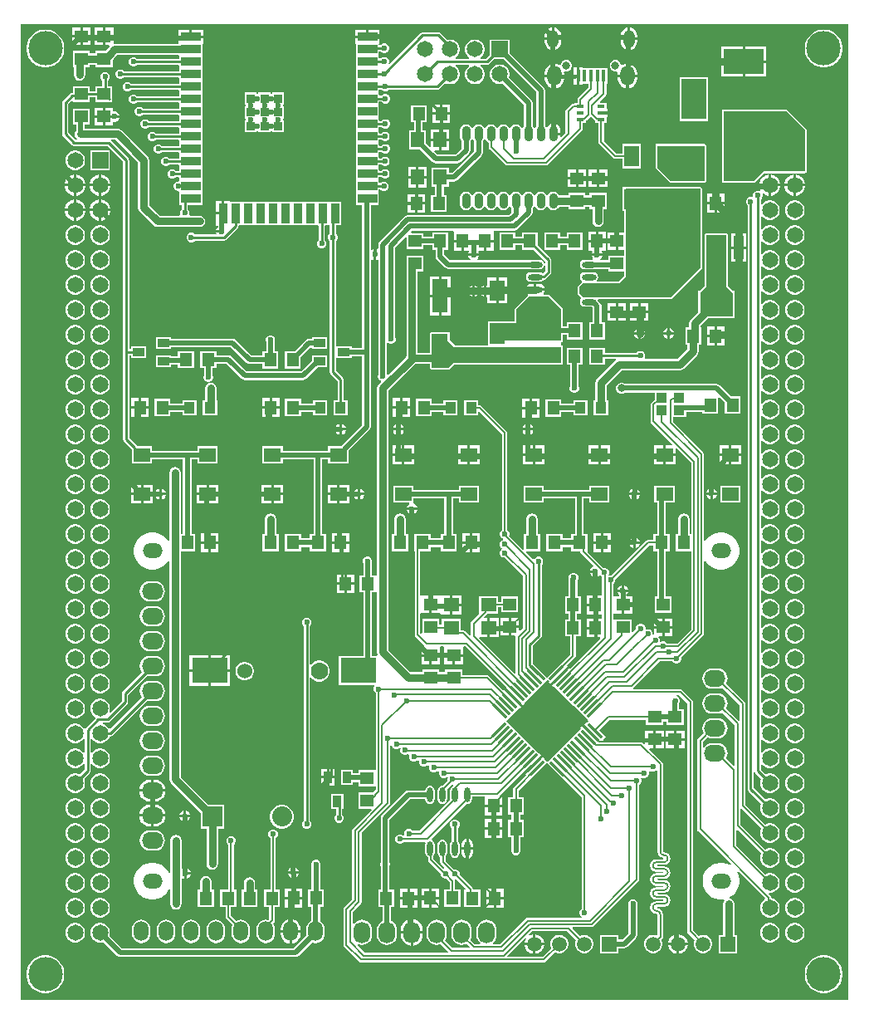
<source format=gtl>
G04*
G04 #@! TF.GenerationSoftware,Altium Limited,Altium Designer,21.0.8 (223)*
G04*
G04 Layer_Physical_Order=1*
G04 Layer_Color=255*
%FSTAX24Y24*%
%MOIN*%
G70*
G04*
G04 #@! TF.SameCoordinates,41972824-9B57-438F-98A6-91DE107BC887*
G04*
G04*
G04 #@! TF.FilePolarity,Positive*
G04*
G01*
G75*
%ADD13C,0.0100*%
%ADD14C,0.0080*%
%ADD15C,0.0200*%
%ADD21R,0.1299X0.0945*%
%ADD22O,0.0354X0.0610*%
%ADD23R,0.0787X0.0354*%
%ADD24R,0.0610X0.1264*%
%ADD25R,0.0500X0.0550*%
%ADD26R,0.0551X0.0630*%
%ADD27R,0.0630X0.0551*%
%ADD28O,0.0591X0.0236*%
%ADD29R,0.0394X0.0945*%
%ADD30R,0.0354X0.0354*%
%ADD31R,0.0354X0.0787*%
%ADD32O,0.0236X0.0591*%
G04:AMPARAMS|DCode=33|XSize=9.8mil|YSize=78.7mil|CornerRadius=0mil|HoleSize=0mil|Usage=FLASHONLY|Rotation=225.000|XOffset=0mil|YOffset=0mil|HoleType=Round|Shape=Rectangle|*
%AMROTATEDRECTD33*
4,1,4,-0.0244,0.0313,0.0313,-0.0244,0.0244,-0.0313,-0.0313,0.0244,-0.0244,0.0313,0.0*
%
%ADD33ROTATEDRECTD33*%

G04:AMPARAMS|DCode=34|XSize=9.8mil|YSize=78.7mil|CornerRadius=0mil|HoleSize=0mil|Usage=FLASHONLY|Rotation=315.000|XOffset=0mil|YOffset=0mil|HoleType=Round|Shape=Rectangle|*
%AMROTATEDRECTD34*
4,1,4,-0.0313,-0.0244,0.0244,0.0313,0.0313,0.0244,-0.0244,-0.0313,-0.0313,-0.0244,0.0*
%
%ADD34ROTATEDRECTD34*%

%ADD35R,0.0669X0.0551*%
%ADD36R,0.0550X0.0500*%
%ADD37R,0.0472X0.0335*%
%ADD38R,0.0335X0.0472*%
%ADD39R,0.1378X0.0630*%
%ADD40R,0.0177X0.0512*%
%ADD41R,0.1441X0.1024*%
%ADD42R,0.0610X0.0827*%
%ADD43R,0.0433X0.0472*%
%ADD44R,0.0315X0.0157*%
%ADD45R,0.0394X0.0394*%
%ADD46R,0.0630X0.1378*%
%ADD93C,0.0300*%
%ADD94C,0.0500*%
%ADD95C,0.0591*%
%ADD96R,0.0650X0.0650*%
%ADD97C,0.0650*%
%ADD98R,0.1000X0.1600*%
%ADD99R,0.1600X0.1000*%
%ADD100C,0.0236*%
%ADD101O,0.0866X0.0669*%
%ADD102O,0.0787X0.0591*%
%ADD103O,0.0669X0.0866*%
%ADD104O,0.0591X0.0787*%
%ADD105R,0.0650X0.0650*%
%ADD106R,0.0591X0.0591*%
%ADD107C,0.0315*%
%ADD108O,0.0453X0.0709*%
%ADD109O,0.0571X0.0787*%
%ADD110C,0.0700*%
%ADD111C,0.0600*%
%ADD112C,0.1380*%
%ADD113C,0.0800*%
%ADD114R,0.0800X0.0800*%
G36*
X064253Y011362D02*
X031012D01*
Y050508D01*
X064253D01*
X064253Y011362D01*
D02*
G37*
%LPC*%
G36*
X034735Y050368D02*
X03441D01*
Y050068D01*
X034735D01*
Y050368D01*
D02*
G37*
G36*
X033825D02*
X0335D01*
Y050068D01*
X033825D01*
Y050368D01*
D02*
G37*
G36*
X03431D02*
X033985D01*
Y050068D01*
X03431D01*
Y050368D01*
D02*
G37*
G36*
X0334D02*
X033075D01*
Y050068D01*
X0334D01*
Y050368D01*
D02*
G37*
G36*
X03834Y050286D02*
X037896D01*
Y050059D01*
X03834D01*
Y050286D01*
D02*
G37*
G36*
X045426D02*
X044983D01*
Y050059D01*
X045426D01*
Y050286D01*
D02*
G37*
G36*
X044883D02*
X044439D01*
Y050059D01*
X044883D01*
Y050286D01*
D02*
G37*
G36*
X037796D02*
X037352D01*
Y050059D01*
X037796D01*
Y050286D01*
D02*
G37*
G36*
X055486Y050383D02*
Y049983D01*
X055765D01*
Y050061D01*
X055754Y050146D01*
X055721Y050225D01*
X055668Y050294D01*
X0556Y050346D01*
X055521Y050379D01*
X055486Y050383D01*
D02*
G37*
G36*
X052434Y050383D02*
Y049983D01*
X052714D01*
Y050061D01*
X052702Y050146D01*
X05267Y050225D01*
X052617Y050294D01*
X052549Y050346D01*
X05247Y050379D01*
X052434Y050383D01*
D02*
G37*
G36*
X052334Y050383D02*
X052299Y050379D01*
X05222Y050346D01*
X052152Y050294D01*
X052099Y050225D01*
X052066Y050146D01*
X052055Y050061D01*
Y049983D01*
X052334D01*
Y050383D01*
D02*
G37*
G36*
X055386Y050383D02*
X05535Y050379D01*
X055271Y050346D01*
X055203Y050294D01*
X05515Y050225D01*
X055118Y050146D01*
X055106Y050061D01*
Y049983D01*
X055386D01*
Y050383D01*
D02*
G37*
G36*
X03431Y049969D02*
X033985D01*
Y049668D01*
X03431D01*
Y049969D01*
D02*
G37*
G36*
X033825D02*
X0335D01*
Y049668D01*
X033825D01*
Y049969D01*
D02*
G37*
G36*
X0334D02*
X033075D01*
Y049668D01*
X0334D01*
Y049969D01*
D02*
G37*
G36*
X055765Y049883D02*
X055486D01*
Y049482D01*
X055521Y049487D01*
X0556Y04952D01*
X055668Y049572D01*
X055721Y04964D01*
X055754Y04972D01*
X055765Y049805D01*
Y049883D01*
D02*
G37*
G36*
X052334D02*
X052055D01*
Y049805D01*
X052066Y04972D01*
X052099Y04964D01*
X052152Y049572D01*
X05222Y04952D01*
X052299Y049487D01*
X052334Y049482D01*
Y049883D01*
D02*
G37*
G36*
X052714D02*
X052434D01*
Y049482D01*
X05247Y049487D01*
X052549Y04952D01*
X052617Y049572D01*
X05267Y04964D01*
X052702Y04972D01*
X052714Y049805D01*
Y049883D01*
D02*
G37*
G36*
X055386D02*
X055106D01*
Y049805D01*
X055118Y04972D01*
X05515Y04964D01*
X055203Y049572D01*
X055271Y04952D01*
X05535Y049487D01*
X055386Y049482D01*
Y049883D01*
D02*
G37*
G36*
X047791Y050192D02*
X04716D01*
X047113Y050183D01*
X047073Y050157D01*
X045828Y048911D01*
X045786Y048939D01*
X045799Y048972D01*
Y049046D01*
X04577Y049116D01*
X045718Y049169D01*
X045648Y049197D01*
X045574D01*
X045504Y049169D01*
X045477Y049142D01*
X045422D01*
X045396Y049167D01*
X045396Y049256D01*
X045396Y049306D01*
Y049428D01*
X045466D01*
X045503Y049391D01*
X045573Y049362D01*
X045647D01*
X045717Y049391D01*
X045769Y049443D01*
X045798Y049513D01*
Y049587D01*
X045769Y049657D01*
X045717Y049709D01*
X045647Y049738D01*
X045573D01*
X045503Y049709D01*
X045466Y049672D01*
X045396D01*
Y049732D01*
X045426D01*
Y049959D01*
X044933D01*
X044439D01*
Y049732D01*
X044469D01*
Y049306D01*
X044469Y049262D01*
X044469Y049212D01*
Y048806D01*
X044469Y048762D01*
X044469Y048712D01*
Y048262D01*
X044469D01*
Y048256D01*
X044469D01*
Y047806D01*
X044469Y047762D01*
X044469Y047712D01*
Y047306D01*
X044469Y047262D01*
X044469Y047212D01*
Y046806D01*
X044469Y046762D01*
X044469Y046712D01*
Y046306D01*
X044469Y046262D01*
X044469Y046212D01*
Y045806D01*
X044469Y045762D01*
X044469Y045712D01*
Y045306D01*
X044469Y045262D01*
X044469Y045212D01*
Y044806D01*
X044469Y044762D01*
X044469Y044712D01*
Y044306D01*
X044469Y044262D01*
X044469Y044212D01*
Y043806D01*
X044469Y043762D01*
X044469Y043712D01*
Y043262D01*
X044727D01*
Y037523D01*
X044298D01*
Y037587D01*
X043686Y037587D01*
X043672Y037632D01*
Y041818D01*
X043709Y041855D01*
X043738Y041924D01*
Y041999D01*
X043709Y042068D01*
X043672Y042106D01*
Y042455D01*
X043885D01*
Y043382D01*
X043435D01*
X04339Y043382D01*
X04334Y043382D01*
X042935D01*
X04289Y043382D01*
X04284Y043382D01*
X042435D01*
X04239Y043382D01*
X04234Y043382D01*
X041935D01*
X04189Y043382D01*
X04184Y043382D01*
X041435D01*
X04139Y043382D01*
X04134Y043382D01*
X040935D01*
X04089Y043382D01*
X04084Y043382D01*
X040435D01*
X04039Y043382D01*
X04034Y043382D01*
X039935D01*
X03989Y043382D01*
X03984Y043382D01*
X039415D01*
Y043412D01*
X039187D01*
Y042919D01*
X039137D01*
Y042868D01*
X03886D01*
Y042425D01*
X038942D01*
X038952Y042375D01*
X038948Y042373D01*
X038886Y042312D01*
X038856Y042238D01*
X039071D01*
Y042138D01*
X038856D01*
X038866Y042114D01*
X038838Y042072D01*
X038006D01*
X037968Y042109D01*
X037899Y042138D01*
X037824D01*
X037755Y042109D01*
X037702Y042057D01*
X037674Y041987D01*
Y041913D01*
X037702Y041843D01*
X037755Y041791D01*
X037824Y041762D01*
X037899D01*
X037968Y041791D01*
X038006Y041828D01*
X03917D01*
X039217Y041837D01*
X039257Y041863D01*
X039718Y042325D01*
X039745Y042365D01*
X039754Y042412D01*
Y042419D01*
X03979Y042455D01*
X039885Y042455D01*
X039935Y042455D01*
X04034D01*
X040385Y042455D01*
X040435Y042455D01*
X04084D01*
X040885Y042455D01*
X040935Y042455D01*
X04134D01*
X041385Y042455D01*
X041435Y042455D01*
X04184D01*
X041885Y042455D01*
X041935Y042455D01*
X04234D01*
X042385Y042455D01*
X042435Y042455D01*
X04284D01*
X042885Y042455D01*
X042942Y042455D01*
X042978Y042419D01*
Y041844D01*
X042941Y041807D01*
X042912Y041737D01*
Y041663D01*
X042941Y041593D01*
X042993Y041541D01*
X043063Y041512D01*
X043137D01*
X043207Y041541D01*
X043259Y041593D01*
X043288Y041663D01*
Y041737D01*
X043259Y041807D01*
X043222Y041844D01*
Y042419D01*
X043258Y042455D01*
X043385Y042455D01*
X043428Y042438D01*
Y042106D01*
X043391Y042068D01*
X043362Y041999D01*
Y041924D01*
X043391Y041855D01*
X043428Y041818D01*
Y03655D01*
X043437Y036503D01*
X043463Y036463D01*
X043741Y036186D01*
Y035419D01*
X043577D01*
Y034807D01*
X04415D01*
Y035419D01*
X043986D01*
Y036237D01*
X043976Y036283D01*
X04395Y036323D01*
X043672Y036601D01*
Y037068D01*
X043686Y037113D01*
X043722Y037113D01*
X044298D01*
Y037177D01*
X044727D01*
Y034431D01*
X043877Y033582D01*
X04387Y03357D01*
X043361D01*
Y033398D01*
X041532D01*
Y03357D01*
X040723D01*
Y032879D01*
X041532D01*
Y033051D01*
X042777D01*
Y030045D01*
X04263D01*
Y029873D01*
X04227D01*
Y030045D01*
X04163D01*
Y029355D01*
X04227D01*
Y029527D01*
X04263D01*
Y029355D01*
X04327D01*
Y030045D01*
X043123D01*
Y033051D01*
X043361D01*
Y032879D01*
X04417D01*
Y033384D01*
X04417Y033384D01*
X045023Y034237D01*
X04506Y034293D01*
X045073Y034359D01*
Y0373D01*
Y041063D01*
X045123Y041082D01*
X04519Y041055D01*
Y04127D01*
Y041485D01*
X045123Y041458D01*
X045073Y041477D01*
Y043262D01*
X045396D01*
Y043712D01*
X045396Y043756D01*
X045396Y043806D01*
Y043878D01*
X045456D01*
X045493Y043841D01*
X045563Y043812D01*
X045637D01*
X045707Y043841D01*
X045759Y043893D01*
X045788Y043963D01*
Y044037D01*
X045759Y044107D01*
X045707Y044159D01*
X045637Y044188D01*
X045563D01*
X045493Y044159D01*
X045474Y04414D01*
X045414D01*
X045396Y044158D01*
X045396Y044256D01*
X045396Y044306D01*
Y044387D01*
X045497D01*
X045534Y04435D01*
X045604Y044321D01*
X045678D01*
X045747Y04435D01*
X0458Y044402D01*
X045829Y044472D01*
Y044546D01*
X0458Y044616D01*
X045747Y044669D01*
X045678Y044697D01*
X045604D01*
X045534Y044669D01*
X045497Y044631D01*
X045432D01*
X045396Y044667D01*
X045396Y044756D01*
X045396Y044806D01*
Y044887D01*
X045497D01*
X045534Y04485D01*
X045604Y044821D01*
X045678D01*
X045747Y04485D01*
X0458Y044903D01*
X045829Y044972D01*
Y045046D01*
X0458Y045116D01*
X045747Y045169D01*
X045678Y045197D01*
X045604D01*
X045534Y045169D01*
X045497Y045131D01*
X045432D01*
X045396Y045167D01*
X045396Y045256D01*
X045396Y045306D01*
Y045387D01*
X045515D01*
X045553Y04535D01*
X045622Y045321D01*
X045696D01*
X045766Y04535D01*
X045819Y045402D01*
X045847Y045472D01*
Y045546D01*
X045819Y045616D01*
X045766Y045669D01*
X045696Y045697D01*
X045622D01*
X045553Y045669D01*
X045515Y045631D01*
X045432D01*
X045396Y045667D01*
X045396Y045756D01*
X045396Y045806D01*
Y045887D01*
X045497D01*
X045534Y04585D01*
X045604Y045821D01*
X045678D01*
X045747Y04585D01*
X0458Y045903D01*
X045829Y045972D01*
Y046046D01*
X0458Y046116D01*
X045747Y046169D01*
X045678Y046197D01*
X045604D01*
X045534Y046169D01*
X045497Y046131D01*
X045432D01*
X045396Y046167D01*
X045396Y046256D01*
X045396Y046306D01*
Y046387D01*
X045515D01*
X045553Y04635D01*
X045622Y046321D01*
X045696D01*
X045766Y04635D01*
X045819Y046403D01*
X045847Y046472D01*
Y046546D01*
X045819Y046616D01*
X045766Y046669D01*
X045696Y046697D01*
X045622D01*
X045553Y046669D01*
X045515Y046631D01*
X045432D01*
X045396Y046667D01*
X045396Y046756D01*
X045396Y046806D01*
Y047212D01*
X045396Y047256D01*
X045396Y047306D01*
Y047408D01*
X045504D01*
X045553Y047359D01*
X045623Y04733D01*
X045697D01*
X045767Y047359D01*
X045819Y047412D01*
X045848Y047481D01*
Y047556D01*
X045819Y047625D01*
X045767Y047678D01*
X045697Y047706D01*
X045623D01*
X045553Y047678D01*
X045528Y047652D01*
X045432D01*
X045396Y047688D01*
X045396Y047756D01*
X045396Y047806D01*
Y047878D01*
X045526D01*
X045554Y04785D01*
X045624Y047821D01*
X045698D01*
X045767Y04785D01*
X045796Y047878D01*
X04774D01*
X047787Y047887D01*
X047827Y047913D01*
X048064Y048151D01*
X048098Y048132D01*
X048198Y048105D01*
X048302D01*
X048402Y048132D01*
X048492Y048184D01*
X048566Y048258D01*
X048618Y048348D01*
X048645Y048448D01*
Y048552D01*
X048618Y048652D01*
X048566Y048742D01*
X048492Y048816D01*
X048472Y048828D01*
X048485Y048878D01*
X049015D01*
X049028Y048828D01*
X049008Y048816D01*
X048934Y048742D01*
X048882Y048652D01*
X048855Y048552D01*
Y048448D01*
X048882Y048348D01*
X048934Y048258D01*
X049008Y048184D01*
X049098Y048132D01*
X049198Y048105D01*
X049302D01*
X049402Y048132D01*
X049492Y048184D01*
X049566Y048258D01*
X049618Y048348D01*
X049645Y048448D01*
Y048552D01*
X049618Y048652D01*
X049566Y048742D01*
X049492Y048816D01*
X049472Y048828D01*
X049486Y048878D01*
X04975D01*
X049797Y048887D01*
X049837Y048913D01*
X050028Y049105D01*
X0504D01*
X051727Y047778D01*
Y046425D01*
X051722Y046421D01*
X051678Y046356D01*
X051674Y046354D01*
X051626D01*
X051622Y046356D01*
X051578Y046421D01*
X051573Y046425D01*
Y04735D01*
X051573Y04735D01*
X05156Y047416D01*
X051523Y047473D01*
X050624Y048371D01*
X050645Y048448D01*
Y048552D01*
X050618Y048652D01*
X050566Y048742D01*
X050492Y048816D01*
X050402Y048868D01*
X050302Y048895D01*
X050198D01*
X050098Y048868D01*
X050008Y048816D01*
X049934Y048742D01*
X049882Y048652D01*
X049855Y048552D01*
Y048448D01*
X049882Y048348D01*
X049934Y048258D01*
X050008Y048184D01*
X050098Y048132D01*
X050198Y048105D01*
X050302D01*
X050379Y048126D01*
X051227Y047278D01*
Y046425D01*
X051222Y046421D01*
X051178Y046356D01*
X051174Y046354D01*
X051126D01*
X051122Y046356D01*
X051078Y046421D01*
X050996Y046476D01*
X0509Y046495D01*
X050804Y046476D01*
X050722Y046421D01*
X050678Y046356D01*
X050674Y046354D01*
X050626D01*
X050622Y046356D01*
X050578Y046421D01*
X050496Y046476D01*
X0504Y046495D01*
X050304Y046476D01*
X050222Y046421D01*
X050178Y046356D01*
X050174Y046354D01*
X050126D01*
X050122Y046356D01*
X050078Y046421D01*
X049996Y046476D01*
X0499Y046495D01*
X049804Y046476D01*
X049722Y046421D01*
X049678Y046356D01*
X049674Y046354D01*
X049626D01*
X049622Y046356D01*
X049578Y046421D01*
X049496Y046476D01*
X0494Y046495D01*
X049304Y046476D01*
X049222Y046421D01*
X049178Y046356D01*
X049174Y046354D01*
X049126D01*
X049122Y046356D01*
X049078Y046421D01*
X048996Y046476D01*
X0489Y046495D01*
X048804Y046476D01*
X048722Y046421D01*
X048667Y04634D01*
X048648Y046243D01*
Y045987D01*
X048667Y045891D01*
X048722Y045809D01*
X048727Y045806D01*
Y045522D01*
X048478Y045273D01*
X047746D01*
X047614Y045405D01*
X047633Y045452D01*
X047803D01*
Y045817D01*
X047477D01*
Y045608D01*
X047431Y045589D01*
X047293Y045727D01*
Y046252D01*
X047147D01*
Y046574D01*
X04732D01*
Y047263D01*
X04668D01*
Y046574D01*
X0468D01*
Y046252D01*
X046602D01*
Y045482D01*
X047048D01*
X047552Y044977D01*
X047608Y04494D01*
X047674Y044927D01*
X04855D01*
X048616Y04494D01*
X048673Y044977D01*
X049023Y045327D01*
X04906Y045384D01*
X049073Y04545D01*
Y045806D01*
X049078Y045809D01*
X049122Y045875D01*
X049126Y045876D01*
X049174D01*
X049178Y045875D01*
X049222Y045809D01*
X049227Y045806D01*
Y045422D01*
X048349Y044544D01*
X048198D01*
Y044755D01*
X047507D01*
Y043986D01*
X047653D01*
Y043664D01*
X04748D01*
Y042973D01*
X04812D01*
Y043664D01*
X048D01*
Y043986D01*
X048198D01*
Y044197D01*
X04842D01*
X048487Y04421D01*
X048543Y044248D01*
X049523Y045227D01*
X04956Y045284D01*
X049573Y04535D01*
Y045806D01*
X049578Y045809D01*
X049622Y045875D01*
X049626Y045876D01*
X049674D01*
X049678Y045875D01*
X049722Y045809D01*
X049804Y045755D01*
X049818Y045752D01*
Y04557D01*
X049818Y04557D01*
X049827Y045527D01*
X049851Y04549D01*
X050471Y044871D01*
X050471Y044871D01*
X050507Y044846D01*
X05055Y044838D01*
X05055Y044838D01*
X0521D01*
X0521Y044838D01*
X052143Y044846D01*
X052179Y044871D01*
X053556Y046247D01*
X053556Y046247D01*
X05358Y046284D01*
X053589Y046327D01*
Y046545D01*
X053704D01*
Y046636D01*
X053731Y046654D01*
X053865Y046787D01*
X053927Y046796D01*
X054069Y046654D01*
X054096Y046636D01*
Y046545D01*
X054211D01*
Y045777D01*
X054211Y045777D01*
X05422Y045734D01*
X054244Y045697D01*
X054805Y045137D01*
X054805Y045137D01*
X054841Y045113D01*
X054884Y045104D01*
X054884Y045104D01*
X055175D01*
Y044733D01*
X055925D01*
Y0457D01*
X055175D01*
Y045328D01*
X05493D01*
X054435Y045823D01*
Y046545D01*
X054551D01*
Y046771D01*
X054581D01*
Y0469D01*
X054323D01*
Y047D01*
X054581D01*
Y047129D01*
X054551D01*
Y047355D01*
X054287D01*
X054268Y047401D01*
X054501Y047634D01*
X054501Y047634D01*
X054525Y04767D01*
X054534Y047713D01*
X054534Y047713D01*
Y048111D01*
X05458D01*
Y048763D01*
X053587D01*
Y048793D01*
X053448D01*
Y048437D01*
Y048081D01*
X053587D01*
Y048111D01*
X053798D01*
Y047956D01*
X053397Y047556D01*
X053373Y04752D01*
X053365Y047477D01*
X053365Y047477D01*
Y047355D01*
X053249D01*
Y047337D01*
X053206Y047318D01*
X053163Y04731D01*
X053127Y047285D01*
X053127Y047285D01*
X052921Y047079D01*
X052896Y047043D01*
X052888Y047D01*
X052888Y047D01*
Y046146D01*
X05273Y045988D01*
X05268Y046009D01*
Y046065D01*
X0524D01*
Y046115D01*
X05235D01*
Y046516D01*
X052328Y046513D01*
X05226Y046485D01*
X052202Y046441D01*
X052161Y046387D01*
X052143Y046383D01*
X052104Y046383D01*
X052078Y046421D01*
X052073Y046425D01*
Y04785D01*
X05206Y047916D01*
X052023Y047973D01*
X050645Y04935D01*
Y049895D01*
X049855D01*
Y049278D01*
X049699Y049122D01*
X049486D01*
X049472Y049172D01*
X049492Y049184D01*
X049566Y049258D01*
X049618Y049348D01*
X049645Y049448D01*
Y049552D01*
X049618Y049652D01*
X049566Y049742D01*
X049492Y049816D01*
X049402Y049868D01*
X049302Y049895D01*
X049198D01*
X049098Y049868D01*
X049008Y049816D01*
X048934Y049742D01*
X048882Y049652D01*
X048855Y049552D01*
Y049448D01*
X048882Y049348D01*
X048934Y049258D01*
X049008Y049184D01*
X049028Y049172D01*
X049015Y049122D01*
X048485D01*
X048472Y049172D01*
X048492Y049184D01*
X048566Y049258D01*
X048618Y049348D01*
X048645Y049448D01*
Y049552D01*
X048618Y049652D01*
X048566Y049742D01*
X048492Y049816D01*
X048402Y049868D01*
X048302Y049895D01*
X048198D01*
X048152Y049882D01*
X047878Y050157D01*
X047838Y050183D01*
X047791Y050192D01*
D02*
G37*
G36*
X034735Y049969D02*
X03441D01*
Y049668D01*
X034562D01*
X034583Y049619D01*
X034416Y049452D01*
X034407Y049439D01*
X034015D01*
Y049343D01*
X033795D01*
Y049439D01*
X033105D01*
Y048798D01*
X033154D01*
Y048471D01*
X033171Y048386D01*
X03322Y048313D01*
X033293Y048264D01*
X033379Y048247D01*
X033464Y048264D01*
X033537Y048313D01*
X033586Y048386D01*
X033603Y048471D01*
Y048798D01*
X033795D01*
Y048894D01*
X034015D01*
Y048798D01*
X034705D01*
Y049081D01*
X034734Y04911D01*
X034782Y049183D01*
X034782Y049184D01*
X034883Y049285D01*
X037344D01*
X037382Y049256D01*
X037382Y049212D01*
Y049122D01*
X035694D01*
X035657Y049159D01*
X035587Y049188D01*
X035513D01*
X035443Y049159D01*
X035391Y049107D01*
X035362Y049037D01*
Y048963D01*
X035391Y048893D01*
X035443Y048841D01*
X035513Y048812D01*
X035587D01*
X035657Y048841D01*
X035694Y048878D01*
X037347D01*
X037382Y048842D01*
X037382Y048762D01*
X037382Y048712D01*
Y048631D01*
X035153D01*
X035116Y048669D01*
X035046Y048697D01*
X034972D01*
X034903Y048669D01*
X03485Y048616D01*
X034821Y048546D01*
Y048472D01*
X03485Y048403D01*
X034903Y04835D01*
X034972Y048321D01*
X035046D01*
X035116Y04835D01*
X035153Y048387D01*
X037347D01*
X037382Y048351D01*
X037382Y048262D01*
X037382Y048212D01*
Y048122D01*
X035444D01*
X035407Y048159D01*
X035337Y048188D01*
X035263D01*
X035193Y048159D01*
X035141Y048107D01*
X035112Y048037D01*
Y047963D01*
X035141Y047893D01*
X035193Y047841D01*
X035263Y047812D01*
X035337D01*
X035407Y047841D01*
X035444Y047878D01*
X037347D01*
X037382Y047842D01*
X037382Y047762D01*
X037382Y047712D01*
Y047622D01*
X035682D01*
X035645Y047659D01*
X035576Y047688D01*
X035501D01*
X035432Y047659D01*
X035379Y047607D01*
X03535Y047537D01*
Y047463D01*
X035379Y047393D01*
X035432Y047341D01*
X035501Y047312D01*
X035576D01*
X035645Y047341D01*
X035682Y047378D01*
X037347D01*
X037382Y047342D01*
X037382Y047262D01*
X037382Y047212D01*
Y047131D01*
X03592D01*
X035883Y047169D01*
X035814Y047197D01*
X035739D01*
X03567Y047169D01*
X035617Y047116D01*
X035588Y047046D01*
Y046972D01*
X035617Y046902D01*
X03567Y04685D01*
X035739Y046821D01*
X035814D01*
X035883Y04685D01*
X03592Y046887D01*
X037347D01*
X037382Y046851D01*
X037382Y046762D01*
X037382Y046712D01*
Y046631D01*
X036158D01*
X036121Y046669D01*
X036052Y046697D01*
X035977D01*
X035908Y046669D01*
X035855Y046616D01*
X035826Y046546D01*
Y046472D01*
X035855Y046403D01*
X035908Y04635D01*
X035977Y046321D01*
X036052D01*
X036121Y04635D01*
X036158Y046387D01*
X037347D01*
X037382Y046351D01*
X037382Y046262D01*
X037382Y046212D01*
Y046131D01*
X036435D01*
X036407Y046159D01*
X036337Y046188D01*
X036263D01*
X036193Y046159D01*
X036141Y046107D01*
X036112Y046037D01*
Y045963D01*
X036141Y045893D01*
X036193Y045841D01*
X036263Y045812D01*
X036337D01*
X036407Y045841D01*
X036453Y045887D01*
X037347D01*
X037382Y045851D01*
X037382Y045762D01*
X037382Y045712D01*
Y045622D01*
X036694D01*
X036657Y045659D01*
X036587Y045688D01*
X036513D01*
X036443Y045659D01*
X036391Y045607D01*
X036362Y045537D01*
Y045463D01*
X036391Y045393D01*
X036443Y045341D01*
X036513Y045312D01*
X036587D01*
X036657Y045341D01*
X036694Y045378D01*
X037347D01*
X037382Y045342D01*
X037382Y045262D01*
X037382Y045212D01*
Y045131D01*
X036985D01*
X036957Y045159D01*
X036887Y045188D01*
X036813D01*
X036743Y045159D01*
X036691Y045107D01*
X036662Y045037D01*
Y044963D01*
X036691Y044893D01*
X036743Y044841D01*
X036813Y044812D01*
X036887D01*
X036957Y044841D01*
X037003Y044887D01*
X037347D01*
X037382Y044851D01*
X037382Y044762D01*
X037382Y044712D01*
Y044631D01*
X037235D01*
X037207Y044659D01*
X037137Y044688D01*
X037063D01*
X036993Y044659D01*
X036941Y044607D01*
X036912Y044537D01*
Y044463D01*
X036941Y044393D01*
X036993Y044341D01*
X037063Y044312D01*
X037137D01*
X037207Y044341D01*
X037253Y044387D01*
X037347D01*
X037382Y044351D01*
X037382Y044244D01*
X037334Y044197D01*
X037301D01*
X037232Y044169D01*
X037179Y044116D01*
X03715Y044046D01*
Y043972D01*
X037179Y043903D01*
X037232Y04385D01*
X037301Y043821D01*
X037334D01*
X037382Y043774D01*
X037382Y043712D01*
Y043262D01*
X037478D01*
Y043094D01*
X037441Y043057D01*
X037412Y042987D01*
Y042913D01*
X037428Y042874D01*
X037394Y042824D01*
X036593D01*
X036174Y043243D01*
Y04505D01*
X036157Y045136D01*
X036109Y045209D01*
X035059Y046259D01*
X034986Y046307D01*
X0349Y046324D01*
X03358D01*
Y04648D01*
X033795D01*
Y04712D01*
X033105D01*
Y04648D01*
X033234D01*
Y046247D01*
X033193Y046186D01*
X033176Y0461D01*
X033193Y046014D01*
X033241Y045941D01*
X03327Y045922D01*
X033255Y045872D01*
X033201D01*
X032922Y046151D01*
Y047299D01*
X033059Y047436D01*
X033105Y047417D01*
Y04738D01*
X033795D01*
Y047578D01*
X034005D01*
Y04738D01*
X034563D01*
X034575Y047378D01*
X034587Y04738D01*
X034695D01*
Y047488D01*
X034697Y0475D01*
X034695Y047512D01*
Y04802D01*
X034522D01*
Y048256D01*
X034559Y048293D01*
X034588Y048363D01*
Y048437D01*
X034559Y048507D01*
X034507Y048559D01*
X034437Y048588D01*
X034363D01*
X034293Y048559D01*
X034241Y048507D01*
X034212Y048437D01*
Y048363D01*
X034241Y048293D01*
X034278Y048256D01*
Y04802D01*
X034005D01*
Y047822D01*
X033795D01*
Y04802D01*
X033105D01*
Y047756D01*
X033084D01*
X033037Y047747D01*
X032997Y04772D01*
X032713Y047437D01*
X032687Y047397D01*
X032678Y04735D01*
Y0461D01*
X032687Y046053D01*
X032713Y046013D01*
X033063Y045663D01*
X033103Y045637D01*
X03315Y045628D01*
X034499D01*
X035128Y044999D01*
Y03735D01*
Y0373D01*
Y033856D01*
X035137Y033809D01*
X035163Y033769D01*
X035474Y033459D01*
Y03345D01*
X035476Y033439D01*
Y032879D01*
X036286D01*
Y033051D01*
X03753D01*
Y030045D01*
X037434D01*
Y03251D01*
X037417Y032596D01*
X037369Y032669D01*
X037296Y032717D01*
X03721Y032734D01*
X037124Y032717D01*
X037051Y032669D01*
X037003Y032596D01*
X036986Y03251D01*
Y029767D01*
X036936Y029751D01*
X036874Y029843D01*
X036771Y029946D01*
X03665Y030027D01*
X036516Y030083D01*
X036373Y030111D01*
X036227D01*
X036084Y030083D01*
X03595Y030027D01*
X035829Y029946D01*
X035726Y029843D01*
X035645Y029722D01*
X035589Y029588D01*
X035561Y029445D01*
Y029299D01*
X035589Y029156D01*
X035645Y029022D01*
X035726Y028901D01*
X035829Y028798D01*
X03595Y028717D01*
X036084Y028661D01*
X036227Y028633D01*
X036373D01*
X036516Y028661D01*
X03665Y028717D01*
X036771Y028798D01*
X036874Y028901D01*
X036936Y028993D01*
X036986Y028978D01*
Y020203D01*
X037003Y020117D01*
X037051Y020044D01*
X038243Y018853D01*
Y01823D01*
X038488D01*
Y016864D01*
X038476Y0168D01*
X038493Y016714D01*
X038541Y016641D01*
X038614Y016593D01*
X0387Y016576D01*
X038786Y016593D01*
X038859Y016641D01*
X038871Y016654D01*
X03892Y016727D01*
X038937Y016813D01*
Y01823D01*
X039183D01*
Y01917D01*
X03856D01*
X037434Y020296D01*
Y029355D01*
X038024D01*
Y030045D01*
X037877D01*
Y033051D01*
X038114D01*
Y032879D01*
X038924D01*
Y03357D01*
X038114D01*
Y033398D01*
X036286D01*
Y03357D01*
X0357D01*
X035683Y033596D01*
X035372Y033907D01*
Y037228D01*
X035452D01*
Y037113D01*
X036064D01*
Y037587D01*
X035452D01*
Y037472D01*
X035372D01*
Y04505D01*
X035363Y045097D01*
X035337Y045137D01*
X034647Y045826D01*
X03466Y045868D01*
X034666Y045876D01*
X034807D01*
X035726Y044957D01*
Y04315D01*
X035743Y043064D01*
X035791Y042991D01*
X036341Y042441D01*
X036414Y042393D01*
X0365Y042376D01*
X0382D01*
X038286Y042393D01*
X038359Y042441D01*
X038407Y042514D01*
X038424Y0426D01*
X038407Y042686D01*
X038359Y042759D01*
X038286Y042807D01*
X0382Y042824D01*
X037806D01*
X037772Y042874D01*
X037788Y042913D01*
Y042987D01*
X037759Y043057D01*
X037723Y043093D01*
Y043262D01*
X03831D01*
Y043712D01*
X03831Y043756D01*
X03831Y043806D01*
Y044212D01*
X03831Y044256D01*
X03831Y044306D01*
Y044712D01*
X03831Y044756D01*
X03831Y044806D01*
Y045212D01*
X03831Y045256D01*
X03831Y045306D01*
Y045712D01*
X03831Y045756D01*
X03831Y045806D01*
Y046212D01*
X03831Y046256D01*
X03831Y046306D01*
Y046712D01*
X03831Y046756D01*
X03831Y046806D01*
Y047212D01*
X03831Y047256D01*
X03831Y047306D01*
Y047712D01*
X03831Y047756D01*
X03831Y047806D01*
Y048212D01*
X03831Y048256D01*
X03831Y048306D01*
Y048712D01*
X03831Y048756D01*
X03831Y048806D01*
Y049212D01*
X03831Y049256D01*
X03831Y049306D01*
Y049732D01*
X03834D01*
Y049959D01*
X037846D01*
X037352D01*
Y049733D01*
X034791D01*
X034774Y04973D01*
X034735Y049762D01*
Y049969D01*
D02*
G37*
G36*
X06095Y0496D02*
X0601D01*
Y04905D01*
X06095D01*
Y0496D01*
D02*
G37*
G36*
X06D02*
X05915D01*
Y04905D01*
X06D01*
Y0496D01*
D02*
G37*
G36*
X052971Y049078D02*
X052881D01*
X052797Y049043D01*
X052733Y048979D01*
X052699Y048898D01*
X052695Y04889D01*
X052653Y04887D01*
X052638Y048882D01*
X052544Y048921D01*
X052493Y048927D01*
Y048487D01*
X052832D01*
Y048545D01*
X052826Y048591D01*
X052872Y048626D01*
X052881Y048623D01*
X052971D01*
X053055Y048657D01*
X053119Y048721D01*
X053153Y048805D01*
Y048895D01*
X053119Y048979D01*
X053055Y049043D01*
X052971Y049078D01*
D02*
G37*
G36*
X063335Y050299D02*
X063185D01*
X063038Y050269D01*
X0629Y050212D01*
X062776Y050129D01*
X06267Y050023D01*
X062586Y049899D01*
X062529Y04976D01*
X0625Y049613D01*
Y049464D01*
X062529Y049317D01*
X062586Y049179D01*
X06267Y049054D01*
X062776Y048948D01*
X0629Y048865D01*
X063038Y048808D01*
X063185Y048779D01*
X063335D01*
X063482Y048808D01*
X06362Y048865D01*
X063744Y048948D01*
X06385Y049054D01*
X063934Y049179D01*
X063991Y049317D01*
X06402Y049464D01*
Y049613D01*
X063991Y04976D01*
X063934Y049899D01*
X06385Y050023D01*
X063744Y050129D01*
X06362Y050212D01*
X063482Y050269D01*
X063335Y050299D01*
D02*
G37*
G36*
X032075D02*
X031925D01*
X031778Y050269D01*
X03164Y050212D01*
X031516Y050129D01*
X03141Y050023D01*
X031326Y049899D01*
X031269Y04976D01*
X03124Y049613D01*
Y049464D01*
X031269Y049317D01*
X031326Y049179D01*
X03141Y049054D01*
X031516Y048948D01*
X03164Y048865D01*
X031778Y048808D01*
X031925Y048779D01*
X032075D01*
X032222Y048808D01*
X03236Y048865D01*
X032484Y048948D01*
X03259Y049054D01*
X032673Y049179D01*
X032731Y049317D01*
X03276Y049464D01*
Y049613D01*
X032731Y04976D01*
X032673Y049899D01*
X03259Y050023D01*
X032484Y050129D01*
X03236Y050212D01*
X032222Y050269D01*
X032075Y050299D01*
D02*
G37*
G36*
X055427Y048927D02*
Y048487D01*
X055765D01*
Y048545D01*
X055752Y048646D01*
X055713Y048739D01*
X055651Y04882D01*
X055571Y048882D01*
X055477Y048921D01*
X055427Y048927D01*
D02*
G37*
G36*
X053348Y048793D02*
X05321D01*
Y048487D01*
X053348D01*
Y048793D01*
D02*
G37*
G36*
X052393Y048927D02*
X052343Y048921D01*
X052249Y048882D01*
X052169Y04882D01*
X052107Y048739D01*
X052068Y048646D01*
X052055Y048545D01*
Y048487D01*
X052393D01*
Y048927D01*
D02*
G37*
G36*
X054939Y049078D02*
X054849D01*
X054765Y049043D01*
X054701Y048979D01*
X054667Y048895D01*
Y048805D01*
X054701Y048721D01*
X054765Y048657D01*
X054849Y048623D01*
X054939D01*
X054948Y048626D01*
X054994Y048591D01*
X054988Y048545D01*
Y048487D01*
X055327D01*
Y048927D01*
X055276Y048921D01*
X055182Y048882D01*
X055167Y04887D01*
X055125Y04889D01*
X055121Y048898D01*
X055087Y048979D01*
X055023Y049043D01*
X054939Y049078D01*
D02*
G37*
G36*
X06095Y04895D02*
X0601D01*
Y0484D01*
X06095D01*
Y04895D01*
D02*
G37*
G36*
X06D02*
X05915D01*
Y0484D01*
X06D01*
Y04895D01*
D02*
G37*
G36*
X053348Y048387D02*
X05321D01*
Y048081D01*
X053348D01*
Y048387D01*
D02*
G37*
G36*
X055765D02*
X055427D01*
Y047946D01*
X055477Y047953D01*
X055571Y047992D01*
X055651Y048054D01*
X055713Y048134D01*
X055752Y048228D01*
X055765Y048328D01*
Y048387D01*
D02*
G37*
G36*
X052393D02*
X052055D01*
Y048328D01*
X052068Y048228D01*
X052107Y048134D01*
X052169Y048054D01*
X052249Y047992D01*
X052343Y047953D01*
X052393Y047946D01*
Y048387D01*
D02*
G37*
G36*
X052832D02*
X052493D01*
Y047946D01*
X052544Y047953D01*
X052638Y047992D01*
X052718Y048054D01*
X05278Y048134D01*
X052819Y048228D01*
X052832Y048328D01*
Y048387D01*
D02*
G37*
G36*
X055327D02*
X054988D01*
Y048328D01*
X055001Y048228D01*
X05504Y048134D01*
X055102Y048054D01*
X055182Y047992D01*
X055276Y047953D01*
X055327Y047946D01*
Y048387D01*
D02*
G37*
G36*
X041597Y047768D02*
X041103D01*
Y047709D01*
X041046D01*
Y047768D01*
X040552D01*
Y047709D01*
X040495D01*
Y047768D01*
X04D01*
Y047274D01*
X04006D01*
Y047217D01*
X04D01*
Y046723D01*
X04006D01*
Y046666D01*
X04D01*
Y046171D01*
X040495D01*
Y04623D01*
X040552D01*
Y046171D01*
X041046D01*
Y04623D01*
X041103D01*
Y046171D01*
X041597D01*
Y046666D01*
X041538D01*
Y046723D01*
X041597D01*
Y047217D01*
X041538D01*
Y047274D01*
X041597D01*
Y047768D01*
D02*
G37*
G36*
X04825Y047294D02*
X04795D01*
Y046968D01*
X04825D01*
Y047294D01*
D02*
G37*
G36*
X04785D02*
X04755D01*
Y046968D01*
X04785D01*
Y047294D01*
D02*
G37*
G36*
X0343Y04715D02*
X033975D01*
Y04685D01*
X0343D01*
Y04715D01*
D02*
G37*
G36*
X05862Y04837D02*
X05748D01*
Y04663D01*
X05862D01*
Y04837D01*
D02*
G37*
G36*
X04825Y046869D02*
X04795D01*
Y046543D01*
X04825D01*
Y046869D01*
D02*
G37*
G36*
X04785D02*
X04755D01*
Y046543D01*
X04785D01*
Y046869D01*
D02*
G37*
G36*
X034725Y04715D02*
X0344D01*
Y0468D01*
Y04645D01*
X034725D01*
Y04658D01*
X034728Y046582D01*
X034814D01*
X034894Y046615D01*
X034956Y046676D01*
X034986Y04675D01*
X034771D01*
Y04685D01*
X034986D01*
X034956Y046924D01*
X034894Y046985D01*
X034814Y047018D01*
X034728D01*
X034725Y04702D01*
Y04715D01*
D02*
G37*
G36*
X0343Y04675D02*
X033975D01*
Y04645D01*
X0343D01*
Y04675D01*
D02*
G37*
G36*
X05245Y046516D02*
Y046165D01*
X05268D01*
Y046243D01*
X05267Y046316D01*
X052642Y046383D01*
X052598Y046441D01*
X05254Y046485D01*
X052472Y046513D01*
X05245Y046516D01*
D02*
G37*
G36*
X048228Y046281D02*
X047903D01*
Y045917D01*
X048228D01*
Y046281D01*
D02*
G37*
G36*
X047803D02*
X047477D01*
Y045917D01*
X047803D01*
Y046281D01*
D02*
G37*
G36*
X048228Y045817D02*
X047903D01*
Y045452D01*
X048228D01*
Y045817D01*
D02*
G37*
G36*
X034595Y045445D02*
X033805D01*
Y044655D01*
X034595D01*
Y045445D01*
D02*
G37*
G36*
X033252D02*
X033148D01*
X033048Y045418D01*
X032958Y045366D01*
X032884Y045292D01*
X032832Y045202D01*
X032805Y045102D01*
Y044998D01*
X032832Y044898D01*
X032884Y044808D01*
X032958Y044734D01*
X033048Y044682D01*
X033148Y044655D01*
X033252D01*
X033352Y044682D01*
X033442Y044734D01*
X033516Y044808D01*
X033568Y044898D01*
X033595Y044998D01*
Y045102D01*
X033568Y045202D01*
X033516Y045292D01*
X033442Y045366D01*
X033352Y045418D01*
X033252Y045445D01*
D02*
G37*
G36*
X047323Y044785D02*
X046997D01*
Y04442D01*
X047323D01*
Y044785D01*
D02*
G37*
G36*
X046897D02*
X046572D01*
Y04442D01*
X046897D01*
Y044785D01*
D02*
G37*
G36*
X054575Y044668D02*
X05425D01*
Y044369D01*
X054575D01*
Y044668D01*
D02*
G37*
G36*
X053725D02*
X0534D01*
Y044369D01*
X053725D01*
Y044668D01*
D02*
G37*
G36*
X05415D02*
X053825D01*
Y044369D01*
X05415D01*
Y044668D01*
D02*
G37*
G36*
X0533D02*
X052975D01*
Y044369D01*
X0533D01*
Y044668D01*
D02*
G37*
G36*
X05924Y047081D02*
X059213Y047076D01*
X059204Y04707D01*
X05918D01*
Y047046D01*
X059174Y047037D01*
X059169Y04701D01*
Y04422D01*
X059174Y044193D01*
X05919Y04417D01*
X059213Y044154D01*
X05924Y044149D01*
X059402D01*
Y044148D01*
X060152D01*
Y044149D01*
X06047D01*
X060497Y044154D01*
X06052Y04417D01*
X06088Y044529D01*
X0625D01*
X062527Y044534D01*
X06255Y04455D01*
X062566Y044573D01*
X062571Y0446D01*
Y04627D01*
X062566Y046297D01*
X06255Y04632D01*
X06181Y04706D01*
X061787Y047076D01*
X06176Y047081D01*
X05924Y047081D01*
D02*
G37*
G36*
X05659Y045701D02*
X056581Y0457D01*
X056525D01*
Y045659D01*
X056524Y045657D01*
X056519Y04563D01*
X056519Y04476D01*
X056524Y044733D01*
X05654Y04471D01*
X05708Y044169D01*
X05708Y044169D01*
X05708Y044169D01*
X05709Y044162D01*
X057103Y044154D01*
X057103Y044154D01*
X057103Y044154D01*
X057116Y044151D01*
X05713Y044148D01*
X05713Y044148D01*
X05713Y044148D01*
X057748Y044149D01*
X057748Y044148D01*
Y044148D01*
X058498D01*
Y044155D01*
X058509Y044162D01*
X05852Y04417D01*
X05852Y04417D01*
X05852Y04417D01*
X058528Y044181D01*
X058536Y044193D01*
X058536Y044193D01*
X058536Y044193D01*
X058539Y044207D01*
X058541Y04422D01*
X058541Y04563D01*
X058536Y045657D01*
X05852Y04568D01*
X058497Y045696D01*
X05847Y045701D01*
X05659Y045701D01*
D02*
G37*
G36*
X062156Y044475D02*
X06215D01*
Y0441D01*
X062525D01*
Y044106D01*
X062496Y044214D01*
X06244Y044311D01*
X062361Y04439D01*
X062264Y044446D01*
X062156Y044475D01*
D02*
G37*
G36*
X061156D02*
X06115D01*
Y0441D01*
X061525D01*
Y044106D01*
X061496Y044214D01*
X06144Y044311D01*
X061361Y04439D01*
X061264Y044446D01*
X061156Y044475D01*
D02*
G37*
G36*
X034256D02*
X03425D01*
Y0441D01*
X034625D01*
Y044106D01*
X034596Y044214D01*
X03454Y044311D01*
X034461Y04439D01*
X034364Y044446D01*
X034256Y044475D01*
D02*
G37*
G36*
X033256D02*
X03325D01*
Y0441D01*
X033625D01*
Y044106D01*
X033596Y044214D01*
X03354Y044311D01*
X033461Y04439D01*
X033364Y044446D01*
X033256Y044475D01*
D02*
G37*
G36*
X06205D02*
X062044D01*
X061936Y044446D01*
X061839Y04439D01*
X06176Y044311D01*
X061704Y044214D01*
X061675Y044106D01*
Y0441D01*
X06205D01*
Y044475D01*
D02*
G37*
G36*
X06105D02*
X061044D01*
X060936Y044446D01*
X060839Y04439D01*
X06076Y044311D01*
X060704Y044214D01*
X060675Y044106D01*
Y0441D01*
X06105D01*
Y044475D01*
D02*
G37*
G36*
X03415D02*
X034144D01*
X034036Y044446D01*
X033939Y04439D01*
X03386Y044311D01*
X033804Y044214D01*
X033775Y044106D01*
Y0441D01*
X03415D01*
Y044475D01*
D02*
G37*
G36*
X03315D02*
X033144D01*
X033036Y044446D01*
X032939Y04439D01*
X03286Y044311D01*
X032804Y044214D01*
X032775Y044106D01*
Y0441D01*
X03315D01*
Y044475D01*
D02*
G37*
G36*
X054575Y044268D02*
X05425D01*
Y043969D01*
X054575D01*
Y044268D01*
D02*
G37*
G36*
X05415D02*
X053825D01*
Y043969D01*
X05415D01*
Y044268D01*
D02*
G37*
G36*
X053725D02*
X0534D01*
Y043969D01*
X053725D01*
Y044268D01*
D02*
G37*
G36*
X0533D02*
X052975D01*
Y043969D01*
X0533D01*
Y044268D01*
D02*
G37*
G36*
X047323Y04432D02*
X046997D01*
Y043956D01*
X047323D01*
Y04432D01*
D02*
G37*
G36*
X046897D02*
X046572D01*
Y043956D01*
X046897D01*
Y04432D01*
D02*
G37*
G36*
X06105Y044D02*
X060675D01*
Y043994D01*
X060704Y043886D01*
X060725Y04385D01*
X06069Y04381D01*
X060647Y043828D01*
X060573D01*
X060503Y043799D01*
X060451Y043747D01*
X060422Y043677D01*
Y043603D01*
X060423Y043599D01*
X060385Y043561D01*
X060367Y043568D01*
X060293D01*
X060223Y043539D01*
X060171Y043487D01*
X060142Y043417D01*
Y043343D01*
X060171Y043273D01*
X060208Y043236D01*
Y01982D01*
X060217Y019773D01*
X060243Y019733D01*
X060748Y019229D01*
X060732Y019202D01*
X060705Y019102D01*
Y018998D01*
X060732Y018898D01*
X060784Y018808D01*
X060858Y018734D01*
X060948Y018682D01*
X061048Y018655D01*
X061152D01*
X061252Y018682D01*
X061342Y018734D01*
X061416Y018808D01*
X061468Y018898D01*
X061495Y018998D01*
Y019102D01*
X061468Y019202D01*
X061416Y019292D01*
X061342Y019366D01*
X061252Y019418D01*
X061152Y019445D01*
X061048D01*
X060948Y019418D01*
X060921Y019402D01*
X060452Y019871D01*
Y020477D01*
X060466Y020482D01*
X060502Y020485D01*
X060523Y020453D01*
X060748Y020229D01*
X060732Y020202D01*
X060705Y020102D01*
Y019998D01*
X060732Y019898D01*
X060784Y019808D01*
X060858Y019734D01*
X060948Y019682D01*
X061048Y019655D01*
X061152D01*
X061252Y019682D01*
X061342Y019734D01*
X061416Y019808D01*
X061468Y019898D01*
X061495Y019998D01*
Y020102D01*
X061468Y020202D01*
X061416Y020292D01*
X061342Y020366D01*
X061252Y020418D01*
X061152Y020445D01*
X061048D01*
X060948Y020418D01*
X060921Y020402D01*
X060732Y020591D01*
Y020801D01*
X060781Y020814D01*
X060784Y020808D01*
X060858Y020734D01*
X060948Y020682D01*
X061048Y020655D01*
X061152D01*
X061252Y020682D01*
X061342Y020734D01*
X061416Y020808D01*
X061468Y020898D01*
X061495Y020998D01*
Y021102D01*
X061468Y021202D01*
X061416Y021292D01*
X061342Y021366D01*
X061252Y021418D01*
X061152Y021445D01*
X061048D01*
X060948Y021418D01*
X060858Y021366D01*
X060784Y021292D01*
X060781Y021286D01*
X060732Y021299D01*
Y021801D01*
X060781Y021814D01*
X060784Y021808D01*
X060858Y021734D01*
X060948Y021682D01*
X061048Y021655D01*
X061152D01*
X061252Y021682D01*
X061342Y021734D01*
X061416Y021808D01*
X061468Y021898D01*
X061495Y021998D01*
Y022102D01*
X061468Y022202D01*
X061416Y022292D01*
X061342Y022366D01*
X061252Y022418D01*
X061152Y022445D01*
X061048D01*
X060948Y022418D01*
X060858Y022366D01*
X060784Y022292D01*
X060781Y022286D01*
X060732Y022299D01*
Y022801D01*
X060781Y022814D01*
X060784Y022808D01*
X060858Y022734D01*
X060948Y022682D01*
X061048Y022655D01*
X061152D01*
X061252Y022682D01*
X061342Y022734D01*
X061416Y022808D01*
X061468Y022898D01*
X061495Y022998D01*
Y023102D01*
X061468Y023202D01*
X061416Y023292D01*
X061342Y023366D01*
X061252Y023418D01*
X061152Y023445D01*
X061048D01*
X060948Y023418D01*
X060858Y023366D01*
X060784Y023292D01*
X060781Y023286D01*
X060732Y023299D01*
Y023801D01*
X060781Y023814D01*
X060784Y023808D01*
X060858Y023734D01*
X060948Y023682D01*
X061048Y023655D01*
X061152D01*
X061252Y023682D01*
X061342Y023734D01*
X061416Y023808D01*
X061468Y023898D01*
X061495Y023998D01*
Y024102D01*
X061468Y024202D01*
X061416Y024292D01*
X061342Y024366D01*
X061252Y024418D01*
X061152Y024445D01*
X061048D01*
X060948Y024418D01*
X060858Y024366D01*
X060784Y024292D01*
X060781Y024286D01*
X060732Y024299D01*
Y024801D01*
X060781Y024814D01*
X060784Y024808D01*
X060858Y024734D01*
X060948Y024682D01*
X061048Y024655D01*
X061152D01*
X061252Y024682D01*
X061342Y024734D01*
X061416Y024808D01*
X061468Y024898D01*
X061495Y024998D01*
Y025102D01*
X061468Y025202D01*
X061416Y025292D01*
X061342Y025366D01*
X061252Y025418D01*
X061152Y025445D01*
X061048D01*
X060948Y025418D01*
X060858Y025366D01*
X060784Y025292D01*
X060781Y025286D01*
X060732Y025299D01*
Y025801D01*
X060781Y025814D01*
X060784Y025808D01*
X060858Y025734D01*
X060948Y025682D01*
X061048Y025655D01*
X061152D01*
X061252Y025682D01*
X061342Y025734D01*
X061416Y025808D01*
X061468Y025898D01*
X061495Y025998D01*
Y026102D01*
X061468Y026202D01*
X061416Y026292D01*
X061342Y026366D01*
X061252Y026418D01*
X061152Y026445D01*
X061048D01*
X060948Y026418D01*
X060858Y026366D01*
X060784Y026292D01*
X060781Y026286D01*
X060732Y026299D01*
Y026801D01*
X060781Y026814D01*
X060784Y026808D01*
X060858Y026734D01*
X060948Y026682D01*
X061048Y026655D01*
X061152D01*
X061252Y026682D01*
X061342Y026734D01*
X061416Y026808D01*
X061468Y026898D01*
X061495Y026998D01*
Y027102D01*
X061468Y027202D01*
X061416Y027292D01*
X061342Y027366D01*
X061252Y027418D01*
X061152Y027445D01*
X061048D01*
X060948Y027418D01*
X060858Y027366D01*
X060784Y027292D01*
X060781Y027286D01*
X060732Y027299D01*
Y027801D01*
X060781Y027814D01*
X060784Y027808D01*
X060858Y027734D01*
X060948Y027682D01*
X061048Y027655D01*
X061152D01*
X061252Y027682D01*
X061342Y027734D01*
X061416Y027808D01*
X061468Y027898D01*
X061495Y027998D01*
Y028102D01*
X061468Y028202D01*
X061416Y028292D01*
X061342Y028366D01*
X061252Y028418D01*
X061152Y028445D01*
X061048D01*
X060948Y028418D01*
X060858Y028366D01*
X060784Y028292D01*
X060781Y028286D01*
X060732Y028299D01*
Y028801D01*
X060781Y028814D01*
X060784Y028808D01*
X060858Y028734D01*
X060948Y028682D01*
X061048Y028655D01*
X061152D01*
X061252Y028682D01*
X061342Y028734D01*
X061416Y028808D01*
X061468Y028898D01*
X061495Y028998D01*
Y029102D01*
X061468Y029202D01*
X061416Y029292D01*
X061342Y029366D01*
X061252Y029418D01*
X061152Y029445D01*
X061048D01*
X060948Y029418D01*
X060858Y029366D01*
X060784Y029292D01*
X060781Y029286D01*
X060732Y029299D01*
Y029801D01*
X060781Y029814D01*
X060784Y029808D01*
X060858Y029734D01*
X060948Y029682D01*
X061048Y029655D01*
X061152D01*
X061252Y029682D01*
X061342Y029734D01*
X061416Y029808D01*
X061468Y029898D01*
X061495Y029998D01*
Y030102D01*
X061468Y030202D01*
X061416Y030292D01*
X061342Y030366D01*
X061252Y030418D01*
X061152Y030445D01*
X061048D01*
X060948Y030418D01*
X060858Y030366D01*
X060784Y030292D01*
X060781Y030286D01*
X060732Y030299D01*
Y030801D01*
X060781Y030814D01*
X060784Y030808D01*
X060858Y030734D01*
X060948Y030682D01*
X061048Y030655D01*
X061152D01*
X061252Y030682D01*
X061342Y030734D01*
X061416Y030808D01*
X061468Y030898D01*
X061495Y030998D01*
Y031102D01*
X061468Y031202D01*
X061416Y031292D01*
X061342Y031366D01*
X061252Y031418D01*
X061152Y031445D01*
X061048D01*
X060948Y031418D01*
X060858Y031366D01*
X060784Y031292D01*
X060781Y031286D01*
X060732Y031299D01*
Y031801D01*
X060781Y031814D01*
X060784Y031808D01*
X060858Y031734D01*
X060948Y031682D01*
X061048Y031655D01*
X061152D01*
X061252Y031682D01*
X061342Y031734D01*
X061416Y031808D01*
X061468Y031898D01*
X061495Y031998D01*
Y032102D01*
X061468Y032202D01*
X061416Y032292D01*
X061342Y032366D01*
X061252Y032418D01*
X061152Y032445D01*
X061048D01*
X060948Y032418D01*
X060858Y032366D01*
X060784Y032292D01*
X060781Y032286D01*
X060732Y032299D01*
Y032801D01*
X060781Y032814D01*
X060784Y032808D01*
X060858Y032734D01*
X060948Y032682D01*
X061048Y032655D01*
X061152D01*
X061252Y032682D01*
X061342Y032734D01*
X061416Y032808D01*
X061468Y032898D01*
X061495Y032998D01*
Y033102D01*
X061468Y033202D01*
X061416Y033292D01*
X061342Y033366D01*
X061252Y033418D01*
X061152Y033445D01*
X061048D01*
X060948Y033418D01*
X060858Y033366D01*
X060784Y033292D01*
X060781Y033286D01*
X060732Y033299D01*
Y033801D01*
X060781Y033814D01*
X060784Y033808D01*
X060858Y033734D01*
X060948Y033682D01*
X061048Y033655D01*
X061152D01*
X061252Y033682D01*
X061342Y033734D01*
X061416Y033808D01*
X061468Y033898D01*
X061495Y033998D01*
Y034102D01*
X061468Y034202D01*
X061416Y034292D01*
X061342Y034366D01*
X061252Y034418D01*
X061152Y034445D01*
X061048D01*
X060948Y034418D01*
X060858Y034366D01*
X060784Y034292D01*
X060781Y034286D01*
X060732Y034299D01*
Y034801D01*
X060781Y034814D01*
X060784Y034808D01*
X060858Y034734D01*
X060948Y034682D01*
X061048Y034655D01*
X061152D01*
X061252Y034682D01*
X061342Y034734D01*
X061416Y034808D01*
X061468Y034898D01*
X061495Y034998D01*
Y035102D01*
X061468Y035202D01*
X061416Y035292D01*
X061342Y035366D01*
X061252Y035418D01*
X061152Y035445D01*
X061048D01*
X060948Y035418D01*
X060858Y035366D01*
X060784Y035292D01*
X060781Y035286D01*
X060732Y035299D01*
Y035801D01*
X060781Y035814D01*
X060784Y035808D01*
X060858Y035734D01*
X060948Y035682D01*
X061048Y035655D01*
X061152D01*
X061252Y035682D01*
X061342Y035734D01*
X061416Y035808D01*
X061468Y035898D01*
X061495Y035998D01*
Y036102D01*
X061468Y036202D01*
X061416Y036292D01*
X061342Y036366D01*
X061252Y036418D01*
X061152Y036445D01*
X061048D01*
X060948Y036418D01*
X060858Y036366D01*
X060784Y036292D01*
X060781Y036286D01*
X060732Y036299D01*
Y036801D01*
X060781Y036814D01*
X060784Y036808D01*
X060858Y036734D01*
X060948Y036682D01*
X061048Y036655D01*
X061152D01*
X061252Y036682D01*
X061342Y036734D01*
X061416Y036808D01*
X061468Y036898D01*
X061495Y036998D01*
Y037102D01*
X061468Y037202D01*
X061416Y037292D01*
X061342Y037366D01*
X061252Y037418D01*
X061152Y037445D01*
X061048D01*
X060948Y037418D01*
X060858Y037366D01*
X060784Y037292D01*
X060781Y037286D01*
X060732Y037299D01*
Y037801D01*
X060781Y037814D01*
X060784Y037808D01*
X060858Y037734D01*
X060948Y037682D01*
X061048Y037655D01*
X061152D01*
X061252Y037682D01*
X061342Y037734D01*
X061416Y037808D01*
X061468Y037898D01*
X061495Y037998D01*
Y038102D01*
X061468Y038202D01*
X061416Y038292D01*
X061342Y038366D01*
X061252Y038418D01*
X061152Y038445D01*
X061048D01*
X060948Y038418D01*
X060858Y038366D01*
X060784Y038292D01*
X060781Y038286D01*
X060732Y038299D01*
Y038801D01*
X060781Y038814D01*
X060784Y038808D01*
X060858Y038734D01*
X060948Y038682D01*
X061048Y038655D01*
X061152D01*
X061252Y038682D01*
X061342Y038734D01*
X061416Y038808D01*
X061468Y038898D01*
X061495Y038998D01*
Y039102D01*
X061468Y039202D01*
X061416Y039292D01*
X061342Y039366D01*
X061252Y039418D01*
X061152Y039445D01*
X061048D01*
X060948Y039418D01*
X060858Y039366D01*
X060784Y039292D01*
X060781Y039286D01*
X060732Y039299D01*
Y039801D01*
X060781Y039814D01*
X060784Y039808D01*
X060858Y039734D01*
X060948Y039682D01*
X061048Y039655D01*
X061152D01*
X061252Y039682D01*
X061342Y039734D01*
X061416Y039808D01*
X061468Y039898D01*
X061495Y039998D01*
Y040102D01*
X061468Y040202D01*
X061416Y040292D01*
X061342Y040366D01*
X061252Y040418D01*
X061152Y040445D01*
X061048D01*
X060948Y040418D01*
X060858Y040366D01*
X060784Y040292D01*
X060781Y040286D01*
X060732Y040299D01*
Y040801D01*
X060781Y040814D01*
X060784Y040808D01*
X060858Y040734D01*
X060948Y040682D01*
X061048Y040655D01*
X061152D01*
X061252Y040682D01*
X061342Y040734D01*
X061416Y040808D01*
X061468Y040898D01*
X061495Y040998D01*
Y041102D01*
X061468Y041202D01*
X061416Y041292D01*
X061342Y041366D01*
X061252Y041418D01*
X061152Y041445D01*
X061048D01*
X060948Y041418D01*
X060858Y041366D01*
X060784Y041292D01*
X060781Y041286D01*
X060732Y041299D01*
Y041801D01*
X060781Y041814D01*
X060784Y041808D01*
X060858Y041734D01*
X060948Y041682D01*
X061048Y041655D01*
X061152D01*
X061252Y041682D01*
X061342Y041734D01*
X061416Y041808D01*
X061468Y041898D01*
X061495Y041998D01*
Y042102D01*
X061468Y042202D01*
X061416Y042292D01*
X061342Y042366D01*
X061252Y042418D01*
X061152Y042445D01*
X061048D01*
X060948Y042418D01*
X060858Y042366D01*
X060784Y042292D01*
X060781Y042286D01*
X060732Y042299D01*
Y042801D01*
X060781Y042814D01*
X060784Y042808D01*
X060858Y042734D01*
X060948Y042682D01*
X061048Y042655D01*
X061152D01*
X061252Y042682D01*
X061342Y042734D01*
X061416Y042808D01*
X061468Y042898D01*
X061495Y042998D01*
Y043102D01*
X061468Y043202D01*
X061416Y043292D01*
X061342Y043366D01*
X061252Y043418D01*
X061152Y043445D01*
X061048D01*
X060948Y043418D01*
X060858Y043366D01*
X060784Y043292D01*
X060781Y043286D01*
X060732Y043299D01*
Y043496D01*
X060769Y043533D01*
X060798Y043603D01*
Y043677D01*
X060796Y043683D01*
X060838Y043711D01*
X060839Y04371D01*
X060936Y043654D01*
X061044Y043625D01*
X06105D01*
Y044D01*
D02*
G37*
G36*
X0524Y043798D02*
X052304Y043779D01*
X052222Y043725D01*
X052178Y043659D01*
X052174Y043658D01*
X052126D01*
X052122Y043659D01*
X052078Y043725D01*
X051996Y043779D01*
X0519Y043798D01*
X051804Y043779D01*
X051722Y043725D01*
X051678Y043659D01*
X051674Y043658D01*
X051626D01*
X051622Y043659D01*
X051578Y043725D01*
X051496Y043779D01*
X0514Y043798D01*
X051304Y043779D01*
X051222Y043725D01*
X051178Y043659D01*
X051174Y043658D01*
X051126D01*
X051122Y043659D01*
X051078Y043725D01*
X050996Y043779D01*
X0509Y043798D01*
X050804Y043779D01*
X050722Y043725D01*
X050678Y043659D01*
X050674Y043658D01*
X050626D01*
X050622Y043659D01*
X050578Y043725D01*
X050496Y043779D01*
X0504Y043798D01*
X050304Y043779D01*
X050222Y043725D01*
X050178Y043659D01*
X050174Y043658D01*
X050126D01*
X050122Y043659D01*
X050078Y043725D01*
X049996Y043779D01*
X0499Y043798D01*
X049804Y043779D01*
X049722Y043725D01*
X049678Y043659D01*
X049674Y043658D01*
X049626D01*
X049622Y043659D01*
X049578Y043725D01*
X049496Y043779D01*
X0494Y043798D01*
X049304Y043779D01*
X049222Y043725D01*
X049178Y043659D01*
X049174Y043658D01*
X049126D01*
X049122Y043659D01*
X049078Y043725D01*
X048996Y043779D01*
X0489Y043798D01*
X048804Y043779D01*
X048722Y043725D01*
X048667Y043643D01*
X048648Y043546D01*
Y043291D01*
X048667Y043194D01*
X048722Y043112D01*
X048804Y043058D01*
X0489Y043039D01*
X048996Y043058D01*
X049078Y043112D01*
X049122Y043178D01*
X049126Y043179D01*
X049174D01*
X049178Y043178D01*
X049222Y043112D01*
X049304Y043058D01*
X0494Y043039D01*
X049496Y043058D01*
X049578Y043112D01*
X049622Y043178D01*
X049626Y043179D01*
X049674D01*
X049678Y043178D01*
X049722Y043112D01*
X049804Y043058D01*
X0499Y043039D01*
X049996Y043058D01*
X050078Y043112D01*
X050122Y043178D01*
X050126Y043179D01*
X050174D01*
X050178Y043178D01*
X050222Y043112D01*
X050304Y043058D01*
X0504Y043039D01*
X050496Y043058D01*
X050578Y043112D01*
X050622Y043178D01*
X050626Y043179D01*
X050674D01*
X050678Y043178D01*
X050722Y043112D01*
X050727Y043109D01*
Y042952D01*
X050618Y042843D01*
X04655D01*
X04655Y042843D01*
X046484Y04283D01*
X046427Y042793D01*
X045423Y041788D01*
X045386Y041732D01*
X045373Y041666D01*
Y041505D01*
X045323Y041472D01*
X04529Y041485D01*
Y04127D01*
Y041055D01*
X045323Y041068D01*
X045373Y041035D01*
Y036447D01*
X045358Y036411D01*
Y036337D01*
X045386Y036268D01*
X045439Y036215D01*
X045466Y036204D01*
X045477Y036145D01*
X045391Y036059D01*
X045343Y035986D01*
X045326Y0359D01*
Y03065D01*
Y0283D01*
Y0253D01*
X045343Y025214D01*
X045351Y025202D01*
X045324Y025152D01*
X045123D01*
Y027705D01*
X04527D01*
Y028395D01*
X045123D01*
Y028919D01*
X045125Y028924D01*
Y028999D01*
X045097Y029068D01*
X045044Y029121D01*
X044975Y02915D01*
X0449D01*
X044831Y029121D01*
X044778Y029068D01*
X044749Y028999D01*
Y028924D01*
X044777Y028858D01*
Y028395D01*
X04463D01*
Y027705D01*
X044777D01*
Y025152D01*
X043777D01*
Y023988D01*
X045203D01*
X045223Y023938D01*
X04522Y023935D01*
X045191Y023866D01*
Y023791D01*
X04522Y023722D01*
X045267Y023674D01*
Y021784D01*
X045267Y021784D01*
X045268Y021781D01*
Y02057D01*
X044585D01*
Y020444D01*
X044341D01*
Y020598D01*
X043867D01*
Y019986D01*
X044341D01*
Y020098D01*
X044585D01*
Y01993D01*
X045268D01*
Y019776D01*
X045161Y01967D01*
X044585D01*
Y01903D01*
X045086D01*
X045105Y018984D01*
X044355Y018233D01*
X04433Y018197D01*
X044322Y018154D01*
X044322Y018154D01*
Y015383D01*
X044011Y015071D01*
X043986Y015035D01*
X043978Y014992D01*
X043978Y014992D01*
Y013557D01*
X043978Y013557D01*
X043986Y013514D01*
X044011Y013478D01*
X044598Y012891D01*
X044598Y012891D01*
X044634Y012866D01*
X044677Y012858D01*
X044677Y012858D01*
X052013D01*
X052013Y012858D01*
X052055Y012866D01*
X052092Y012891D01*
X052473Y013272D01*
X052499Y013257D01*
X052592Y013232D01*
X052688D01*
X052781Y013257D01*
X052864Y013305D01*
X052932Y013373D01*
X05298Y013456D01*
X053005Y013549D01*
Y013646D01*
X05298Y013738D01*
X052932Y013822D01*
X052864Y01389D01*
X052781Y013938D01*
X052688Y013963D01*
X052592D01*
X052499Y013938D01*
X052416Y01389D01*
X052348Y013822D01*
X0523Y013738D01*
X052275Y013646D01*
Y013549D01*
X0523Y013456D01*
X052315Y013431D01*
X051966Y013082D01*
X050576D01*
X050557Y013128D01*
X051262Y013833D01*
X051302Y013803D01*
X051272Y01375D01*
X051245Y01365D01*
Y013647D01*
X05159D01*
Y013993D01*
X051588D01*
X051487Y013966D01*
X051435Y013935D01*
X051404Y013975D01*
X051546Y014118D01*
X052961D01*
X053315Y013764D01*
X0533Y013738D01*
X053275Y013646D01*
Y013549D01*
X0533Y013456D01*
X053348Y013373D01*
X053416Y013305D01*
X053499Y013257D01*
X053592Y013232D01*
X053688D01*
X053781Y013257D01*
X053864Y013305D01*
X053932Y013373D01*
X05398Y013456D01*
X054005Y013549D01*
Y013646D01*
X05398Y013738D01*
X053932Y013822D01*
X053864Y01389D01*
X053781Y013938D01*
X053688Y013963D01*
X053592D01*
X053499Y013938D01*
X053473Y013923D01*
X053174Y014222D01*
X053194Y014268D01*
X053932D01*
X053932Y014268D01*
X053975Y014276D01*
X054011Y014301D01*
X055829Y016119D01*
X055829Y016119D01*
X055854Y016155D01*
X055862Y016198D01*
X055862Y016198D01*
Y019996D01*
X055909Y020043D01*
X055938Y020113D01*
Y020187D01*
X055909Y020257D01*
X055943Y020291D01*
X056013Y020262D01*
X056087D01*
X056157Y020291D01*
X056209Y020343D01*
X056238Y020413D01*
Y020487D01*
X056235Y020495D01*
X056266Y02055D01*
X056281Y020553D01*
X056293Y020541D01*
X056363Y020512D01*
X056437D01*
X056507Y020541D01*
X056538Y020572D01*
X056588Y020551D01*
Y017344D01*
Y017304D01*
X056585D01*
X056604Y017206D01*
X05666Y017124D01*
X056742Y017068D01*
X056806Y017056D01*
X05682Y017008D01*
X056809Y016996D01*
X05654D01*
Y016999D01*
X056442Y016979D01*
X05636Y016924D01*
X056304Y016841D01*
X056285Y016744D01*
X056304Y016646D01*
X05636Y016564D01*
X056442Y016508D01*
X05654Y016489D01*
Y016492D01*
X056802D01*
X056821Y016443D01*
X056815Y016436D01*
X05654D01*
Y016439D01*
X056442Y016419D01*
X05636Y016364D01*
X056304Y016281D01*
X056285Y016184D01*
X056304Y016086D01*
X05636Y016004D01*
X056442Y015948D01*
X05654Y015929D01*
Y015932D01*
X056802D01*
X056821Y015883D01*
X056815Y015876D01*
X05654D01*
Y015879D01*
X056442Y015859D01*
X05636Y015804D01*
X056304Y015721D01*
X056285Y015624D01*
X056304Y015526D01*
X05636Y015444D01*
X056442Y015388D01*
X05654Y015369D01*
Y015372D01*
X056802D01*
X056821Y015323D01*
X056815Y015316D01*
X05654D01*
Y015319D01*
X056442Y015299D01*
X05636Y015244D01*
X056304Y015161D01*
X056285Y015064D01*
X056304Y014966D01*
X05636Y014884D01*
X056442Y014828D01*
X05654Y014809D01*
X05654Y014809D01*
X056583Y014793D01*
X056587Y014784D01*
X056588D01*
Y01459D01*
Y013974D01*
X056574Y01396D01*
X056538Y013941D01*
X056458Y013963D01*
X056362D01*
X056269Y013938D01*
X056186Y01389D01*
X056118Y013822D01*
X05607Y013738D01*
X056045Y013646D01*
Y013549D01*
X05607Y013456D01*
X056118Y013373D01*
X056186Y013305D01*
X056269Y013257D01*
X056362Y013232D01*
X056458D01*
X056551Y013257D01*
X056634Y013305D01*
X056702Y013373D01*
X05675Y013456D01*
X056775Y013549D01*
Y013646D01*
X05675Y013738D01*
X056735Y013764D01*
X056779Y013808D01*
X056804Y013845D01*
X056812Y013887D01*
X056812Y013887D01*
Y01459D01*
Y014784D01*
X056815D01*
X056796Y014881D01*
X05674Y014964D01*
X056658Y015019D01*
X056594Y015032D01*
X05658Y015079D01*
X056591Y015092D01*
X05686D01*
Y015089D01*
X056958Y015108D01*
X05704Y015164D01*
X057095Y015246D01*
X057115Y015344D01*
X057095Y015441D01*
X05704Y015524D01*
X056958Y015579D01*
X05686Y015599D01*
Y015596D01*
X056598D01*
X056579Y015645D01*
X056585Y015652D01*
X05686D01*
Y015649D01*
X056958Y015668D01*
X05704Y015724D01*
X057095Y015806D01*
X057115Y015904D01*
X057095Y016001D01*
X05704Y016084D01*
X056958Y016139D01*
X05686Y016159D01*
Y016156D01*
X056598D01*
X056579Y016205D01*
X056585Y016212D01*
X05686D01*
Y016209D01*
X056958Y016228D01*
X05704Y016284D01*
X057095Y016366D01*
X057115Y016464D01*
X057095Y016561D01*
X05704Y016644D01*
X056958Y016699D01*
X05686Y016719D01*
Y016716D01*
X056598D01*
X056579Y016765D01*
X056585Y016772D01*
X05686D01*
Y016769D01*
X056958Y016788D01*
X05704Y016844D01*
X057095Y016926D01*
X057115Y017024D01*
X057095Y017121D01*
X05704Y017204D01*
X056958Y017259D01*
X05686Y017279D01*
X05686Y017279D01*
X056817Y017295D01*
X056813Y017304D01*
X056812D01*
Y017344D01*
Y0208D01*
X056804Y020843D01*
X056779Y020879D01*
X056779Y020879D01*
X056255Y021404D01*
X056274Y02145D01*
X05642D01*
Y02175D01*
X056095D01*
Y021629D01*
X056049Y02161D01*
X056006Y021653D01*
X055969Y021677D01*
X055926Y021686D01*
X055926Y021686D01*
X054377D01*
X054358Y021732D01*
X054403Y021778D01*
X054382Y021799D01*
X0545Y021917D01*
X054237Y02218D01*
X054646Y022588D01*
X056125D01*
Y02238D01*
X056815D01*
Y022527D01*
X056945D01*
Y02238D01*
X057635D01*
Y02302D01*
X057463D01*
Y023253D01*
X057488Y023313D01*
Y023387D01*
X057459Y023457D01*
X057407Y023509D01*
X057337Y023538D01*
X057338Y023588D01*
X057454D01*
X057788Y023254D01*
Y014107D01*
X057788Y014107D01*
X057796Y014065D01*
X057821Y014028D01*
X058085Y013764D01*
X05807Y013738D01*
X058045Y013646D01*
Y013549D01*
X05807Y013456D01*
X058118Y013373D01*
X058186Y013305D01*
X058269Y013257D01*
X058362Y013232D01*
X058458D01*
X058551Y013257D01*
X058634Y013305D01*
X058702Y013373D01*
X05875Y013456D01*
X058775Y013549D01*
Y013646D01*
X05875Y013738D01*
X058702Y013822D01*
X058634Y01389D01*
X058551Y013938D01*
X058458Y013963D01*
X058362D01*
X058269Y013938D01*
X058243Y013923D01*
X058012Y014154D01*
Y0233D01*
X058004Y023343D01*
X057979Y023379D01*
X057979Y023379D01*
X057579Y023779D01*
X057543Y023804D01*
X0575Y023812D01*
X0575Y023812D01*
X055621D01*
X055613Y023822D01*
X055614Y023883D01*
X056669Y024938D01*
X057196D01*
X057243Y024891D01*
X057313Y024862D01*
X057387D01*
X057457Y024891D01*
X057509Y024943D01*
X057538Y025013D01*
Y02508D01*
X058429Y025971D01*
X058429Y025971D01*
X058454Y026007D01*
X058462Y02605D01*
X058462Y02605D01*
Y028964D01*
X058512Y028979D01*
X058564Y028901D01*
X058667Y028798D01*
X058788Y028717D01*
X058923Y028661D01*
X059066Y028633D01*
X059211D01*
X059354Y028661D01*
X059489Y028717D01*
X05961Y028798D01*
X059713Y028901D01*
X059794Y029022D01*
X059849Y029156D01*
X059878Y029299D01*
Y029445D01*
X059849Y029588D01*
X059794Y029722D01*
X059713Y029843D01*
X05961Y029946D01*
X059489Y030027D01*
X059354Y030083D01*
X059211Y030111D01*
X059066D01*
X058923Y030083D01*
X058788Y030027D01*
X058667Y029946D01*
X058564Y029843D01*
X058512Y029765D01*
X058462Y02978D01*
Y03325D01*
X058462Y03325D01*
X058454Y033293D01*
X058429Y033329D01*
X057212Y034546D01*
Y034744D01*
X057731D01*
Y034934D01*
X05838D01*
Y034888D01*
X05902D01*
Y035528D01*
X05907Y035549D01*
X05928Y035339D01*
Y034888D01*
X05992D01*
Y035578D01*
X059531D01*
X059087Y036023D01*
X05903Y03606D01*
X058964Y036073D01*
X055298D01*
X055279Y036093D01*
X055195Y036127D01*
X055105D01*
X055021Y036093D01*
X054957Y036029D01*
X054923Y035945D01*
Y035855D01*
X054957Y035771D01*
X055021Y035707D01*
X055105Y035673D01*
X055195D01*
X055279Y035707D01*
X055298Y035727D01*
X056469D01*
Y035443D01*
X056443Y035425D01*
X056443Y035425D01*
X05635Y035332D01*
X056325Y035296D01*
X056317Y035253D01*
X056317Y035253D01*
Y034568D01*
X056317Y034568D01*
X056325Y034525D01*
X05635Y034489D01*
X057192Y033647D01*
X057173Y0336D01*
X056917D01*
Y033275D01*
X057302D01*
Y033471D01*
X057348Y03349D01*
X057938Y0329D01*
Y030055D01*
X057874D01*
Y03065D01*
X057857Y030736D01*
X057809Y030809D01*
X057736Y030857D01*
X05765Y030874D01*
X057564Y030857D01*
X057491Y030809D01*
X057443Y030736D01*
X057426Y03065D01*
Y030055D01*
X05733D01*
Y029365D01*
X057938D01*
Y026221D01*
X057379Y025662D01*
X056954D01*
X056907Y025709D01*
X056837Y025738D01*
X056763D01*
X056734Y025726D01*
X056728Y025728D01*
X056688Y025761D01*
Y025816D01*
X056659Y025885D01*
X056629Y025915D01*
X05665Y025965D01*
X056765D01*
Y026265D01*
X05644D01*
Y025996D01*
X056434Y025994D01*
X056431Y025995D01*
X056388Y026029D01*
Y026081D01*
X056359Y02615D01*
X056307Y026203D01*
X056237Y026232D01*
X056163D01*
X056149Y026226D01*
X056099Y02626D01*
Y026298D01*
X05607Y026367D01*
X056017Y02642D01*
X055948Y026449D01*
X055874D01*
X055804Y02642D01*
X055751Y026367D01*
X055723Y026298D01*
Y026231D01*
X055591Y0261D01*
X055545Y026119D01*
Y026625D01*
X054855D01*
X054819Y026659D01*
Y026807D01*
X054825Y026855D01*
X054869Y026855D01*
X05515D01*
Y027205D01*
X0552D01*
Y027255D01*
X055575D01*
Y027555D01*
X055339D01*
X055336Y027559D01*
X055323Y027605D01*
X055375Y027656D01*
X055405Y02773D01*
X054975D01*
X055005Y027656D01*
X055057Y027605D01*
X055044Y027559D01*
X055041Y027555D01*
X054825Y027555D01*
X054819Y027603D01*
Y028053D01*
X054859Y028093D01*
X054888Y028163D01*
Y028229D01*
X056256Y029598D01*
X05643D01*
Y029365D01*
X056577D01*
Y027535D01*
X05647D01*
Y026895D01*
X05716D01*
Y027535D01*
X056923D01*
Y029365D01*
X05707D01*
Y030055D01*
X056923D01*
Y031304D01*
X057272D01*
Y031996D01*
X056462D01*
Y031304D01*
X056577D01*
Y030055D01*
X05643D01*
Y029822D01*
X05621D01*
X056167Y029814D01*
X056131Y029789D01*
X056131Y029789D01*
X054729Y028388D01*
X054663D01*
X054661Y028388D01*
X054623Y028426D01*
X054638Y028463D01*
Y028537D01*
X054609Y028607D01*
X054557Y028659D01*
X054487Y028688D01*
X05442D01*
X053794Y029315D01*
X05377Y029355D01*
X05377D01*
X05377Y029355D01*
Y030045D01*
X053623D01*
Y031477D01*
X053854D01*
Y031304D01*
X054663D01*
Y031996D01*
X053854D01*
Y031823D01*
X052025D01*
Y031996D01*
X051216D01*
Y031304D01*
X052025D01*
Y031477D01*
X053277D01*
Y030045D01*
X05313D01*
Y029873D01*
X05277D01*
Y030045D01*
X05213D01*
Y029355D01*
X05277D01*
Y029527D01*
X05313D01*
Y029355D01*
X053438D01*
X053486Y029352D01*
X053495Y029309D01*
X053519Y029273D01*
X054001Y02879D01*
X053991Y028741D01*
X05396Y028729D01*
X053899Y028667D01*
X053868Y028594D01*
X054084D01*
Y028544D01*
X054134D01*
Y028328D01*
X054207Y028359D01*
X054238Y02839D01*
X054291Y028393D01*
X054343Y028341D01*
X05436Y028334D01*
Y027575D01*
X05414D01*
Y0272D01*
Y026825D01*
X05436D01*
Y026655D01*
X05414D01*
Y02628D01*
Y025905D01*
X054268D01*
X054287Y025859D01*
X053077Y024649D01*
X053053Y024674D01*
X052704Y024325D01*
X052354Y023976D01*
X052425Y023905D01*
X052446Y023927D01*
X052674Y023699D01*
X052952Y023421D01*
X05323Y023142D01*
X05337Y023003D01*
X053538Y022834D01*
X053796Y022577D01*
X053817Y022556D01*
X053789Y022517D01*
X053726Y022455D01*
X053705Y022476D01*
X053635Y022406D01*
X053984Y022057D01*
X053913Y021986D01*
X053564Y022335D01*
X053494Y022265D01*
X053515Y022244D01*
X053397Y022126D01*
X053119Y021847D01*
X053009Y021737D01*
X052841Y021569D01*
X052562Y02129D01*
X052423Y021151D01*
X0522Y020928D01*
X052161Y020901D01*
X052064Y020997D01*
X052064Y02104D01*
Y02104D01*
X051994Y02111D01*
X051645Y020761D01*
X051296Y020412D01*
X051321Y020387D01*
X050821Y019887D01*
X050796Y019851D01*
X050788Y019808D01*
X050788Y019808D01*
Y019483D01*
X05058D01*
Y018793D01*
X050727D01*
Y018575D01*
X05058D01*
Y017885D01*
X050727D01*
Y017423D01*
X050712Y017387D01*
Y017313D01*
X050741Y017243D01*
X050793Y017191D01*
X050863Y017162D01*
X050937D01*
X051007Y017191D01*
X051059Y017243D01*
X051088Y017313D01*
Y017387D01*
X051073Y017423D01*
Y017885D01*
X05122D01*
Y018575D01*
X051073D01*
Y018793D01*
X05122D01*
Y019483D01*
X051012D01*
Y019762D01*
X0515Y02025D01*
X051505Y020245D01*
X052106Y020845D01*
X052145Y020873D01*
X052165Y020852D01*
X0528Y020217D01*
X052805Y020222D01*
X053538Y01949D01*
Y015004D01*
X053491Y014957D01*
X053462Y014887D01*
Y014813D01*
X053491Y014743D01*
X053542Y014692D01*
X053541Y014683D01*
X05353Y014642D01*
X051376D01*
X051333Y014634D01*
X051296Y014609D01*
X051296Y014609D01*
X050279Y013592D01*
X049985D01*
X049968Y013642D01*
X050009Y013673D01*
X050073Y013758D01*
X050114Y013856D01*
X050128Y013962D01*
Y014158D01*
X050114Y014264D01*
X050073Y014362D01*
X050009Y014447D01*
X049924Y014512D01*
X049826Y014553D01*
X04972Y014567D01*
X049614Y014553D01*
X049516Y014512D01*
X049431Y014447D01*
X049367Y014362D01*
X049326Y014264D01*
X049312Y014158D01*
Y013962D01*
X049326Y013856D01*
X049367Y013758D01*
X049431Y013673D01*
X049472Y013642D01*
X049455Y013592D01*
X049248D01*
X049076Y013764D01*
X049114Y013856D01*
X049128Y013962D01*
Y014158D01*
X049114Y014264D01*
X049073Y014362D01*
X049009Y014447D01*
X048924Y014512D01*
X048826Y014553D01*
X04872Y014567D01*
X048614Y014553D01*
X048516Y014512D01*
X048431Y014447D01*
X048367Y014362D01*
X048326Y014264D01*
X048312Y014158D01*
Y013962D01*
X048326Y013856D01*
X048367Y013758D01*
X048431Y013673D01*
X048516Y013608D01*
X048614Y013567D01*
X04872Y013553D01*
X048826Y013567D01*
X048918Y013605D01*
X049035Y013488D01*
X049015Y013442D01*
X048346D01*
X048055Y013734D01*
X048073Y013758D01*
X048114Y013856D01*
X048128Y013962D01*
Y014158D01*
X048114Y014264D01*
X048073Y014362D01*
X048009Y014447D01*
X047924Y014512D01*
X047826Y014553D01*
X04772Y014567D01*
X047614Y014553D01*
X047516Y014512D01*
X047431Y014447D01*
X047367Y014362D01*
X047326Y014264D01*
X047312Y014158D01*
Y013962D01*
X047326Y013856D01*
X047367Y013758D01*
X047431Y013673D01*
X047516Y013608D01*
X047614Y013567D01*
X04772Y013553D01*
X047826Y013567D01*
X047881Y01359D01*
X048179Y013292D01*
X048159Y013242D01*
X044836D01*
X044531Y013548D01*
X044559Y01359D01*
X044614Y013567D01*
X04472Y013553D01*
X044826Y013567D01*
X044924Y013608D01*
X045009Y013673D01*
X045073Y013758D01*
X045114Y013856D01*
X045128Y013962D01*
Y014158D01*
X045114Y014264D01*
X045073Y014362D01*
X045009Y014447D01*
X044924Y014512D01*
X044826Y014553D01*
X04472Y014567D01*
X044614Y014553D01*
X044516Y014512D01*
X044431Y014447D01*
X044402Y014409D01*
X044352Y014426D01*
Y014884D01*
X044669Y015201D01*
X044669Y015201D01*
X044694Y015237D01*
X044702Y01528D01*
X044702Y01528D01*
Y018044D01*
X045829Y019171D01*
X045829Y019171D01*
X045854Y019207D01*
X045862Y01925D01*
X045862Y01925D01*
Y021562D01*
X045912Y021563D01*
X045941Y021493D01*
X045993Y021441D01*
X046063Y021412D01*
X046137D01*
X046207Y021441D01*
X046231Y021465D01*
X046273Y021436D01*
X046262Y021409D01*
Y021334D01*
X046291Y021265D01*
X046343Y021212D01*
X046413Y021184D01*
X046487D01*
X046557Y021212D01*
X046562Y021218D01*
X046594Y021214D01*
X046623Y021163D01*
X046612Y021137D01*
Y021063D01*
X046641Y020993D01*
X046693Y020941D01*
X046763Y020912D01*
X046837D01*
X046907Y020941D01*
X046951Y020985D01*
X04698Y020987D01*
X047003Y020962D01*
X047012Y020939D01*
X047012Y020937D01*
Y020863D01*
X047041Y020793D01*
X047093Y020741D01*
X047163Y020712D01*
X047237D01*
X047307Y020741D01*
X047345Y020779D01*
X047396Y020775D01*
X047422Y020735D01*
X047412Y020709D01*
Y020634D01*
X047441Y020565D01*
X047493Y020512D01*
X047563Y020484D01*
X047637D01*
X047707Y020512D01*
X047745Y020551D01*
X047796Y020547D01*
X047822Y020506D01*
X047812Y020481D01*
Y020406D01*
X047841Y020337D01*
X047893Y020284D01*
X047963Y020256D01*
X048037D01*
X048107Y020284D01*
X048133Y020311D01*
X048138Y020309D01*
X048165Y020246D01*
X048162Y020237D01*
Y020163D01*
X048165Y020154D01*
X047961Y019949D01*
X04795Y019952D01*
X047877Y019937D01*
X047814Y019895D01*
X047773Y019833D01*
X047758Y01976D01*
Y019406D01*
X047773Y019332D01*
X047814Y01927D01*
X047877Y019228D01*
X04795Y019214D01*
X048023Y019228D01*
X048086Y01927D01*
X048127Y019332D01*
X048142Y019406D01*
Y01976D01*
X048133Y019804D01*
X048336Y020007D01*
X048355Y020006D01*
X048386Y019955D01*
X048377Y019937D01*
X048314Y019895D01*
X048273Y019833D01*
X048258Y01976D01*
Y019406D01*
X048264Y019378D01*
X047026Y01814D01*
X046754D01*
X046707Y018188D01*
X046637Y018216D01*
X046563D01*
X046493Y018188D01*
X046441Y018135D01*
X046412Y018066D01*
Y017991D01*
X046423Y017964D01*
X046381Y017935D01*
X046357Y017959D01*
X046287Y017988D01*
X046213D01*
X046143Y017959D01*
X046091Y017907D01*
X046062Y017837D01*
Y017763D01*
X046091Y017693D01*
X046143Y017641D01*
X046213Y017612D01*
X046287D01*
X046357Y017641D01*
X046404Y017688D01*
X047231D01*
X047267Y017638D01*
X047258Y017594D01*
Y01724D01*
X047273Y017167D01*
X047314Y017105D01*
X047368Y017069D01*
Y01697D01*
X047368Y01697D01*
X047376Y016927D01*
X047401Y016891D01*
X047886Y016405D01*
Y016363D01*
X047915Y016293D01*
X047968Y016241D01*
X048037Y016212D01*
X048104D01*
X048238Y016078D01*
Y015785D01*
X04803D01*
Y015095D01*
X04867D01*
Y015785D01*
X048462D01*
Y016124D01*
X048462Y016124D01*
X048455Y016162D01*
X048456Y016167D01*
X0485Y016192D01*
X04887Y015821D01*
X048851Y015775D01*
X04883D01*
Y015085D01*
X04947D01*
Y015775D01*
X049232D01*
X049184Y015778D01*
X049175Y015821D01*
X049151Y015857D01*
X049151Y015857D01*
X048638Y016371D01*
Y016437D01*
X048609Y016507D01*
X048557Y016559D01*
X048487Y016588D01*
X048421D01*
X04808Y016928D01*
Y017101D01*
X048086Y017105D01*
X048127Y017167D01*
X048142Y01724D01*
Y017594D01*
X048127Y017668D01*
X048086Y01773D01*
X048023Y017772D01*
X04795Y017786D01*
X047877Y017772D01*
X047814Y01773D01*
X047773Y017668D01*
X047758Y017594D01*
Y01724D01*
X047773Y017167D01*
X047814Y017105D01*
X047856Y017077D01*
Y016882D01*
X047856Y016882D01*
X047865Y016839D01*
X047889Y016802D01*
X048021Y01667D01*
X048005Y016616D01*
X047995Y016614D01*
X047592Y017017D01*
Y017114D01*
X047627Y017167D01*
X047642Y01724D01*
Y017594D01*
X047627Y017668D01*
X047586Y01773D01*
X047537Y017763D01*
X047522Y017819D01*
X048922Y019219D01*
X04895Y019214D01*
X049023Y019228D01*
X049086Y01927D01*
X049127Y019332D01*
X049142Y019406D01*
Y019505D01*
X04965D01*
Y019188D01*
X05035D01*
Y019513D01*
X050278D01*
X050257Y019563D01*
X051201Y020507D01*
X051225Y020483D01*
X051574Y020832D01*
X051924Y021181D01*
X051853Y021251D01*
X051832Y02123D01*
X051714Y021348D01*
X051436Y021626D01*
X051297Y021765D01*
X051157Y021904D01*
X051048Y022014D01*
X05074Y022322D01*
X050512Y02255D01*
X050768Y022807D01*
X051025Y023064D01*
X051046Y023043D01*
X051116Y023113D01*
X050767Y023462D01*
X050418Y023811D01*
X050394Y023786D01*
X049821Y024359D01*
X049784Y024384D01*
X049741Y024392D01*
X049741Y024392D01*
X048745D01*
Y0246D01*
X048055D01*
Y024504D01*
X047825D01*
Y0246D01*
X047135D01*
Y024504D01*
X046663D01*
X045774Y025393D01*
Y0283D01*
Y03065D01*
Y035807D01*
X046843Y036876D01*
X047459D01*
Y03671D01*
X047464Y036683D01*
X047467Y036678D01*
Y036645D01*
X047502D01*
X047503Y036644D01*
X04753Y036639D01*
X04819Y036639D01*
X048217Y036644D01*
X048218Y036645D01*
X048237D01*
Y036657D01*
X04824Y03666D01*
X04843Y036849D01*
X05118Y036849D01*
Y03684D01*
X05272D01*
Y036849D01*
X052747Y036854D01*
X05277Y03687D01*
X052786Y036893D01*
X052791Y03692D01*
Y03756D01*
X052786Y037587D01*
X05277Y03761D01*
X052747Y037626D01*
X05272Y037631D01*
Y037749D01*
X052747Y037754D01*
X05277Y03777D01*
X052786Y037793D01*
X052791Y03782D01*
X052791Y038035D01*
X052942D01*
Y037863D01*
X053582D01*
Y038553D01*
X052942D01*
Y038382D01*
X052791D01*
X052791Y03907D01*
X052786Y039097D01*
X05277Y03912D01*
X05225Y03964D01*
X052227Y039656D01*
X0522Y039661D01*
X052018D01*
X052012Y039682D01*
X052006Y039711D01*
X052052Y039781D01*
X052059Y039816D01*
X05167D01*
X05128D01*
X051287Y039781D01*
X051335Y039709D01*
X051373Y039683D01*
X051377Y039678D01*
X051379Y039619D01*
X05088Y03912D01*
X050864Y039097D01*
X050859Y03907D01*
X050859Y038591D01*
X04984D01*
X049813Y038586D01*
X049797Y038575D01*
X049777D01*
Y038552D01*
X049774Y038547D01*
X049769Y03852D01*
Y03782D01*
X049774Y037793D01*
X049777Y037788D01*
Y037631D01*
X04844D01*
X048237Y037834D01*
Y038163D01*
X047467D01*
Y038122D01*
X047464Y038117D01*
X047459Y03809D01*
Y037324D01*
X046954D01*
Y040588D01*
X047197D01*
Y041228D01*
X046507D01*
Y040816D01*
X046506Y040808D01*
Y037205D01*
X046493Y037186D01*
X046486Y037154D01*
X045775Y036443D01*
X045736Y036446D01*
X045719Y036457D01*
Y037704D01*
X045769Y037725D01*
X045783Y037711D01*
X045853Y037682D01*
X045927D01*
X045997Y037711D01*
X046049Y037763D01*
X046078Y037833D01*
Y037907D01*
X046063Y037943D01*
Y041556D01*
X046461Y041954D01*
X046507Y041935D01*
Y041488D01*
X047197D01*
Y041635D01*
X047532D01*
Y041463D01*
X047679D01*
Y041198D01*
X047692Y041131D01*
X04773Y041075D01*
X048062Y040743D01*
X048118Y040706D01*
X048184Y040693D01*
X051413D01*
X051419Y040689D01*
X051492Y040674D01*
X051847D01*
X05192Y040689D01*
X051982Y04073D01*
X052024Y040792D01*
X052028Y040811D01*
X052078Y040806D01*
Y040611D01*
X051974Y040507D01*
X05192Y040543D01*
X051847Y040558D01*
X051492D01*
X051419Y040543D01*
X051357Y040501D01*
X051315Y040439D01*
X051301Y040366D01*
X051315Y040292D01*
X051357Y04023D01*
X051419Y040189D01*
X051492Y040174D01*
X051847D01*
X05192Y040189D01*
X051982Y04023D01*
X051998Y040254D01*
X052016D01*
X052063Y040263D01*
X052102Y040289D01*
X052287Y040473D01*
X052313Y040513D01*
X052322Y04056D01*
Y041036D01*
X052313Y041082D01*
X052287Y041122D01*
X051772Y041636D01*
Y042153D01*
X051132D01*
Y041982D01*
X050882D01*
Y042153D01*
X050242D01*
Y041463D01*
X050882D01*
Y041635D01*
X051132D01*
Y041463D01*
X051599D01*
X052078Y040985D01*
Y040926D01*
X052028Y040921D01*
X052024Y040939D01*
X051982Y041001D01*
X05192Y041043D01*
X051847Y041058D01*
X051492D01*
X051419Y041043D01*
X051413Y041039D01*
X049368D01*
X049348Y041089D01*
X049391Y041133D01*
X049422Y041206D01*
X048991D01*
X049021Y041133D01*
X049065Y041089D01*
X049044Y041039D01*
X048256D01*
X048026Y04127D01*
Y041463D01*
X048172D01*
Y042153D01*
X047532D01*
Y041982D01*
X047197D01*
Y042128D01*
X046701D01*
X046681Y042174D01*
X046734Y042227D01*
X048386D01*
X048402Y042183D01*
X048402D01*
Y041858D01*
X048752D01*
Y041808D01*
X048802D01*
Y041433D01*
X049009D01*
X049029Y041387D01*
X049021Y04138D01*
X048991Y041306D01*
X049422D01*
X049391Y04138D01*
X049384Y041387D01*
X049403Y041433D01*
X049612D01*
Y041808D01*
X049662D01*
Y041858D01*
X050012D01*
Y042183D01*
X050012D01*
X050028Y042227D01*
X05084D01*
X050906Y04224D01*
X050963Y042277D01*
X051523Y042837D01*
X05156Y042894D01*
X051573Y04296D01*
X051573Y04296D01*
Y043109D01*
X051578Y043112D01*
X051622Y043178D01*
X051626Y043179D01*
X051674D01*
X051678Y043178D01*
X051722Y043112D01*
X051804Y043058D01*
X0519Y043039D01*
X051996Y043058D01*
X052078Y043112D01*
X052122Y043178D01*
X052126Y043179D01*
X052174D01*
X052178Y043178D01*
X052222Y043112D01*
X052304Y043058D01*
X0524Y043039D01*
X052496Y043058D01*
X052578Y043112D01*
X052633Y043194D01*
X052633Y043194D01*
X053005D01*
Y043099D01*
X053695D01*
Y043194D01*
X053855D01*
Y043099D01*
X053976D01*
Y0426D01*
X053993Y042514D01*
X054041Y042441D01*
X054114Y042393D01*
X0542Y042376D01*
X054286Y042393D01*
X054359Y042441D01*
X054407Y042514D01*
X054424Y0426D01*
Y043099D01*
X054545D01*
Y043738D01*
X053855D01*
Y043643D01*
X053695D01*
Y043738D01*
X053005D01*
Y043643D01*
X052633D01*
X052633Y043643D01*
X052578Y043725D01*
X052496Y043779D01*
X0524Y043798D01*
D02*
G37*
G36*
X062525Y044D02*
X06215D01*
Y043625D01*
X062156D01*
X062264Y043654D01*
X062361Y04371D01*
X06244Y043789D01*
X062496Y043886D01*
X062525Y043994D01*
Y044D01*
D02*
G37*
G36*
X06205D02*
X061675D01*
Y043994D01*
X061704Y043886D01*
X06176Y043789D01*
X061839Y04371D01*
X061936Y043654D01*
X062044Y043625D01*
X06205D01*
Y044D01*
D02*
G37*
G36*
X061525D02*
X06115D01*
Y043625D01*
X061156D01*
X061264Y043654D01*
X061361Y04371D01*
X06144Y043789D01*
X061496Y043886D01*
X061525Y043994D01*
Y044D01*
D02*
G37*
G36*
X034625D02*
X03425D01*
Y043625D01*
X034256D01*
X034364Y043654D01*
X034461Y04371D01*
X03454Y043789D01*
X034596Y043886D01*
X034625Y043994D01*
Y044D01*
D02*
G37*
G36*
X03415D02*
X033775D01*
Y043994D01*
X033804Y043886D01*
X03386Y043789D01*
X033939Y04371D01*
X034036Y043654D01*
X034144Y043625D01*
X03415D01*
Y044D01*
D02*
G37*
G36*
X033625D02*
X03325D01*
Y043625D01*
X033256D01*
X033364Y043654D01*
X033461Y04371D01*
X03354Y043789D01*
X033596Y043886D01*
X033625Y043994D01*
Y044D01*
D02*
G37*
G36*
X03315D02*
X032775D01*
Y043994D01*
X032804Y043886D01*
X03286Y043789D01*
X032939Y04371D01*
X033036Y043654D01*
X033144Y043625D01*
X03315D01*
Y044D01*
D02*
G37*
G36*
X05927Y043705D02*
X05897D01*
Y04338D01*
X05927D01*
Y043705D01*
D02*
G37*
G36*
X05887D02*
X05857D01*
Y04338D01*
X05887D01*
Y043705D01*
D02*
G37*
G36*
X04725Y043693D02*
X04695D01*
Y043369D01*
X04725D01*
Y043693D01*
D02*
G37*
G36*
X04685D02*
X04655D01*
Y043369D01*
X04685D01*
Y043693D01*
D02*
G37*
G36*
X034256Y043475D02*
X03425D01*
Y0431D01*
X034625D01*
Y043106D01*
X034596Y043214D01*
X03454Y043311D01*
X034461Y04339D01*
X034364Y043446D01*
X034256Y043475D01*
D02*
G37*
G36*
X033256D02*
X03325D01*
Y0431D01*
X033625D01*
Y043106D01*
X033596Y043214D01*
X03354Y043311D01*
X033461Y04339D01*
X033364Y043446D01*
X033256Y043475D01*
D02*
G37*
G36*
X03415D02*
X034144D01*
X034036Y043446D01*
X033939Y04339D01*
X03386Y043311D01*
X033804Y043214D01*
X033775Y043106D01*
Y0431D01*
X03415D01*
Y043475D01*
D02*
G37*
G36*
X03315D02*
X033144D01*
X033036Y043446D01*
X032939Y04339D01*
X03286Y043311D01*
X032804Y043214D01*
X032775Y043106D01*
Y0431D01*
X03315D01*
Y043475D01*
D02*
G37*
G36*
X039087Y043412D02*
X03886D01*
Y042969D01*
X039087D01*
Y043412D01*
D02*
G37*
G36*
X05927Y04328D02*
X05897D01*
Y042955D01*
X05927D01*
Y04328D01*
D02*
G37*
G36*
X05887D02*
X05857D01*
Y042955D01*
X05887D01*
Y04328D01*
D02*
G37*
G36*
X04725Y043268D02*
X04695D01*
Y042944D01*
X04725D01*
Y043268D01*
D02*
G37*
G36*
X04685D02*
X04655D01*
Y042944D01*
X04685D01*
Y043268D01*
D02*
G37*
G36*
X062152Y043445D02*
X062048D01*
X061948Y043418D01*
X061858Y043366D01*
X061784Y043292D01*
X061732Y043202D01*
X061705Y043102D01*
Y042998D01*
X061732Y042898D01*
X061784Y042808D01*
X061858Y042734D01*
X061948Y042682D01*
X062048Y042655D01*
X062152D01*
X062252Y042682D01*
X062342Y042734D01*
X062416Y042808D01*
X062468Y042898D01*
X062495Y042998D01*
Y043102D01*
X062468Y043202D01*
X062416Y043292D01*
X062342Y043366D01*
X062252Y043418D01*
X062152Y043445D01*
D02*
G37*
G36*
X034625Y043D02*
X03425D01*
Y042625D01*
X034256D01*
X034364Y042654D01*
X034461Y04271D01*
X03454Y042789D01*
X034596Y042886D01*
X034625Y042994D01*
Y043D01*
D02*
G37*
G36*
X03415D02*
X033775D01*
Y042994D01*
X033804Y042886D01*
X03386Y042789D01*
X033939Y04271D01*
X034036Y042654D01*
X034144Y042625D01*
X03415D01*
Y043D01*
D02*
G37*
G36*
X033625D02*
X03325D01*
Y042625D01*
X033256D01*
X033364Y042654D01*
X033461Y04271D01*
X03354Y042789D01*
X033596Y042886D01*
X033625Y042994D01*
Y043D01*
D02*
G37*
G36*
X03315D02*
X032775D01*
Y042994D01*
X032804Y042886D01*
X03286Y042789D01*
X032939Y04271D01*
X033036Y042654D01*
X033144Y042625D01*
X03315D01*
Y043D01*
D02*
G37*
G36*
X053572Y042153D02*
X052932D01*
Y041982D01*
X052672D01*
Y042153D01*
X052032D01*
Y041463D01*
X052672D01*
Y041635D01*
X052932D01*
Y041463D01*
X053572D01*
Y042153D01*
D02*
G37*
G36*
X054502Y042183D02*
X054202D01*
Y041858D01*
X054502D01*
Y042183D01*
D02*
G37*
G36*
X054102D02*
X053802D01*
Y041858D01*
X054102D01*
Y042183D01*
D02*
G37*
G36*
X054912Y042158D02*
X054587D01*
Y041858D01*
X054912D01*
Y042158D01*
D02*
G37*
G36*
X062152Y042445D02*
X062048D01*
X061948Y042418D01*
X061858Y042366D01*
X061784Y042292D01*
X061732Y042202D01*
X061705Y042102D01*
Y041998D01*
X061732Y041898D01*
X061784Y041808D01*
X061858Y041734D01*
X061948Y041682D01*
X062048Y041655D01*
X062152D01*
X062252Y041682D01*
X062342Y041734D01*
X062416Y041808D01*
X062468Y041898D01*
X062495Y041998D01*
Y042102D01*
X062468Y042202D01*
X062416Y042292D01*
X062342Y042366D01*
X062252Y042418D01*
X062152Y042445D01*
D02*
G37*
G36*
X034252D02*
X034148D01*
X034048Y042418D01*
X033958Y042366D01*
X033884Y042292D01*
X033832Y042202D01*
X033805Y042102D01*
Y041998D01*
X033832Y041898D01*
X033884Y041808D01*
X033958Y041734D01*
X034048Y041682D01*
X034148Y041655D01*
X034252D01*
X034352Y041682D01*
X034442Y041734D01*
X034516Y041808D01*
X034568Y041898D01*
X034595Y041998D01*
Y042102D01*
X034568Y042202D01*
X034516Y042292D01*
X034442Y042366D01*
X034352Y042418D01*
X034252Y042445D01*
D02*
G37*
G36*
X033252D02*
X033148D01*
X033048Y042418D01*
X032958Y042366D01*
X032884Y042292D01*
X032832Y042202D01*
X032805Y042102D01*
Y041998D01*
X032832Y041898D01*
X032884Y041808D01*
X032958Y041734D01*
X033048Y041682D01*
X033148Y041655D01*
X033252D01*
X033352Y041682D01*
X033442Y041734D01*
X033516Y041808D01*
X033568Y041898D01*
X033595Y041998D01*
Y042102D01*
X033568Y042202D01*
X033516Y042292D01*
X033442Y042366D01*
X033352Y042418D01*
X033252Y042445D01*
D02*
G37*
G36*
X060152Y042114D02*
X059906D01*
Y041592D01*
X060152D01*
Y042114D01*
D02*
G37*
G36*
X059806D02*
X059559D01*
Y041592D01*
X059806D01*
Y042114D01*
D02*
G37*
G36*
X054912Y041758D02*
X054587D01*
Y041458D01*
X054912D01*
Y041758D01*
D02*
G37*
G36*
X050012D02*
X049712D01*
Y041433D01*
X050012D01*
Y041758D01*
D02*
G37*
G36*
X048702Y041758D02*
X048402D01*
Y041433D01*
X048702D01*
Y041758D01*
D02*
G37*
G36*
X054502D02*
X054152D01*
X053802D01*
Y041433D01*
X053949D01*
X053969Y041387D01*
X053965Y041384D01*
X053935Y04131D01*
X054366D01*
X054335Y041384D01*
X054332Y041387D01*
X054351Y041433D01*
X054502D01*
Y041758D01*
D02*
G37*
G36*
X05659Y043971D02*
X05532D01*
X055299Y043967D01*
X055175D01*
Y043D01*
X055249D01*
Y042158D01*
X055012D01*
Y041808D01*
Y041458D01*
X055249D01*
Y041228D01*
X054617D01*
Y041039D01*
X054307D01*
X054288Y041089D01*
X054335Y041137D01*
X054366Y04121D01*
X053935D01*
X053965Y041137D01*
X053994Y041108D01*
X053974Y041058D01*
X053658D01*
X053584Y041043D01*
X053522Y041001D01*
X053481Y040939D01*
X053466Y040866D01*
X053481Y040792D01*
X053522Y04073D01*
X053584Y040689D01*
X053658Y040674D01*
X054012D01*
X054085Y040689D01*
X054091Y040693D01*
X054617D01*
Y040588D01*
X055249D01*
Y0404D01*
X05503Y040181D01*
X054165D01*
X05415Y040224D01*
X054149Y040231D01*
X054189Y040292D01*
X054204Y040366D01*
X054189Y040439D01*
X054148Y040501D01*
X054085Y040543D01*
X054012Y040558D01*
X053658D01*
X053584Y040543D01*
X053522Y040501D01*
X053481Y040439D01*
X053466Y040366D01*
X053481Y040292D01*
X053522Y04023D01*
X05354Y040218D01*
X05354Y040161D01*
X053538Y040159D01*
X0534Y04002D01*
X053384Y039997D01*
X053379Y03997D01*
X053379Y0397D01*
X053384Y039673D01*
X0534Y03965D01*
X053524Y039525D01*
X053522Y039501D01*
X053481Y039439D01*
X053466Y039366D01*
X053481Y039292D01*
X053522Y03923D01*
X053584Y039189D01*
X053658Y039174D01*
X053949D01*
X053989Y039134D01*
Y038553D01*
X053842D01*
Y037863D01*
X054482D01*
Y038553D01*
X054336D01*
Y039206D01*
X054322Y039272D01*
X054285Y039328D01*
X054193Y03942D01*
X054189Y039439D01*
X054186Y039445D01*
X054209Y039489D01*
X05712D01*
X057147Y039494D01*
X05717Y03951D01*
X05835Y04069D01*
X058366Y040713D01*
X058371Y04074D01*
X058371Y04106D01*
X058371Y0439D01*
X058366Y043927D01*
X05835Y04395D01*
X058327Y043966D01*
X0583Y043971D01*
X05659Y043971D01*
D02*
G37*
G36*
X060152Y041492D02*
X059906D01*
Y040969D01*
X060152D01*
Y041492D01*
D02*
G37*
G36*
X059806D02*
X059559D01*
Y040969D01*
X059806D01*
Y041492D01*
D02*
G37*
G36*
X062152Y041445D02*
X062048D01*
X061948Y041418D01*
X061858Y041366D01*
X061784Y041292D01*
X061732Y041202D01*
X061705Y041102D01*
Y040998D01*
X061732Y040898D01*
X061784Y040808D01*
X061858Y040734D01*
X061948Y040682D01*
X062048Y040655D01*
X062152D01*
X062252Y040682D01*
X062342Y040734D01*
X062416Y040808D01*
X062468Y040898D01*
X062495Y040998D01*
Y041102D01*
X062468Y041202D01*
X062416Y041292D01*
X062342Y041366D01*
X062252Y041418D01*
X062152Y041445D01*
D02*
G37*
G36*
X034252D02*
X034148D01*
X034048Y041418D01*
X033958Y041366D01*
X033884Y041292D01*
X033832Y041202D01*
X033805Y041102D01*
Y040998D01*
X033832Y040898D01*
X033884Y040808D01*
X033958Y040734D01*
X034048Y040682D01*
X034148Y040655D01*
X034252D01*
X034352Y040682D01*
X034442Y040734D01*
X034516Y040808D01*
X034568Y040898D01*
X034595Y040998D01*
Y041102D01*
X034568Y041202D01*
X034516Y041292D01*
X034442Y041366D01*
X034352Y041418D01*
X034252Y041445D01*
D02*
G37*
G36*
X033252D02*
X033148D01*
X033048Y041418D01*
X032958Y041366D01*
X032884Y041292D01*
X032832Y041202D01*
X032805Y041102D01*
Y040998D01*
X032832Y040898D01*
X032884Y040808D01*
X032958Y040734D01*
X033048Y040682D01*
X033148Y040655D01*
X033252D01*
X033352Y040682D01*
X033442Y040734D01*
X033516Y040808D01*
X033568Y040898D01*
X033595Y040998D01*
Y041102D01*
X033568Y041202D01*
X033516Y041292D01*
X033442Y041366D01*
X033352Y041418D01*
X033252Y041445D01*
D02*
G37*
G36*
X051847Y040088D02*
X05172D01*
Y039916D01*
X052059D01*
X052052Y039951D01*
X052004Y040023D01*
X051932Y040071D01*
X051847Y040088D01*
D02*
G37*
G36*
X05162D02*
X051492D01*
X051407Y040071D01*
X051335Y040023D01*
X051287Y039951D01*
X05128Y039916D01*
X05162D01*
Y040088D01*
D02*
G37*
G36*
X04961Y040025D02*
X049536Y039995D01*
X049475Y039934D01*
X049462Y039902D01*
X049408D01*
X049395Y039934D01*
X049334Y039995D01*
X04926Y040025D01*
Y03981D01*
Y039595D01*
X049334Y039625D01*
X049395Y039686D01*
X049408Y039718D01*
X049462D01*
X049475Y039686D01*
X049536Y039625D01*
X04961Y039595D01*
Y03981D01*
Y040025D01*
D02*
G37*
G36*
X050557Y040338D02*
X050202D01*
Y039874D01*
X050557D01*
Y040338D01*
D02*
G37*
G36*
X04916Y040025D02*
X049086Y039995D01*
X049025Y039934D01*
X048995Y03986D01*
X04916D01*
Y040025D01*
D02*
G37*
G36*
X048267Y040397D02*
X047902D01*
Y039658D01*
X048267D01*
Y040397D01*
D02*
G37*
G36*
X047802D02*
X047437D01*
Y039658D01*
X047802D01*
Y040397D01*
D02*
G37*
G36*
X062152Y040445D02*
X062048D01*
X061948Y040418D01*
X061858Y040366D01*
X061784Y040292D01*
X061732Y040202D01*
X061705Y040102D01*
Y039998D01*
X061732Y039898D01*
X061784Y039808D01*
X061858Y039734D01*
X061948Y039682D01*
X062048Y039655D01*
X062152D01*
X062252Y039682D01*
X062342Y039734D01*
X062416Y039808D01*
X062468Y039898D01*
X062495Y039998D01*
Y040102D01*
X062468Y040202D01*
X062416Y040292D01*
X062342Y040366D01*
X062252Y040418D01*
X062152Y040445D01*
D02*
G37*
G36*
X034252D02*
X034148D01*
X034048Y040418D01*
X033958Y040366D01*
X033884Y040292D01*
X033832Y040202D01*
X033805Y040102D01*
Y039998D01*
X033832Y039898D01*
X033884Y039808D01*
X033958Y039734D01*
X034048Y039682D01*
X034148Y039655D01*
X034252D01*
X034352Y039682D01*
X034442Y039734D01*
X034516Y039808D01*
X034568Y039898D01*
X034595Y039998D01*
Y040102D01*
X034568Y040202D01*
X034516Y040292D01*
X034442Y040366D01*
X034352Y040418D01*
X034252Y040445D01*
D02*
G37*
G36*
X033252D02*
X033148D01*
X033048Y040418D01*
X032958Y040366D01*
X032884Y040292D01*
X032832Y040202D01*
X032805Y040102D01*
Y039998D01*
X032832Y039898D01*
X032884Y039808D01*
X032958Y039734D01*
X033048Y039682D01*
X033148Y039655D01*
X033252D01*
X033352Y039682D01*
X033442Y039734D01*
X033516Y039808D01*
X033568Y039898D01*
X033595Y039998D01*
Y040102D01*
X033568Y040202D01*
X033516Y040292D01*
X033442Y040366D01*
X033352Y040418D01*
X033252Y040445D01*
D02*
G37*
G36*
X04916Y03976D02*
X048995D01*
X049025Y039686D01*
X049086Y039625D01*
X04916Y039595D01*
Y03976D01*
D02*
G37*
G36*
X050557Y039774D02*
X050202D01*
Y039311D01*
X050557D01*
Y039774D01*
D02*
G37*
G36*
X050102Y040338D02*
X049747D01*
Y040055D01*
X04971Y04003D01*
Y03981D01*
Y03959D01*
X049747Y039565D01*
Y039311D01*
X050102D01*
Y039824D01*
Y040338D01*
D02*
G37*
G36*
X056227Y039308D02*
X055902D01*
Y039008D01*
X056227D01*
Y039308D01*
D02*
G37*
G36*
X055327D02*
X055002D01*
Y039008D01*
X055327D01*
Y039308D01*
D02*
G37*
G36*
X055802D02*
X055477D01*
Y039008D01*
X055802D01*
Y039308D01*
D02*
G37*
G36*
X054902D02*
X054577D01*
Y039008D01*
X054902D01*
Y039308D01*
D02*
G37*
G36*
X048267Y039558D02*
X047902D01*
Y038819D01*
X048267D01*
Y039558D01*
D02*
G37*
G36*
X047802D02*
X047437D01*
Y038819D01*
X047802D01*
Y039558D01*
D02*
G37*
G36*
X062152Y039445D02*
X062048D01*
X061948Y039418D01*
X061858Y039366D01*
X061784Y039292D01*
X061732Y039202D01*
X061705Y039102D01*
Y038998D01*
X061732Y038898D01*
X061784Y038808D01*
X061858Y038734D01*
X061948Y038682D01*
X062048Y038655D01*
X062152D01*
X062252Y038682D01*
X062342Y038734D01*
X062416Y038808D01*
X062468Y038898D01*
X062495Y038998D01*
Y039102D01*
X062468Y039202D01*
X062416Y039292D01*
X062342Y039366D01*
X062252Y039418D01*
X062152Y039445D01*
D02*
G37*
G36*
X034252D02*
X034148D01*
X034048Y039418D01*
X033958Y039366D01*
X033884Y039292D01*
X033832Y039202D01*
X033805Y039102D01*
Y038998D01*
X033832Y038898D01*
X033884Y038808D01*
X033958Y038734D01*
X034048Y038682D01*
X034148Y038655D01*
X034252D01*
X034352Y038682D01*
X034442Y038734D01*
X034516Y038808D01*
X034568Y038898D01*
X034595Y038998D01*
Y039102D01*
X034568Y039202D01*
X034516Y039292D01*
X034442Y039366D01*
X034352Y039418D01*
X034252Y039445D01*
D02*
G37*
G36*
X033252D02*
X033148D01*
X033048Y039418D01*
X032958Y039366D01*
X032884Y039292D01*
X032832Y039202D01*
X032805Y039102D01*
Y038998D01*
X032832Y038898D01*
X032884Y038808D01*
X032958Y038734D01*
X033048Y038682D01*
X033148Y038655D01*
X033252D01*
X033352Y038682D01*
X033442Y038734D01*
X033516Y038808D01*
X033568Y038898D01*
X033595Y038998D01*
Y039102D01*
X033568Y039202D01*
X033516Y039292D01*
X033442Y039366D01*
X033352Y039418D01*
X033252Y039445D01*
D02*
G37*
G36*
X056227Y038908D02*
X055902D01*
Y038608D01*
X056227D01*
Y038908D01*
D02*
G37*
G36*
X055802D02*
X055477D01*
Y038608D01*
X055802D01*
Y038908D01*
D02*
G37*
G36*
X055327D02*
X055002D01*
Y038608D01*
X055327D01*
Y038908D01*
D02*
G37*
G36*
X054902D02*
X054577D01*
Y038608D01*
X054902D01*
Y038908D01*
D02*
G37*
G36*
X05709Y038315D02*
Y03815D01*
X057255D01*
X057225Y038224D01*
X057164Y038285D01*
X05709Y038315D01*
D02*
G37*
G36*
X05699D02*
X056916Y038285D01*
X056855Y038224D01*
X056825Y03815D01*
X05699D01*
Y038315D01*
D02*
G37*
G36*
X05592Y038305D02*
Y03814D01*
X056085D01*
X056055Y038214D01*
X055994Y038275D01*
X05592Y038305D01*
D02*
G37*
G36*
X05582D02*
X055746Y038275D01*
X055685Y038214D01*
X055655Y03814D01*
X05582D01*
Y038305D01*
D02*
G37*
G36*
X05927Y038373D02*
X05897D01*
Y038048D01*
X05927D01*
Y038373D01*
D02*
G37*
G36*
X05887D02*
X05857D01*
Y038048D01*
X05887D01*
Y038373D01*
D02*
G37*
G36*
X057255Y03805D02*
X05709D01*
Y037885D01*
X057164Y037915D01*
X057225Y037976D01*
X057255Y03805D01*
D02*
G37*
G36*
X05699D02*
X056825D01*
X056855Y037976D01*
X056916Y037915D01*
X05699Y037885D01*
Y03805D01*
D02*
G37*
G36*
X056085Y03804D02*
X05592D01*
Y037875D01*
X055994Y037905D01*
X056055Y037966D01*
X056085Y03804D01*
D02*
G37*
G36*
X05582D02*
X055655D01*
X055685Y037966D01*
X055746Y037905D01*
X05582Y037875D01*
Y03804D01*
D02*
G37*
G36*
X062152Y038445D02*
X062048D01*
X061948Y038418D01*
X061858Y038366D01*
X061784Y038292D01*
X061732Y038202D01*
X061705Y038102D01*
Y037998D01*
X061732Y037898D01*
X061784Y037808D01*
X061858Y037734D01*
X061948Y037682D01*
X062048Y037655D01*
X062152D01*
X062252Y037682D01*
X062342Y037734D01*
X062416Y037808D01*
X062468Y037898D01*
X062495Y037998D01*
Y038102D01*
X062468Y038202D01*
X062416Y038292D01*
X062342Y038366D01*
X062252Y038418D01*
X062152Y038445D01*
D02*
G37*
G36*
X034252D02*
X034148D01*
X034048Y038418D01*
X033958Y038366D01*
X033884Y038292D01*
X033832Y038202D01*
X033805Y038102D01*
Y037998D01*
X033832Y037898D01*
X033884Y037808D01*
X033958Y037734D01*
X034048Y037682D01*
X034148Y037655D01*
X034252D01*
X034352Y037682D01*
X034442Y037734D01*
X034516Y037808D01*
X034568Y037898D01*
X034595Y037998D01*
Y038102D01*
X034568Y038202D01*
X034516Y038292D01*
X034442Y038366D01*
X034352Y038418D01*
X034252Y038445D01*
D02*
G37*
G36*
X033252D02*
X033148D01*
X033048Y038418D01*
X032958Y038366D01*
X032884Y038292D01*
X032832Y038202D01*
X032805Y038102D01*
Y037998D01*
X032832Y037898D01*
X032884Y037808D01*
X032958Y037734D01*
X033048Y037682D01*
X033148Y037655D01*
X033252D01*
X033352Y037682D01*
X033442Y037734D01*
X033516Y037808D01*
X033568Y037898D01*
X033595Y037998D01*
Y038102D01*
X033568Y038202D01*
X033516Y038292D01*
X033442Y038366D01*
X033352Y038418D01*
X033252Y038445D01*
D02*
G37*
G36*
X05927Y037948D02*
X05897D01*
Y037623D01*
X05927D01*
Y037948D01*
D02*
G37*
G36*
X05887D02*
X05857D01*
Y037623D01*
X05887D01*
Y037948D01*
D02*
G37*
G36*
X043314Y037961D02*
X042702D01*
Y037888D01*
X04259D01*
X042523Y037875D01*
X042467Y037837D01*
X042015Y037385D01*
X04162D01*
Y036695D01*
X04226D01*
Y03714D01*
X042652Y037532D01*
X042702Y037518D01*
Y037487D01*
X043314D01*
Y037961D01*
D02*
G37*
G36*
X041077Y038028D02*
X041003D01*
X040933Y037999D01*
X040881Y037947D01*
X040852Y037877D01*
Y037803D01*
X040867Y037767D01*
Y037385D01*
X04072D01*
Y037213D01*
X040282D01*
X039653Y037843D01*
X039596Y03788D01*
X03953Y037893D01*
X037046D01*
Y037957D01*
X036434D01*
Y037483D01*
X037046D01*
Y037547D01*
X039458D01*
X040087Y036917D01*
X040144Y03688D01*
X04021Y036867D01*
X04072D01*
Y036695D01*
X04136D01*
Y037385D01*
X041213D01*
Y037767D01*
X041228Y037803D01*
Y037877D01*
X041199Y037947D01*
X041147Y037999D01*
X041077Y038028D01*
D02*
G37*
G36*
X03797Y037395D02*
X03733D01*
Y037186D01*
X037048D01*
Y037213D01*
X036436D01*
Y036739D01*
X037048D01*
Y03684D01*
X03733D01*
Y036705D01*
X03797D01*
Y037395D01*
D02*
G37*
G36*
X05933Y042121D02*
X05856D01*
X058533Y042116D01*
X05851Y0421D01*
X058494Y042077D01*
X058489Y04205D01*
Y04002D01*
X05827Y039801D01*
X05823D01*
Y039739D01*
X058229Y03973D01*
Y038966D01*
X057921Y038658D01*
X057873Y038586D01*
X057856Y0385D01*
Y038343D01*
X0577D01*
Y037653D01*
X057796D01*
Y037473D01*
X057397Y037074D01*
X056096D01*
X056068Y037124D01*
X056088Y037173D01*
Y037247D01*
X056059Y037317D01*
X056007Y037369D01*
X055937Y037398D01*
X055863D01*
X055793Y037369D01*
X055756Y037332D01*
X054472D01*
Y037532D01*
X053832D01*
Y036842D01*
X054472D01*
Y037088D01*
X05492D01*
X054935Y037038D01*
X054891Y037009D01*
X054155Y036272D01*
X054106Y036199D01*
X054089Y036113D01*
Y035419D01*
X054027D01*
Y034807D01*
X0546D01*
Y035419D01*
X054538D01*
Y03602D01*
X055143Y036626D01*
X05749D01*
X057576Y036643D01*
X057649Y036691D01*
X058179Y037221D01*
X058227Y037294D01*
X058244Y03738D01*
Y037653D01*
X05834D01*
Y038343D01*
X058304D01*
Y038407D01*
X058606Y038709D01*
X0596D01*
X059627Y038714D01*
X05963Y038716D01*
X05967D01*
Y038771D01*
X059671Y03878D01*
Y03973D01*
X05967Y039739D01*
Y039801D01*
X05963D01*
X059411Y04002D01*
Y04204D01*
X059406Y042067D01*
X05939Y04209D01*
X05938Y0421D01*
X059357Y042116D01*
X05933Y042121D01*
D02*
G37*
G36*
X062152Y037445D02*
X062048D01*
X061948Y037418D01*
X061858Y037366D01*
X061784Y037292D01*
X061732Y037202D01*
X061705Y037102D01*
Y036998D01*
X061732Y036898D01*
X061784Y036808D01*
X061858Y036734D01*
X061948Y036682D01*
X062048Y036655D01*
X062152D01*
X062252Y036682D01*
X062342Y036734D01*
X062416Y036808D01*
X062468Y036898D01*
X062495Y036998D01*
Y037102D01*
X062468Y037202D01*
X062416Y037292D01*
X062342Y037366D01*
X062252Y037418D01*
X062152Y037445D01*
D02*
G37*
G36*
X034252D02*
X034148D01*
X034048Y037418D01*
X033958Y037366D01*
X033884Y037292D01*
X033832Y037202D01*
X033805Y037102D01*
Y036998D01*
X033832Y036898D01*
X033884Y036808D01*
X033958Y036734D01*
X034048Y036682D01*
X034148Y036655D01*
X034252D01*
X034352Y036682D01*
X034442Y036734D01*
X034516Y036808D01*
X034568Y036898D01*
X034595Y036998D01*
Y037102D01*
X034568Y037202D01*
X034516Y037292D01*
X034442Y037366D01*
X034352Y037418D01*
X034252Y037445D01*
D02*
G37*
G36*
X033252D02*
X033148D01*
X033048Y037418D01*
X032958Y037366D01*
X032884Y037292D01*
X032832Y037202D01*
X032805Y037102D01*
Y036998D01*
X032832Y036898D01*
X032884Y036808D01*
X032958Y036734D01*
X033048Y036682D01*
X033148Y036655D01*
X033252D01*
X033352Y036682D01*
X033442Y036734D01*
X033516Y036808D01*
X033568Y036898D01*
X033595Y036998D01*
Y037102D01*
X033568Y037202D01*
X033516Y037292D01*
X033442Y037366D01*
X033352Y037418D01*
X033252Y037445D01*
D02*
G37*
G36*
X03887Y037395D02*
X03823D01*
Y036705D01*
X038377D01*
Y036423D01*
X038362Y036387D01*
Y036313D01*
X038391Y036243D01*
X038443Y036191D01*
X038513Y036162D01*
X038587D01*
X038657Y036191D01*
X038709Y036243D01*
X038738Y036313D01*
Y036387D01*
X038723Y036423D01*
Y036705D01*
X03887D01*
Y036877D01*
X039278D01*
X039877Y036277D01*
X039934Y03624D01*
X04Y036227D01*
X042361D01*
X042427Y03624D01*
X042484Y036277D01*
X042949Y036743D01*
X043316D01*
Y037217D01*
X042704D01*
Y036988D01*
X042289Y036573D01*
X040072D01*
X039473Y037173D01*
X039416Y03721D01*
X03935Y037223D01*
X03887D01*
Y037395D01*
D02*
G37*
G36*
X053572Y037532D02*
X052932D01*
Y036842D01*
X053079D01*
Y035975D01*
X053064Y03594D01*
Y035865D01*
X053093Y035796D01*
X053146Y035743D01*
X053215Y035714D01*
X05329D01*
X053359Y035743D01*
X053412Y035796D01*
X05344Y035865D01*
Y03594D01*
X053426Y035975D01*
Y036842D01*
X053572D01*
Y037532D01*
D02*
G37*
G36*
X062152Y036445D02*
X062048D01*
X061948Y036418D01*
X061858Y036366D01*
X061784Y036292D01*
X061732Y036202D01*
X061705Y036102D01*
Y035998D01*
X061732Y035898D01*
X061784Y035808D01*
X061858Y035734D01*
X061948Y035682D01*
X062048Y035655D01*
X062152D01*
X062252Y035682D01*
X062342Y035734D01*
X062416Y035808D01*
X062468Y035898D01*
X062495Y035998D01*
Y036102D01*
X062468Y036202D01*
X062416Y036292D01*
X062342Y036366D01*
X062252Y036418D01*
X062152Y036445D01*
D02*
G37*
G36*
X034252D02*
X034148D01*
X034048Y036418D01*
X033958Y036366D01*
X033884Y036292D01*
X033832Y036202D01*
X033805Y036102D01*
Y035998D01*
X033832Y035898D01*
X033884Y035808D01*
X033958Y035734D01*
X034048Y035682D01*
X034148Y035655D01*
X034252D01*
X034352Y035682D01*
X034442Y035734D01*
X034516Y035808D01*
X034568Y035898D01*
X034595Y035998D01*
Y036102D01*
X034568Y036202D01*
X034516Y036292D01*
X034442Y036366D01*
X034352Y036418D01*
X034252Y036445D01*
D02*
G37*
G36*
X033252D02*
X033148D01*
X033048Y036418D01*
X032958Y036366D01*
X032884Y036292D01*
X032832Y036202D01*
X032805Y036102D01*
Y035998D01*
X032832Y035898D01*
X032884Y035808D01*
X032958Y035734D01*
X033048Y035682D01*
X033148Y035655D01*
X033252D01*
X033352Y035682D01*
X033442Y035734D01*
X033516Y035808D01*
X033568Y035898D01*
X033595Y035998D01*
Y036102D01*
X033568Y036202D01*
X033516Y036292D01*
X033442Y036366D01*
X033352Y036418D01*
X033252Y036445D01*
D02*
G37*
G36*
X04665Y035508D02*
X04635D01*
Y035183D01*
X04665D01*
Y035508D01*
D02*
G37*
G36*
X04625D02*
X04595D01*
Y035183D01*
X04625D01*
Y035508D01*
D02*
G37*
G36*
X0414D02*
X0411D01*
Y035183D01*
X0414D01*
Y035508D01*
D02*
G37*
G36*
X041D02*
X0407D01*
Y035183D01*
X041D01*
Y035508D01*
D02*
G37*
G36*
X03615D02*
X03585D01*
Y035183D01*
X03615D01*
Y035508D01*
D02*
G37*
G36*
X03575D02*
X03545D01*
Y035183D01*
X03575D01*
Y035508D01*
D02*
G37*
G36*
X05185Y035478D02*
X05155D01*
Y035153D01*
X05185D01*
Y035478D01*
D02*
G37*
G36*
X05145D02*
X05115D01*
Y035153D01*
X05145D01*
Y035478D01*
D02*
G37*
G36*
X05272Y035448D02*
X05208D01*
Y034758D01*
X05272D01*
Y034935D01*
X0532D01*
Y034807D01*
X053773D01*
Y035419D01*
X0532D01*
Y035281D01*
X05272D01*
Y035448D01*
D02*
G37*
G36*
X04752Y035478D02*
X04688D01*
Y034788D01*
X04752D01*
Y03495D01*
X047987D01*
Y034807D01*
X04856D01*
Y035419D01*
X047987D01*
Y035296D01*
X04752D01*
Y035478D01*
D02*
G37*
G36*
X04227D02*
X04163D01*
Y034788D01*
X04227D01*
Y03495D01*
X04275D01*
Y034807D01*
X043323D01*
Y035419D01*
X04275D01*
Y035296D01*
X04227D01*
Y035478D01*
D02*
G37*
G36*
X03865Y036124D02*
X038564Y036107D01*
X038491Y036059D01*
X038443Y035986D01*
X038426Y0359D01*
Y035419D01*
X038327D01*
Y034807D01*
X0389D01*
Y035419D01*
X038874D01*
Y0359D01*
X038857Y035986D01*
X038809Y036059D01*
X038736Y036107D01*
X03865Y036124D01*
D02*
G37*
G36*
X03702Y035478D02*
X03638D01*
Y034788D01*
X03702D01*
Y03495D01*
X0375D01*
Y034807D01*
X038073D01*
Y035419D01*
X0375D01*
Y035296D01*
X03702D01*
Y035478D01*
D02*
G37*
G36*
X04665Y035083D02*
X04635D01*
Y034758D01*
X04665D01*
Y035083D01*
D02*
G37*
G36*
X04625D02*
X04595D01*
Y034758D01*
X04625D01*
Y035083D01*
D02*
G37*
G36*
X0414D02*
X0411D01*
Y034758D01*
X0414D01*
Y035083D01*
D02*
G37*
G36*
X041D02*
X0407D01*
Y034758D01*
X041D01*
Y035083D01*
D02*
G37*
G36*
X03615D02*
X03585D01*
Y034758D01*
X03615D01*
Y035083D01*
D02*
G37*
G36*
X03575D02*
X03545D01*
Y034758D01*
X03575D01*
Y035083D01*
D02*
G37*
G36*
X05185Y035053D02*
X05155D01*
Y034728D01*
X05185D01*
Y035053D01*
D02*
G37*
G36*
X05145D02*
X05115D01*
Y034728D01*
X05145D01*
Y035053D01*
D02*
G37*
G36*
X062152Y035445D02*
X062048D01*
X061948Y035418D01*
X061858Y035366D01*
X061784Y035292D01*
X061732Y035202D01*
X061705Y035102D01*
Y034998D01*
X061732Y034898D01*
X061784Y034808D01*
X061858Y034734D01*
X061948Y034682D01*
X062048Y034655D01*
X062152D01*
X062252Y034682D01*
X062342Y034734D01*
X062416Y034808D01*
X062468Y034898D01*
X062495Y034998D01*
Y035102D01*
X062468Y035202D01*
X062416Y035292D01*
X062342Y035366D01*
X062252Y035418D01*
X062152Y035445D01*
D02*
G37*
G36*
X034252D02*
X034148D01*
X034048Y035418D01*
X033958Y035366D01*
X033884Y035292D01*
X033832Y035202D01*
X033805Y035102D01*
Y034998D01*
X033832Y034898D01*
X033884Y034808D01*
X033958Y034734D01*
X034048Y034682D01*
X034148Y034655D01*
X034252D01*
X034352Y034682D01*
X034442Y034734D01*
X034516Y034808D01*
X034568Y034898D01*
X034595Y034998D01*
Y035102D01*
X034568Y035202D01*
X034516Y035292D01*
X034442Y035366D01*
X034352Y035418D01*
X034252Y035445D01*
D02*
G37*
G36*
X033252D02*
X033148D01*
X033048Y035418D01*
X032958Y035366D01*
X032884Y035292D01*
X032832Y035202D01*
X032805Y035102D01*
Y034998D01*
X032832Y034898D01*
X032884Y034808D01*
X032958Y034734D01*
X033048Y034682D01*
X033148Y034655D01*
X033252D01*
X033352Y034682D01*
X033442Y034734D01*
X033516Y034808D01*
X033568Y034898D01*
X033595Y034998D01*
Y035102D01*
X033568Y035202D01*
X033516Y035292D01*
X033442Y035366D01*
X033352Y035418D01*
X033252Y035445D01*
D02*
G37*
G36*
X05143Y034465D02*
Y0343D01*
X051595D01*
X051565Y034374D01*
X051504Y034435D01*
X05143Y034465D01*
D02*
G37*
G36*
X05133D02*
X051256Y034435D01*
X051195Y034374D01*
X051165Y0343D01*
X05133D01*
Y034465D01*
D02*
G37*
G36*
X04623D02*
Y0343D01*
X046395D01*
X046365Y034374D01*
X046304Y034435D01*
X04623Y034465D01*
D02*
G37*
G36*
X04613D02*
X046056Y034435D01*
X045995Y034374D01*
X045965Y0343D01*
X04613D01*
Y034465D01*
D02*
G37*
G36*
X0439D02*
Y0343D01*
X044065D01*
X044035Y034374D01*
X043974Y034435D01*
X0439Y034465D01*
D02*
G37*
G36*
X0438D02*
X043726Y034435D01*
X043665Y034374D01*
X043635Y0343D01*
X0438D01*
Y034465D01*
D02*
G37*
G36*
X051595Y0342D02*
X05143D01*
Y034035D01*
X051504Y034065D01*
X051565Y034126D01*
X051595Y0342D01*
D02*
G37*
G36*
X05133D02*
X051165D01*
X051195Y034126D01*
X051256Y034065D01*
X05133Y034035D01*
Y0342D01*
D02*
G37*
G36*
X046395D02*
X04623D01*
Y034035D01*
X046304Y034065D01*
X046365Y034126D01*
X046395Y0342D01*
D02*
G37*
G36*
X04613D02*
X045965D01*
X045995Y034126D01*
X046056Y034065D01*
X04613Y034035D01*
Y0342D01*
D02*
G37*
G36*
X044065D02*
X0439D01*
Y034035D01*
X043974Y034065D01*
X044035Y034126D01*
X044065Y0342D01*
D02*
G37*
G36*
X0438D02*
X043635D01*
X043665Y034126D01*
X043726Y034065D01*
X0438Y034035D01*
Y0342D01*
D02*
G37*
G36*
X062152Y034445D02*
X062048D01*
X061948Y034418D01*
X061858Y034366D01*
X061784Y034292D01*
X061732Y034202D01*
X061705Y034102D01*
Y033998D01*
X061732Y033898D01*
X061784Y033808D01*
X061858Y033734D01*
X061948Y033682D01*
X062048Y033655D01*
X062152D01*
X062252Y033682D01*
X062342Y033734D01*
X062416Y033808D01*
X062468Y033898D01*
X062495Y033998D01*
Y034102D01*
X062468Y034202D01*
X062416Y034292D01*
X062342Y034366D01*
X062252Y034418D01*
X062152Y034445D01*
D02*
G37*
G36*
X034252D02*
X034148D01*
X034048Y034418D01*
X033958Y034366D01*
X033884Y034292D01*
X033832Y034202D01*
X033805Y034102D01*
Y033998D01*
X033832Y033898D01*
X033884Y033808D01*
X033958Y033734D01*
X034048Y033682D01*
X034148Y033655D01*
X034252D01*
X034352Y033682D01*
X034442Y033734D01*
X034516Y033808D01*
X034568Y033898D01*
X034595Y033998D01*
Y034102D01*
X034568Y034202D01*
X034516Y034292D01*
X034442Y034366D01*
X034352Y034418D01*
X034252Y034445D01*
D02*
G37*
G36*
X033252D02*
X033148D01*
X033048Y034418D01*
X032958Y034366D01*
X032884Y034292D01*
X032832Y034202D01*
X032805Y034102D01*
Y033998D01*
X032832Y033898D01*
X032884Y033808D01*
X032958Y033734D01*
X033048Y033682D01*
X033148Y033655D01*
X033252D01*
X033352Y033682D01*
X033442Y033734D01*
X033516Y033808D01*
X033568Y033898D01*
X033595Y033998D01*
Y034102D01*
X033568Y034202D01*
X033516Y034292D01*
X033442Y034366D01*
X033352Y034418D01*
X033252Y034445D01*
D02*
G37*
G36*
X059939Y0336D02*
X059555D01*
Y033275D01*
X059939D01*
Y0336D01*
D02*
G37*
G36*
X059455D02*
X05907D01*
Y033275D01*
X059455D01*
Y0336D01*
D02*
G37*
G36*
X056817D02*
X056432D01*
Y033275D01*
X056817D01*
Y0336D01*
D02*
G37*
G36*
X054693D02*
X054308D01*
Y033275D01*
X054693D01*
Y0336D01*
D02*
G37*
G36*
X054208D02*
X053824D01*
Y033275D01*
X054208D01*
Y0336D01*
D02*
G37*
G36*
X052055D02*
X05167D01*
Y033275D01*
X052055D01*
Y0336D01*
D02*
G37*
G36*
X05157D02*
X051186D01*
Y033275D01*
X05157D01*
Y0336D01*
D02*
G37*
G36*
X049446D02*
X049062D01*
Y033275D01*
X049446D01*
Y0336D01*
D02*
G37*
G36*
X048962D02*
X048577D01*
Y033275D01*
X048962D01*
Y0336D01*
D02*
G37*
G36*
X046809D02*
X046424D01*
Y033275D01*
X046809D01*
Y0336D01*
D02*
G37*
G36*
X046324D02*
X045939D01*
Y033275D01*
X046324D01*
Y0336D01*
D02*
G37*
G36*
X059939Y033175D02*
X059555D01*
Y032849D01*
X059939D01*
Y033175D01*
D02*
G37*
G36*
X059455D02*
X05907D01*
Y032849D01*
X059455D01*
Y033175D01*
D02*
G37*
G36*
X057302D02*
X056917D01*
Y032849D01*
X057302D01*
Y033175D01*
D02*
G37*
G36*
X056817D02*
X056432D01*
Y032849D01*
X056817D01*
Y033175D01*
D02*
G37*
G36*
X054693D02*
X054308D01*
Y032849D01*
X054693D01*
Y033175D01*
D02*
G37*
G36*
X054208D02*
X053824D01*
Y032849D01*
X054208D01*
Y033175D01*
D02*
G37*
G36*
X052055D02*
X05167D01*
Y032849D01*
X052055D01*
Y033175D01*
D02*
G37*
G36*
X05157D02*
X051186D01*
Y032849D01*
X05157D01*
Y033175D01*
D02*
G37*
G36*
X049446D02*
X049062D01*
Y032849D01*
X049446D01*
Y033175D01*
D02*
G37*
G36*
X048962D02*
X048577D01*
Y032849D01*
X048962D01*
Y033175D01*
D02*
G37*
G36*
X046809D02*
X046424D01*
Y032849D01*
X046809D01*
Y033175D01*
D02*
G37*
G36*
X046324D02*
X045939D01*
Y032849D01*
X046324D01*
Y033175D01*
D02*
G37*
G36*
X062152Y033445D02*
X062048D01*
X061948Y033418D01*
X061858Y033366D01*
X061784Y033292D01*
X061732Y033202D01*
X061705Y033102D01*
Y032998D01*
X061732Y032898D01*
X061784Y032808D01*
X061858Y032734D01*
X061948Y032682D01*
X062048Y032655D01*
X062152D01*
X062252Y032682D01*
X062342Y032734D01*
X062416Y032808D01*
X062468Y032898D01*
X062495Y032998D01*
Y033102D01*
X062468Y033202D01*
X062416Y033292D01*
X062342Y033366D01*
X062252Y033418D01*
X062152Y033445D01*
D02*
G37*
G36*
X034252D02*
X034148D01*
X034048Y033418D01*
X033958Y033366D01*
X033884Y033292D01*
X033832Y033202D01*
X033805Y033102D01*
Y032998D01*
X033832Y032898D01*
X033884Y032808D01*
X033958Y032734D01*
X034048Y032682D01*
X034148Y032655D01*
X034252D01*
X034352Y032682D01*
X034442Y032734D01*
X034516Y032808D01*
X034568Y032898D01*
X034595Y032998D01*
Y033102D01*
X034568Y033202D01*
X034516Y033292D01*
X034442Y033366D01*
X034352Y033418D01*
X034252Y033445D01*
D02*
G37*
G36*
X033252D02*
X033148D01*
X033048Y033418D01*
X032958Y033366D01*
X032884Y033292D01*
X032832Y033202D01*
X032805Y033102D01*
Y032998D01*
X032832Y032898D01*
X032884Y032808D01*
X032958Y032734D01*
X033048Y032682D01*
X033148Y032655D01*
X033252D01*
X033352Y032682D01*
X033442Y032734D01*
X033516Y032808D01*
X033568Y032898D01*
X033595Y032998D01*
Y033102D01*
X033568Y033202D01*
X033516Y033292D01*
X033442Y033366D01*
X033352Y033418D01*
X033252Y033445D01*
D02*
G37*
G36*
X0588Y031885D02*
Y03172D01*
X058965D01*
X058935Y031794D01*
X058874Y031855D01*
X0588Y031885D01*
D02*
G37*
G36*
X0587D02*
X058626Y031855D01*
X058565Y031794D01*
X058535Y03172D01*
X0587D01*
Y031885D01*
D02*
G37*
G36*
X0557Y031865D02*
Y0317D01*
X055865D01*
X055835Y031774D01*
X055774Y031835D01*
X0557Y031865D01*
D02*
G37*
G36*
X0556D02*
X055526Y031835D01*
X055465Y031774D01*
X055435Y0317D01*
X0556D01*
Y031865D01*
D02*
G37*
G36*
X04464D02*
Y0317D01*
X044805D01*
X044775Y031774D01*
X044714Y031835D01*
X04464Y031865D01*
D02*
G37*
G36*
X04454D02*
X044466Y031835D01*
X044405Y031774D01*
X044375Y0317D01*
X04454D01*
Y031865D01*
D02*
G37*
G36*
X03667D02*
Y0317D01*
X036835D01*
X036805Y031774D01*
X036744Y031835D01*
X03667Y031865D01*
D02*
G37*
G36*
X03657D02*
X036496Y031835D01*
X036435Y031774D01*
X036405Y0317D01*
X03657D01*
Y031865D01*
D02*
G37*
G36*
X041562Y032026D02*
X041178D01*
Y0317D01*
X041562D01*
Y032026D01*
D02*
G37*
G36*
X038954D02*
X038569D01*
Y0317D01*
X038954D01*
Y032026D01*
D02*
G37*
G36*
X036316D02*
X035931D01*
Y0317D01*
X036316D01*
Y032026D01*
D02*
G37*
G36*
X0442D02*
X043815D01*
Y0317D01*
X0442D01*
Y032026D01*
D02*
G37*
G36*
X043715D02*
X043331D01*
Y0317D01*
X043715D01*
Y032026D01*
D02*
G37*
G36*
X038469D02*
X038084D01*
Y0317D01*
X038469D01*
Y032026D01*
D02*
G37*
G36*
X035831D02*
X035446D01*
Y0317D01*
X035831D01*
Y032026D01*
D02*
G37*
G36*
X041078D02*
X040693D01*
Y0317D01*
X041078D01*
Y032026D01*
D02*
G37*
G36*
X062152Y032445D02*
X062048D01*
X061948Y032418D01*
X061858Y032366D01*
X061784Y032292D01*
X061732Y032202D01*
X061705Y032102D01*
Y031998D01*
X061732Y031898D01*
X061784Y031808D01*
X061858Y031734D01*
X061948Y031682D01*
X062048Y031655D01*
X062152D01*
X062252Y031682D01*
X062342Y031734D01*
X062416Y031808D01*
X062468Y031898D01*
X062495Y031998D01*
Y032102D01*
X062468Y032202D01*
X062416Y032292D01*
X062342Y032366D01*
X062252Y032418D01*
X062152Y032445D01*
D02*
G37*
G36*
X034252D02*
X034148D01*
X034048Y032418D01*
X033958Y032366D01*
X033884Y032292D01*
X033832Y032202D01*
X033805Y032102D01*
Y031998D01*
X033832Y031898D01*
X033884Y031808D01*
X033958Y031734D01*
X034048Y031682D01*
X034148Y031655D01*
X034252D01*
X034352Y031682D01*
X034442Y031734D01*
X034516Y031808D01*
X034568Y031898D01*
X034595Y031998D01*
Y032102D01*
X034568Y032202D01*
X034516Y032292D01*
X034442Y032366D01*
X034352Y032418D01*
X034252Y032445D01*
D02*
G37*
G36*
X033252D02*
X033148D01*
X033048Y032418D01*
X032958Y032366D01*
X032884Y032292D01*
X032832Y032202D01*
X032805Y032102D01*
Y031998D01*
X032832Y031898D01*
X032884Y031808D01*
X032958Y031734D01*
X033048Y031682D01*
X033148Y031655D01*
X033252D01*
X033352Y031682D01*
X033442Y031734D01*
X033516Y031808D01*
X033568Y031898D01*
X033595Y031998D01*
Y032102D01*
X033568Y032202D01*
X033516Y032292D01*
X033442Y032366D01*
X033352Y032418D01*
X033252Y032445D01*
D02*
G37*
G36*
X058965Y03162D02*
X0588D01*
Y031455D01*
X058874Y031485D01*
X058935Y031546D01*
X058965Y03162D01*
D02*
G37*
G36*
X0587D02*
X058535D01*
X058565Y031546D01*
X058626Y031485D01*
X0587Y031455D01*
Y03162D01*
D02*
G37*
G36*
X055865Y0316D02*
X0557D01*
Y031435D01*
X055774Y031465D01*
X055835Y031526D01*
X055865Y0316D01*
D02*
G37*
G36*
X0556D02*
X055435D01*
X055465Y031526D01*
X055526Y031465D01*
X0556Y031435D01*
Y0316D01*
D02*
G37*
G36*
X044805D02*
X04464D01*
Y031435D01*
X044714Y031465D01*
X044775Y031526D01*
X044805Y0316D01*
D02*
G37*
G36*
X04454D02*
X044375D01*
X044405Y031526D01*
X044466Y031465D01*
X04454Y031435D01*
Y0316D01*
D02*
G37*
G36*
X036835D02*
X03667D01*
Y031435D01*
X036744Y031465D01*
X036805Y031526D01*
X036835Y0316D01*
D02*
G37*
G36*
X03657D02*
X036405D01*
X036435Y031526D01*
X036496Y031465D01*
X03657Y031435D01*
Y0316D01*
D02*
G37*
G36*
X059909Y031996D02*
X0591D01*
Y031304D01*
X059909D01*
Y031996D01*
D02*
G37*
G36*
X049387Y035419D02*
X048813D01*
Y034807D01*
X049387D01*
Y034934D01*
X049437Y034955D01*
X050338Y034054D01*
Y030204D01*
X050291Y030157D01*
X050262Y030087D01*
Y030013D01*
X050291Y029943D01*
X050343Y029891D01*
X050386Y029873D01*
X050384Y02982D01*
X050332Y029798D01*
X050279Y029745D01*
X050251Y029676D01*
Y029601D01*
X050279Y029532D01*
X050321Y02949D01*
X050331Y029471D01*
X050324Y029428D01*
X050291Y029395D01*
X050262Y029326D01*
Y029251D01*
X050291Y029182D01*
X050343Y029129D01*
X050413Y0291D01*
X050441D01*
X051188Y028354D01*
Y026271D01*
X051071Y026154D01*
X051025Y026173D01*
Y026278D01*
X0507D01*
Y025978D01*
X050848D01*
X050889Y025928D01*
X050888Y025924D01*
X050888Y025924D01*
Y024476D01*
X050838Y024456D01*
X049422Y025872D01*
X049442Y025922D01*
X049748D01*
Y026297D01*
Y026673D01*
X049642D01*
X049623Y026719D01*
X049752Y026848D01*
X049752Y026848D01*
X049758Y026857D01*
X050183D01*
Y027108D01*
X050305D01*
Y026908D01*
X050995D01*
Y027548D01*
X050305D01*
Y027332D01*
X050183D01*
Y027548D01*
X049413D01*
Y026857D01*
X049413Y026857D01*
X049413D01*
X049399Y026812D01*
X049121Y026534D01*
X049096Y026498D01*
X049088Y026455D01*
X049088Y026455D01*
Y025998D01*
X049038Y025977D01*
X048864Y026151D01*
X048827Y026176D01*
X048784Y026184D01*
X048784Y026184D01*
X048687D01*
Y026643D01*
X047917D01*
Y026409D01*
X047825D01*
Y026648D01*
X047135D01*
Y026074D01*
X047085Y026049D01*
X047062Y026066D01*
Y026861D01*
X047105Y026878D01*
X047112Y026878D01*
X04743D01*
Y027228D01*
Y027578D01*
X047112D01*
X047105Y027578D01*
X047062Y027596D01*
Y029355D01*
X04747D01*
Y029527D01*
X04788D01*
Y029355D01*
X04852D01*
Y030045D01*
X048373D01*
Y031477D01*
X048607D01*
Y031304D01*
X049416D01*
Y031996D01*
X048607D01*
Y031823D01*
X046779D01*
Y031996D01*
X045969D01*
Y031304D01*
X046619D01*
X046629Y031254D01*
X046606Y031245D01*
X046545Y031184D01*
X046515Y03111D01*
X046945D01*
X046915Y031184D01*
X046854Y031245D01*
X046805Y031265D01*
X046779Y031304D01*
X046779Y031326D01*
Y031477D01*
X048027D01*
Y030045D01*
X04788D01*
Y029873D01*
X04747D01*
Y030045D01*
X04683D01*
Y029355D01*
X046838D01*
Y026D01*
X046838Y026D01*
X046846Y025957D01*
X046871Y025921D01*
X047211Y02558D01*
X047202Y025544D01*
X047192Y02553D01*
X047105D01*
Y02523D01*
X04748D01*
X047855D01*
X047855Y02553D01*
X047902Y025538D01*
X047978D01*
X048025Y02553D01*
X048025Y025488D01*
Y02523D01*
X0484D01*
X048775D01*
X048775Y02553D01*
X048822Y025538D01*
X048882D01*
X050513Y023906D01*
X050489Y023882D01*
X050838Y023532D01*
X051187Y023183D01*
X051257Y023254D01*
X051236Y023275D01*
X051354Y023393D01*
X051603Y023642D01*
X051881Y02392D01*
X052167Y024206D01*
X052235Y024138D01*
X052214Y024117D01*
X052284Y024046D01*
X052633Y024395D01*
X052982Y024745D01*
X052957Y024769D01*
X053269Y025081D01*
X053269Y025081D01*
X053294Y025117D01*
X053302Y02516D01*
Y025935D01*
X05351D01*
Y026625D01*
X053363D01*
Y026855D01*
X05351D01*
Y027545D01*
X053368D01*
Y028192D01*
X053369Y028193D01*
X053398Y028263D01*
Y028337D01*
X053369Y028407D01*
X053317Y028459D01*
X053247Y028488D01*
X053173D01*
X053103Y028459D01*
X053051Y028407D01*
X053022Y028337D01*
Y028263D01*
X053025Y028254D01*
X053022Y028235D01*
Y027545D01*
X05287D01*
Y026855D01*
X053017D01*
Y026625D01*
X05287D01*
Y025935D01*
X053078D01*
Y025207D01*
X052778Y024906D01*
X052773Y024911D01*
X052139Y024278D01*
X051886Y02453D01*
X051878Y024544D01*
X051582Y024839D01*
Y025559D01*
X051895Y025872D01*
X051922Y025912D01*
X051931Y025958D01*
Y028807D01*
X051968Y028844D01*
X051997Y028913D01*
Y028988D01*
X051968Y029057D01*
X051915Y02911D01*
X051846Y029138D01*
X051771D01*
X051702Y02911D01*
X051649Y029057D01*
X05164Y029035D01*
X051591Y029025D01*
X051308Y029309D01*
X051327Y029355D01*
X05187D01*
Y030045D01*
X051774D01*
Y03065D01*
X051757Y030736D01*
X051709Y030809D01*
X051636Y030857D01*
X05155Y030874D01*
X051464Y030857D01*
X051391Y030809D01*
X051343Y030736D01*
X051326Y03065D01*
Y030045D01*
X05123D01*
Y029452D01*
X051184Y029433D01*
X050628Y029988D01*
X050638Y030013D01*
Y030087D01*
X050609Y030157D01*
X050562Y030204D01*
Y0341D01*
X050554Y034143D01*
X050529Y034179D01*
X050529Y034179D01*
X049516Y035192D01*
X04948Y035217D01*
X049437Y035225D01*
X049437Y035225D01*
X049387D01*
Y035419D01*
D02*
G37*
G36*
X0442Y0316D02*
X043815D01*
Y031274D01*
X0442D01*
Y0316D01*
D02*
G37*
G36*
X043715D02*
X043331D01*
Y031274D01*
X043715D01*
Y0316D01*
D02*
G37*
G36*
X041562D02*
X041178D01*
Y031274D01*
X041562D01*
Y0316D01*
D02*
G37*
G36*
X041078D02*
X040693D01*
Y031274D01*
X041078D01*
Y0316D01*
D02*
G37*
G36*
X038954D02*
X038569D01*
Y031274D01*
X038954D01*
Y0316D01*
D02*
G37*
G36*
X038469D02*
X038084D01*
Y031274D01*
X038469D01*
Y0316D01*
D02*
G37*
G36*
X036316D02*
X035931D01*
Y031274D01*
X036316D01*
Y0316D01*
D02*
G37*
G36*
X035831D02*
X035446D01*
Y031274D01*
X035831D01*
Y0316D01*
D02*
G37*
G36*
X046945Y03101D02*
X04678D01*
Y030845D01*
X046854Y030875D01*
X046915Y030936D01*
X046945Y03101D01*
D02*
G37*
G36*
X04668D02*
X046515D01*
X046545Y030936D01*
X046606Y030875D01*
X04668Y030845D01*
Y03101D01*
D02*
G37*
G36*
X062152Y031445D02*
X062048D01*
X061948Y031418D01*
X061858Y031366D01*
X061784Y031292D01*
X061732Y031202D01*
X061705Y031102D01*
Y030998D01*
X061732Y030898D01*
X061784Y030808D01*
X061858Y030734D01*
X061948Y030682D01*
X062048Y030655D01*
X062152D01*
X062252Y030682D01*
X062342Y030734D01*
X062416Y030808D01*
X062468Y030898D01*
X062495Y030998D01*
Y031102D01*
X062468Y031202D01*
X062416Y031292D01*
X062342Y031366D01*
X062252Y031418D01*
X062152Y031445D01*
D02*
G37*
G36*
X034252D02*
X034148D01*
X034048Y031418D01*
X033958Y031366D01*
X033884Y031292D01*
X033832Y031202D01*
X033805Y031102D01*
Y030998D01*
X033832Y030898D01*
X033884Y030808D01*
X033958Y030734D01*
X034048Y030682D01*
X034148Y030655D01*
X034252D01*
X034352Y030682D01*
X034442Y030734D01*
X034516Y030808D01*
X034568Y030898D01*
X034595Y030998D01*
Y031102D01*
X034568Y031202D01*
X034516Y031292D01*
X034442Y031366D01*
X034352Y031418D01*
X034252Y031445D01*
D02*
G37*
G36*
X033252D02*
X033148D01*
X033048Y031418D01*
X032958Y031366D01*
X032884Y031292D01*
X032832Y031202D01*
X032805Y031102D01*
Y030998D01*
X032832Y030898D01*
X032884Y030808D01*
X032958Y030734D01*
X033048Y030682D01*
X033148Y030655D01*
X033252D01*
X033352Y030682D01*
X033442Y030734D01*
X033516Y030808D01*
X033568Y030898D01*
X033595Y030998D01*
Y031102D01*
X033568Y031202D01*
X033516Y031292D01*
X033442Y031366D01*
X033352Y031418D01*
X033252Y031445D01*
D02*
G37*
G36*
X055708Y029918D02*
Y029753D01*
X055873D01*
X055842Y029826D01*
X055781Y029887D01*
X055708Y029918D01*
D02*
G37*
G36*
X055608D02*
X055534Y029887D01*
X055473Y029826D01*
X055442Y029753D01*
X055608D01*
Y029918D01*
D02*
G37*
G36*
X038954Y030075D02*
X038654D01*
Y02975D01*
X038954D01*
Y030075D01*
D02*
G37*
G36*
X0547D02*
X0544D01*
Y02975D01*
X0547D01*
Y030075D01*
D02*
G37*
G36*
X04945D02*
X04915D01*
Y02975D01*
X04945D01*
Y030075D01*
D02*
G37*
G36*
X0442D02*
X0439D01*
Y02975D01*
X0442D01*
Y030075D01*
D02*
G37*
G36*
X0543D02*
X054D01*
Y02975D01*
X0543D01*
Y030075D01*
D02*
G37*
G36*
X04905D02*
X04875D01*
Y02975D01*
X04905D01*
Y030075D01*
D02*
G37*
G36*
X0438D02*
X0435D01*
Y02975D01*
X0438D01*
Y030075D01*
D02*
G37*
G36*
X038554D02*
X038254D01*
Y02975D01*
X038554D01*
Y030075D01*
D02*
G37*
G36*
X062152Y030445D02*
X062048D01*
X061948Y030418D01*
X061858Y030366D01*
X061784Y030292D01*
X061732Y030202D01*
X061705Y030102D01*
Y029998D01*
X061732Y029898D01*
X061784Y029808D01*
X061858Y029734D01*
X061948Y029682D01*
X062048Y029655D01*
X062152D01*
X062252Y029682D01*
X062342Y029734D01*
X062416Y029808D01*
X062468Y029898D01*
X062495Y029998D01*
Y030102D01*
X062468Y030202D01*
X062416Y030292D01*
X062342Y030366D01*
X062252Y030418D01*
X062152Y030445D01*
D02*
G37*
G36*
X034252D02*
X034148D01*
X034048Y030418D01*
X033958Y030366D01*
X033884Y030292D01*
X033832Y030202D01*
X033805Y030102D01*
Y029998D01*
X033832Y029898D01*
X033884Y029808D01*
X033958Y029734D01*
X034048Y029682D01*
X034148Y029655D01*
X034252D01*
X034352Y029682D01*
X034442Y029734D01*
X034516Y029808D01*
X034568Y029898D01*
X034595Y029998D01*
Y030102D01*
X034568Y030202D01*
X034516Y030292D01*
X034442Y030366D01*
X034352Y030418D01*
X034252Y030445D01*
D02*
G37*
G36*
X033252D02*
X033148D01*
X033048Y030418D01*
X032958Y030366D01*
X032884Y030292D01*
X032832Y030202D01*
X032805Y030102D01*
Y029998D01*
X032832Y029898D01*
X032884Y029808D01*
X032958Y029734D01*
X033048Y029682D01*
X033148Y029655D01*
X033252D01*
X033352Y029682D01*
X033442Y029734D01*
X033516Y029808D01*
X033568Y029898D01*
X033595Y029998D01*
Y030102D01*
X033568Y030202D01*
X033516Y030292D01*
X033442Y030366D01*
X033352Y030418D01*
X033252Y030445D01*
D02*
G37*
G36*
X055873Y029653D02*
X055708D01*
Y029487D01*
X055781Y029518D01*
X055842Y029579D01*
X055873Y029653D01*
D02*
G37*
G36*
X055608D02*
X055442D01*
X055473Y029579D01*
X055534Y029518D01*
X055608Y029487D01*
Y029653D01*
D02*
G37*
G36*
X04625Y030874D02*
X046164Y030857D01*
X046091Y030809D01*
X046043Y030736D01*
X046026Y03065D01*
Y030045D01*
X04593D01*
Y029355D01*
X04657D01*
Y030045D01*
X046474D01*
Y03065D01*
X046457Y030736D01*
X046409Y030809D01*
X046336Y030857D01*
X04625Y030874D01*
D02*
G37*
G36*
X04105D02*
X040964Y030857D01*
X040891Y030809D01*
X040843Y030736D01*
X040826Y03065D01*
Y030045D01*
X04073D01*
Y029355D01*
X04137D01*
Y030045D01*
X041274D01*
Y03065D01*
X041257Y030736D01*
X041209Y030809D01*
X041136Y030857D01*
X04105Y030874D01*
D02*
G37*
G36*
X0547Y02965D02*
X0544D01*
Y029325D01*
X0547D01*
Y02965D01*
D02*
G37*
G36*
X0543D02*
X054D01*
Y029325D01*
X0543D01*
Y02965D01*
D02*
G37*
G36*
X04945D02*
X04915D01*
Y029325D01*
X04945D01*
Y02965D01*
D02*
G37*
G36*
X04905D02*
X04875D01*
Y029325D01*
X04905D01*
Y02965D01*
D02*
G37*
G36*
X0442D02*
X0439D01*
Y029325D01*
X0442D01*
Y02965D01*
D02*
G37*
G36*
X0438D02*
X0435D01*
Y029325D01*
X0438D01*
Y02965D01*
D02*
G37*
G36*
X038954D02*
X038654D01*
Y029325D01*
X038954D01*
Y02965D01*
D02*
G37*
G36*
X038554D02*
X038254D01*
Y029325D01*
X038554D01*
Y02965D01*
D02*
G37*
G36*
X062152Y029445D02*
X062048D01*
X061948Y029418D01*
X061858Y029366D01*
X061784Y029292D01*
X061732Y029202D01*
X061705Y029102D01*
Y028998D01*
X061732Y028898D01*
X061784Y028808D01*
X061858Y028734D01*
X061948Y028682D01*
X062048Y028655D01*
X062152D01*
X062252Y028682D01*
X062342Y028734D01*
X062416Y028808D01*
X062468Y028898D01*
X062495Y028998D01*
Y029102D01*
X062468Y029202D01*
X062416Y029292D01*
X062342Y029366D01*
X062252Y029418D01*
X062152Y029445D01*
D02*
G37*
G36*
X034252D02*
X034148D01*
X034048Y029418D01*
X033958Y029366D01*
X033884Y029292D01*
X033832Y029202D01*
X033805Y029102D01*
Y028998D01*
X033832Y028898D01*
X033884Y028808D01*
X033958Y028734D01*
X034048Y028682D01*
X034148Y028655D01*
X034252D01*
X034352Y028682D01*
X034442Y028734D01*
X034516Y028808D01*
X034568Y028898D01*
X034595Y028998D01*
Y029102D01*
X034568Y029202D01*
X034516Y029292D01*
X034442Y029366D01*
X034352Y029418D01*
X034252Y029445D01*
D02*
G37*
G36*
X033252D02*
X033148D01*
X033048Y029418D01*
X032958Y029366D01*
X032884Y029292D01*
X032832Y029202D01*
X032805Y029102D01*
Y028998D01*
X032832Y028898D01*
X032884Y028808D01*
X032958Y028734D01*
X033048Y028682D01*
X033148Y028655D01*
X033252D01*
X033352Y028682D01*
X033442Y028734D01*
X033516Y028808D01*
X033568Y028898D01*
X033595Y028998D01*
Y029102D01*
X033568Y029202D01*
X033516Y029292D01*
X033442Y029366D01*
X033352Y029418D01*
X033252Y029445D01*
D02*
G37*
G36*
X054034Y028494D02*
X053868D01*
X053899Y02842D01*
X05396Y028359D01*
X054034Y028328D01*
Y028494D01*
D02*
G37*
G36*
X0444Y028425D02*
X0441D01*
Y0281D01*
X0444D01*
Y028425D01*
D02*
G37*
G36*
X044D02*
X0437D01*
Y0281D01*
X044D01*
Y028425D01*
D02*
G37*
G36*
X05524Y027995D02*
Y02783D01*
X055405D01*
X055375Y027904D01*
X055314Y027965D01*
X05524Y027995D01*
D02*
G37*
G36*
X05514D02*
X055066Y027965D01*
X055005Y027904D01*
X054975Y02783D01*
X05514D01*
Y027995D01*
D02*
G37*
G36*
X0444Y028D02*
X0441D01*
Y027675D01*
X0444D01*
Y028D01*
D02*
G37*
G36*
X044D02*
X0437D01*
Y027675D01*
X044D01*
Y028D01*
D02*
G37*
G36*
X062152Y028445D02*
X062048D01*
X061948Y028418D01*
X061858Y028366D01*
X061784Y028292D01*
X061732Y028202D01*
X061705Y028102D01*
Y027998D01*
X061732Y027898D01*
X061784Y027808D01*
X061858Y027734D01*
X061948Y027682D01*
X062048Y027655D01*
X062152D01*
X062252Y027682D01*
X062342Y027734D01*
X062416Y027808D01*
X062468Y027898D01*
X062495Y027998D01*
Y028102D01*
X062468Y028202D01*
X062416Y028292D01*
X062342Y028366D01*
X062252Y028418D01*
X062152Y028445D01*
D02*
G37*
G36*
X034252D02*
X034148D01*
X034048Y028418D01*
X033958Y028366D01*
X033884Y028292D01*
X033832Y028202D01*
X033805Y028102D01*
Y027998D01*
X033832Y027898D01*
X033884Y027808D01*
X033958Y027734D01*
X034048Y027682D01*
X034148Y027655D01*
X034252D01*
X034352Y027682D01*
X034442Y027734D01*
X034516Y027808D01*
X034568Y027898D01*
X034595Y027998D01*
Y028102D01*
X034568Y028202D01*
X034516Y028292D01*
X034442Y028366D01*
X034352Y028418D01*
X034252Y028445D01*
D02*
G37*
G36*
X033252D02*
X033148D01*
X033048Y028418D01*
X032958Y028366D01*
X032884Y028292D01*
X032832Y028202D01*
X032805Y028102D01*
Y027998D01*
X032832Y027898D01*
X032884Y027808D01*
X032958Y027734D01*
X033048Y027682D01*
X033148Y027655D01*
X033252D01*
X033352Y027682D01*
X033442Y027734D01*
X033516Y027808D01*
X033568Y027898D01*
X033595Y027998D01*
Y028102D01*
X033568Y028202D01*
X033516Y028292D01*
X033442Y028366D01*
X033352Y028418D01*
X033252Y028445D01*
D02*
G37*
G36*
X047855Y027578D02*
X047837Y027578D01*
X04753D01*
Y027228D01*
Y026878D01*
X047837D01*
X047855Y026878D01*
X047887Y026842D01*
Y026827D01*
X048252D01*
Y027203D01*
Y027578D01*
X047905D01*
X047855Y027578D01*
D02*
G37*
G36*
X036398Y028158D02*
X036202D01*
X036096Y028144D01*
X035998Y028103D01*
X035913Y028039D01*
X035848Y027954D01*
X035807Y027856D01*
X035793Y02775D01*
X035807Y027644D01*
X035848Y027546D01*
X035913Y027461D01*
X035998Y027397D01*
X036096Y027356D01*
X036202Y027342D01*
X036398D01*
X036504Y027356D01*
X036602Y027397D01*
X036687Y027461D01*
X036752Y027546D01*
X036793Y027644D01*
X036807Y02775D01*
X036793Y027856D01*
X036752Y027954D01*
X036687Y028039D01*
X036602Y028103D01*
X036504Y028144D01*
X036398Y028158D01*
D02*
G37*
G36*
X048352Y027578D02*
Y027253D01*
X048717D01*
Y027578D01*
X048352D01*
D02*
G37*
G36*
X05404Y027575D02*
X05374D01*
Y02725D01*
X05404D01*
Y027575D01*
D02*
G37*
G36*
X055575Y027155D02*
X05525D01*
Y026855D01*
X055575D01*
Y027155D01*
D02*
G37*
G36*
X048717Y027153D02*
X048352D01*
Y026827D01*
X048717D01*
Y027153D01*
D02*
G37*
G36*
X05404Y02715D02*
X05374D01*
Y026825D01*
X05404D01*
Y02715D01*
D02*
G37*
G36*
X062152Y027445D02*
X062048D01*
X061948Y027418D01*
X061858Y027366D01*
X061784Y027292D01*
X061732Y027202D01*
X061705Y027102D01*
Y026998D01*
X061732Y026898D01*
X061784Y026808D01*
X061858Y026734D01*
X061948Y026682D01*
X062048Y026655D01*
X062152D01*
X062252Y026682D01*
X062342Y026734D01*
X062416Y026808D01*
X062468Y026898D01*
X062495Y026998D01*
Y027102D01*
X062468Y027202D01*
X062416Y027292D01*
X062342Y027366D01*
X062252Y027418D01*
X062152Y027445D01*
D02*
G37*
G36*
X034252D02*
X034148D01*
X034048Y027418D01*
X033958Y027366D01*
X033884Y027292D01*
X033832Y027202D01*
X033805Y027102D01*
Y026998D01*
X033832Y026898D01*
X033884Y026808D01*
X033958Y026734D01*
X034048Y026682D01*
X034148Y026655D01*
X034252D01*
X034352Y026682D01*
X034442Y026734D01*
X034516Y026808D01*
X034568Y026898D01*
X034595Y026998D01*
Y027102D01*
X034568Y027202D01*
X034516Y027292D01*
X034442Y027366D01*
X034352Y027418D01*
X034252Y027445D01*
D02*
G37*
G36*
X033252D02*
X033148D01*
X033048Y027418D01*
X032958Y027366D01*
X032884Y027292D01*
X032832Y027202D01*
X032805Y027102D01*
Y026998D01*
X032832Y026898D01*
X032884Y026808D01*
X032958Y026734D01*
X033048Y026682D01*
X033148Y026655D01*
X033252D01*
X033352Y026682D01*
X033442Y026734D01*
X033516Y026808D01*
X033568Y026898D01*
X033595Y026998D01*
Y027102D01*
X033568Y027202D01*
X033516Y027292D01*
X033442Y027366D01*
X033352Y027418D01*
X033252Y027445D01*
D02*
G37*
G36*
X051025Y026678D02*
X0507D01*
Y026378D01*
X051025D01*
Y026678D01*
D02*
G37*
G36*
X0506D02*
X050275D01*
Y026378D01*
X0506D01*
Y026678D01*
D02*
G37*
G36*
X05719Y026665D02*
X056865D01*
Y026365D01*
X05719D01*
Y026665D01*
D02*
G37*
G36*
X056765D02*
X05644D01*
Y026365D01*
X056765D01*
Y026665D01*
D02*
G37*
G36*
X050213Y026673D02*
X049848D01*
Y026347D01*
X050213D01*
Y026673D01*
D02*
G37*
G36*
X036398Y027158D02*
X036202D01*
X036096Y027144D01*
X035998Y027103D01*
X035913Y027039D01*
X035848Y026954D01*
X035807Y026856D01*
X035793Y02675D01*
X035807Y026644D01*
X035848Y026546D01*
X035913Y026461D01*
X035998Y026397D01*
X036096Y026356D01*
X036202Y026342D01*
X036398D01*
X036504Y026356D01*
X036602Y026397D01*
X036687Y026461D01*
X036752Y026546D01*
X036793Y026644D01*
X036807Y02675D01*
X036793Y026856D01*
X036752Y026954D01*
X036687Y027039D01*
X036602Y027103D01*
X036504Y027144D01*
X036398Y027158D01*
D02*
G37*
G36*
X05404Y026655D02*
X05374D01*
Y02633D01*
X05404D01*
Y026655D01*
D02*
G37*
G36*
X0506Y026278D02*
X050275D01*
Y025978D01*
X0506D01*
Y026278D01*
D02*
G37*
G36*
X05719Y026265D02*
X056865D01*
Y025965D01*
X05719D01*
Y026265D01*
D02*
G37*
G36*
X050213Y026247D02*
X049848D01*
Y025922D01*
X050213D01*
Y026247D01*
D02*
G37*
G36*
X05404Y02623D02*
X05374D01*
Y025905D01*
X05404D01*
Y02623D01*
D02*
G37*
G36*
X062152Y026445D02*
X062048D01*
X061948Y026418D01*
X061858Y026366D01*
X061784Y026292D01*
X061732Y026202D01*
X061705Y026102D01*
Y025998D01*
X061732Y025898D01*
X061784Y025808D01*
X061858Y025734D01*
X061948Y025682D01*
X062048Y025655D01*
X062152D01*
X062252Y025682D01*
X062342Y025734D01*
X062416Y025808D01*
X062468Y025898D01*
X062495Y025998D01*
Y026102D01*
X062468Y026202D01*
X062416Y026292D01*
X062342Y026366D01*
X062252Y026418D01*
X062152Y026445D01*
D02*
G37*
G36*
X034252D02*
X034148D01*
X034048Y026418D01*
X033958Y026366D01*
X033884Y026292D01*
X033832Y026202D01*
X033805Y026102D01*
Y025998D01*
X033832Y025898D01*
X033884Y025808D01*
X033958Y025734D01*
X034048Y025682D01*
X034148Y025655D01*
X034252D01*
X034352Y025682D01*
X034442Y025734D01*
X034516Y025808D01*
X034568Y025898D01*
X034595Y025998D01*
Y026102D01*
X034568Y026202D01*
X034516Y026292D01*
X034442Y026366D01*
X034352Y026418D01*
X034252Y026445D01*
D02*
G37*
G36*
X033252D02*
X033148D01*
X033048Y026418D01*
X032958Y026366D01*
X032884Y026292D01*
X032832Y026202D01*
X032805Y026102D01*
Y025998D01*
X032832Y025898D01*
X032884Y025808D01*
X032958Y025734D01*
X033048Y025682D01*
X033148Y025655D01*
X033252D01*
X033352Y025682D01*
X033442Y025734D01*
X033516Y025808D01*
X033568Y025898D01*
X033595Y025998D01*
Y026102D01*
X033568Y026202D01*
X033516Y026292D01*
X033442Y026366D01*
X033352Y026418D01*
X033252Y026445D01*
D02*
G37*
G36*
X036398Y026158D02*
X036202D01*
X036096Y026144D01*
X035998Y026103D01*
X035913Y026039D01*
X035848Y025954D01*
X035807Y025856D01*
X035793Y02575D01*
X035807Y025644D01*
X035848Y025546D01*
X035913Y025461D01*
X035998Y025397D01*
X036096Y025356D01*
X036202Y025342D01*
X036398D01*
X036504Y025356D01*
X036602Y025397D01*
X036687Y025461D01*
X036752Y025546D01*
X036793Y025644D01*
X036807Y02575D01*
X036793Y025856D01*
X036752Y025954D01*
X036687Y026039D01*
X036602Y026103D01*
X036504Y026144D01*
X036398Y026158D01*
D02*
G37*
G36*
X048775Y02513D02*
X04845D01*
Y02483D01*
X048775D01*
Y02513D01*
D02*
G37*
G36*
X04835D02*
X048025D01*
Y02483D01*
X04835D01*
Y02513D01*
D02*
G37*
G36*
X047855D02*
X04753D01*
Y02483D01*
X047855D01*
Y02513D01*
D02*
G37*
G36*
X04743D02*
X047105D01*
Y02483D01*
X04743D01*
Y02513D01*
D02*
G37*
G36*
X062152Y025445D02*
X062048D01*
X061948Y025418D01*
X061858Y025366D01*
X061784Y025292D01*
X061732Y025202D01*
X061705Y025102D01*
Y024998D01*
X061732Y024898D01*
X061784Y024808D01*
X061858Y024734D01*
X061948Y024682D01*
X062048Y024655D01*
X062152D01*
X062252Y024682D01*
X062342Y024734D01*
X062416Y024808D01*
X062468Y024898D01*
X062495Y024998D01*
Y025102D01*
X062468Y025202D01*
X062416Y025292D01*
X062342Y025366D01*
X062252Y025418D01*
X062152Y025445D01*
D02*
G37*
G36*
X034252D02*
X034148D01*
X034048Y025418D01*
X033958Y025366D01*
X033884Y025292D01*
X033832Y025202D01*
X033805Y025102D01*
Y024998D01*
X033832Y024898D01*
X033884Y024808D01*
X033958Y024734D01*
X034048Y024682D01*
X034148Y024655D01*
X034252D01*
X034352Y024682D01*
X034442Y024734D01*
X034516Y024808D01*
X034568Y024898D01*
X034595Y024998D01*
Y025102D01*
X034568Y025202D01*
X034516Y025292D01*
X034442Y025366D01*
X034352Y025418D01*
X034252Y025445D01*
D02*
G37*
G36*
X033252D02*
X033148D01*
X033048Y025418D01*
X032958Y025366D01*
X032884Y025292D01*
X032832Y025202D01*
X032805Y025102D01*
Y024998D01*
X032832Y024898D01*
X032884Y024808D01*
X032958Y024734D01*
X033048Y024682D01*
X033148Y024655D01*
X033252D01*
X033352Y024682D01*
X033442Y024734D01*
X033516Y024808D01*
X033568Y024898D01*
X033595Y024998D01*
Y025102D01*
X033568Y025202D01*
X033516Y025292D01*
X033442Y025366D01*
X033352Y025418D01*
X033252Y025445D01*
D02*
G37*
G36*
X039427Y025182D02*
X038657D01*
Y02462D01*
X039427D01*
Y025182D01*
D02*
G37*
G36*
X038557D02*
X037786D01*
Y02462D01*
X038557D01*
Y025182D01*
D02*
G37*
G36*
X036398Y025158D02*
X036202D01*
X036096Y025144D01*
X035998Y025103D01*
X035913Y025039D01*
X035848Y024954D01*
X035807Y024856D01*
X035793Y02475D01*
X035807Y024644D01*
X035848Y024546D01*
X035881Y024504D01*
X035113Y023737D01*
X035087Y023697D01*
X035078Y02365D01*
Y023351D01*
X034618Y022891D01*
X034573Y022917D01*
X034595Y022998D01*
Y023102D01*
X034568Y023202D01*
X034516Y023292D01*
X034442Y023366D01*
X034352Y023418D01*
X034252Y023445D01*
X034148D01*
X034048Y023418D01*
X033958Y023366D01*
X033884Y023292D01*
X033832Y023202D01*
X033805Y023102D01*
Y022998D01*
X033832Y022898D01*
X033884Y022808D01*
X033958Y022734D01*
X033992Y022714D01*
X034Y022652D01*
X033613Y022266D01*
X0336Y022246D01*
X033544Y022245D01*
X033516Y022292D01*
X033442Y022366D01*
X033352Y022418D01*
X033252Y022445D01*
X033148D01*
X033048Y022418D01*
X032958Y022366D01*
X032884Y022292D01*
X032832Y022202D01*
X032805Y022102D01*
Y021998D01*
X032832Y021898D01*
X032884Y021808D01*
X032958Y021734D01*
X033048Y021682D01*
X033148Y021655D01*
X033252D01*
X033352Y021682D01*
X033442Y021734D01*
X033516Y021808D01*
X033528Y021828D01*
X033578Y021814D01*
Y021286D01*
X033528Y021272D01*
X033516Y021292D01*
X033442Y021366D01*
X033352Y021418D01*
X033252Y021445D01*
X033148D01*
X033048Y021418D01*
X032958Y021366D01*
X032884Y021292D01*
X032832Y021202D01*
X032805Y021102D01*
Y020998D01*
X032832Y020898D01*
X032884Y020808D01*
X032958Y020734D01*
X033048Y020682D01*
X033148Y020655D01*
X033252D01*
X033352Y020682D01*
X033442Y020734D01*
X033516Y020808D01*
X033528Y020828D01*
X033578Y020814D01*
Y020601D01*
X033379Y020402D01*
X033352Y020418D01*
X033252Y020445D01*
X033148D01*
X033048Y020418D01*
X032958Y020366D01*
X032884Y020292D01*
X032832Y020202D01*
X032805Y020102D01*
Y019998D01*
X032832Y019898D01*
X032884Y019808D01*
X032958Y019734D01*
X033048Y019682D01*
X033148Y019655D01*
X033252D01*
X033352Y019682D01*
X033442Y019734D01*
X033516Y019808D01*
X033568Y019898D01*
X033595Y019998D01*
Y020102D01*
X033568Y020202D01*
X033552Y020229D01*
X033787Y020463D01*
X033813Y020503D01*
X033822Y02055D01*
Y020814D01*
X033872Y020828D01*
X033884Y020808D01*
X033958Y020734D01*
X034048Y020682D01*
X034148Y020655D01*
X034252D01*
X034352Y020682D01*
X034442Y020734D01*
X034516Y020808D01*
X034568Y020898D01*
X034595Y020998D01*
Y021102D01*
X034568Y021202D01*
X034516Y021292D01*
X034442Y021366D01*
X034352Y021418D01*
X034252Y021445D01*
X034148D01*
X034048Y021418D01*
X033958Y021366D01*
X033884Y021292D01*
X033872Y021272D01*
X033822Y021286D01*
Y021814D01*
X033872Y021828D01*
X033884Y021808D01*
X033958Y021734D01*
X034048Y021682D01*
X034148Y021655D01*
X034252D01*
X034352Y021682D01*
X034442Y021734D01*
X034516Y021808D01*
X034568Y021898D01*
X034576Y021928D01*
X0346D01*
X034647Y021937D01*
X034687Y021963D01*
X036084Y023361D01*
X036096Y023356D01*
X036202Y023342D01*
X036398D01*
X036504Y023356D01*
X036602Y023397D01*
X036687Y023461D01*
X036752Y023546D01*
X036793Y023644D01*
X036807Y02375D01*
X036793Y023856D01*
X036752Y023954D01*
X036687Y024039D01*
X036602Y024103D01*
X036504Y024144D01*
X036398Y024158D01*
X036202D01*
X036096Y024144D01*
X035998Y024103D01*
X035913Y024039D01*
X035848Y023954D01*
X035807Y023856D01*
X035793Y02375D01*
X035807Y023644D01*
X035848Y023546D01*
X035881Y023504D01*
X034609Y022232D01*
X034546Y02224D01*
X034516Y022292D01*
X034442Y022366D01*
X034352Y022418D01*
X034316Y022428D01*
X034323Y022478D01*
X0345D01*
X034547Y022487D01*
X034587Y022513D01*
X035287Y023213D01*
X035313Y023253D01*
X035322Y0233D01*
Y023599D01*
X036084Y024361D01*
X036096Y024356D01*
X036202Y024342D01*
X036398D01*
X036504Y024356D01*
X036602Y024397D01*
X036687Y024461D01*
X036752Y024546D01*
X036793Y024644D01*
X036807Y02475D01*
X036793Y024856D01*
X036752Y024954D01*
X036687Y025039D01*
X036602Y025103D01*
X036504Y025144D01*
X036398Y025158D01*
D02*
G37*
G36*
X040055Y02492D02*
X039958D01*
X039864Y024895D01*
X039779Y024846D01*
X039711Y024777D01*
X039662Y024693D01*
X039637Y024599D01*
Y024501D01*
X039662Y024407D01*
X039711Y024323D01*
X039779Y024254D01*
X039864Y024205D01*
X039958Y02418D01*
X040055D01*
X040149Y024205D01*
X040234Y024254D01*
X040303Y024323D01*
X040351Y024407D01*
X040377Y024501D01*
Y024599D01*
X040351Y024693D01*
X040303Y024777D01*
X040234Y024846D01*
X040149Y024895D01*
X040055Y02492D01*
D02*
G37*
G36*
X042537Y026688D02*
X042463D01*
X042393Y026659D01*
X042341Y026607D01*
X042312Y026537D01*
Y026463D01*
X042341Y026393D01*
X042378Y026356D01*
Y018544D01*
X042341Y018507D01*
X042312Y018437D01*
Y018363D01*
X042341Y018293D01*
X042393Y018241D01*
X042463Y018212D01*
X042537D01*
X042607Y018241D01*
X042659Y018293D01*
X042688Y018363D01*
Y018437D01*
X042659Y018507D01*
X042622Y018544D01*
Y024272D01*
X042672Y024284D01*
X042742Y024214D01*
X042838Y024159D01*
X042945Y02413D01*
X043055D01*
X043162Y024159D01*
X043258Y024214D01*
X043336Y024292D01*
X043391Y024388D01*
X04342Y024495D01*
Y024605D01*
X043391Y024712D01*
X043336Y024808D01*
X043258Y024886D01*
X043162Y024941D01*
X043055Y02497D01*
X042945D01*
X042838Y024941D01*
X042742Y024886D01*
X042672Y024816D01*
X042622Y024828D01*
Y026356D01*
X042659Y026393D01*
X042688Y026463D01*
Y026537D01*
X042659Y026607D01*
X042607Y026659D01*
X042537Y026688D01*
D02*
G37*
G36*
X039427Y02452D02*
X038657D01*
Y023958D01*
X039427D01*
Y02452D01*
D02*
G37*
G36*
X038557D02*
X037786D01*
Y023958D01*
X038557D01*
Y02452D01*
D02*
G37*
G36*
X062152Y024445D02*
X062048D01*
X061948Y024418D01*
X061858Y024366D01*
X061784Y024292D01*
X061732Y024202D01*
X061705Y024102D01*
Y023998D01*
X061732Y023898D01*
X061784Y023808D01*
X061858Y023734D01*
X061948Y023682D01*
X062048Y023655D01*
X062152D01*
X062252Y023682D01*
X062342Y023734D01*
X062416Y023808D01*
X062468Y023898D01*
X062495Y023998D01*
Y024102D01*
X062468Y024202D01*
X062416Y024292D01*
X062342Y024366D01*
X062252Y024418D01*
X062152Y024445D01*
D02*
G37*
G36*
X034252D02*
X034148D01*
X034048Y024418D01*
X033958Y024366D01*
X033884Y024292D01*
X033832Y024202D01*
X033805Y024102D01*
Y023998D01*
X033832Y023898D01*
X033884Y023808D01*
X033958Y023734D01*
X034048Y023682D01*
X034148Y023655D01*
X034252D01*
X034352Y023682D01*
X034442Y023734D01*
X034516Y023808D01*
X034568Y023898D01*
X034595Y023998D01*
Y024102D01*
X034568Y024202D01*
X034516Y024292D01*
X034442Y024366D01*
X034352Y024418D01*
X034252Y024445D01*
D02*
G37*
G36*
X033252D02*
X033148D01*
X033048Y024418D01*
X032958Y024366D01*
X032884Y024292D01*
X032832Y024202D01*
X032805Y024102D01*
Y023998D01*
X032832Y023898D01*
X032884Y023808D01*
X032958Y023734D01*
X033048Y023682D01*
X033148Y023655D01*
X033252D01*
X033352Y023682D01*
X033442Y023734D01*
X033516Y023808D01*
X033568Y023898D01*
X033595Y023998D01*
Y024102D01*
X033568Y024202D01*
X033516Y024292D01*
X033442Y024366D01*
X033352Y024418D01*
X033252Y024445D01*
D02*
G37*
G36*
X062152Y023445D02*
X062048D01*
X061948Y023418D01*
X061858Y023366D01*
X061784Y023292D01*
X061732Y023202D01*
X061705Y023102D01*
Y022998D01*
X061732Y022898D01*
X061784Y022808D01*
X061858Y022734D01*
X061948Y022682D01*
X062048Y022655D01*
X062152D01*
X062252Y022682D01*
X062342Y022734D01*
X062416Y022808D01*
X062468Y022898D01*
X062495Y022998D01*
Y023102D01*
X062468Y023202D01*
X062416Y023292D01*
X062342Y023366D01*
X062252Y023418D01*
X062152Y023445D01*
D02*
G37*
G36*
X033252D02*
X033148D01*
X033048Y023418D01*
X032958Y023366D01*
X032884Y023292D01*
X032832Y023202D01*
X032805Y023102D01*
Y022998D01*
X032832Y022898D01*
X032884Y022808D01*
X032958Y022734D01*
X033048Y022682D01*
X033148Y022655D01*
X033252D01*
X033352Y022682D01*
X033442Y022734D01*
X033516Y022808D01*
X033568Y022898D01*
X033595Y022998D01*
Y023102D01*
X033568Y023202D01*
X033516Y023292D01*
X033442Y023366D01*
X033352Y023418D01*
X033252Y023445D01*
D02*
G37*
G36*
X058993Y02466D02*
X058796D01*
X058691Y024646D01*
X058592Y024605D01*
X058508Y02454D01*
X058443Y024456D01*
X058402Y024357D01*
X058388Y024252D01*
X058402Y024146D01*
X058443Y024048D01*
X058508Y023963D01*
X058592Y023898D01*
X058691Y023857D01*
X058796Y023844D01*
X058993D01*
X059099Y023857D01*
X059191Y023895D01*
X059888Y023198D01*
Y022586D01*
X059838Y022566D01*
X059349Y023054D01*
X059387Y023146D01*
X059401Y023252D01*
X059387Y023357D01*
X059347Y023456D01*
X059282Y02354D01*
X059197Y023605D01*
X059099Y023646D01*
X058993Y02366D01*
X058796D01*
X058691Y023646D01*
X058592Y023605D01*
X058508Y02354D01*
X058443Y023456D01*
X058402Y023357D01*
X058388Y023252D01*
X058402Y023146D01*
X058443Y023048D01*
X058508Y022963D01*
X058592Y022898D01*
X058691Y022857D01*
X058796Y022844D01*
X058993D01*
X059099Y022857D01*
X059191Y022895D01*
X059688Y022398D01*
Y020781D01*
X059642Y020762D01*
X059349Y021054D01*
X059387Y021146D01*
X059401Y021252D01*
X059387Y021357D01*
X059347Y021456D01*
X059282Y02154D01*
X059197Y021605D01*
X059099Y021646D01*
X058993Y02166D01*
X058796D01*
X058691Y021646D01*
X058592Y021605D01*
X058508Y02154D01*
X058462Y021481D01*
X058412Y021498D01*
Y021709D01*
X058599Y021895D01*
X058691Y021857D01*
X058796Y021844D01*
X058993D01*
X059099Y021857D01*
X059197Y021898D01*
X059282Y021963D01*
X059347Y022048D01*
X059387Y022146D01*
X059401Y022252D01*
X059387Y022357D01*
X059347Y022456D01*
X059282Y02254D01*
X059197Y022605D01*
X059099Y022646D01*
X058993Y02266D01*
X058796D01*
X058691Y022646D01*
X058592Y022605D01*
X058508Y02254D01*
X058443Y022456D01*
X058402Y022357D01*
X058388Y022252D01*
X058402Y022146D01*
X05844Y022054D01*
X058221Y021835D01*
X058196Y021798D01*
X058188Y021755D01*
X058188Y021755D01*
Y0182D01*
X058188Y0182D01*
X058196Y018157D01*
X058221Y018121D01*
X059541Y016801D01*
X059509Y016762D01*
X059489Y016775D01*
X059354Y016831D01*
X059211Y016859D01*
X059066D01*
X058923Y016831D01*
X058788Y016775D01*
X058667Y016694D01*
X058564Y016591D01*
X058483Y01647D01*
X058428Y016336D01*
X058399Y016193D01*
Y016047D01*
X058428Y015904D01*
X058483Y01577D01*
X058564Y015649D01*
X058667Y015546D01*
X058788Y015465D01*
X058923Y015409D01*
X059066Y015381D01*
X059211D01*
X059254Y015389D01*
X059281Y015344D01*
X059243Y015286D01*
X059226Y0152D01*
Y013963D01*
X059045D01*
Y013232D01*
X059775D01*
Y013963D01*
X059674D01*
Y0152D01*
X059657Y015286D01*
X059609Y015359D01*
X059536Y015407D01*
X059498Y015415D01*
X05949Y015456D01*
X059492Y015467D01*
X05961Y015546D01*
X059713Y015649D01*
X059794Y01577D01*
X059849Y015904D01*
X059878Y016047D01*
Y016193D01*
X059849Y016336D01*
X059794Y01647D01*
X05978Y01649D01*
X059819Y016522D01*
X060903Y015438D01*
X060897Y015389D01*
X060858Y015366D01*
X060784Y015292D01*
X060732Y015202D01*
X060705Y015102D01*
Y014998D01*
X060732Y014898D01*
X060784Y014808D01*
X060858Y014734D01*
X060948Y014682D01*
X061048Y014655D01*
X061152D01*
X061252Y014682D01*
X061342Y014734D01*
X061416Y014808D01*
X061468Y014898D01*
X061495Y014998D01*
Y015102D01*
X061468Y015202D01*
X061416Y015292D01*
X061342Y015366D01*
X061252Y015418D01*
X061158Y015443D01*
Y015454D01*
X061158Y015454D01*
X061149Y015497D01*
X061125Y015534D01*
X061125Y015534D01*
X061053Y015605D01*
X061074Y015655D01*
X061152D01*
X061252Y015682D01*
X061342Y015734D01*
X061416Y015808D01*
X061468Y015898D01*
X061495Y015998D01*
Y016102D01*
X061468Y016202D01*
X061416Y016292D01*
X061342Y016366D01*
X061252Y016418D01*
X061152Y016445D01*
X061048D01*
X060948Y016418D01*
X060912Y016397D01*
X059762Y017546D01*
Y018164D01*
X059808Y018183D01*
X060753Y017238D01*
X060732Y017202D01*
X060705Y017102D01*
Y016998D01*
X060732Y016898D01*
X060784Y016808D01*
X060858Y016734D01*
X060948Y016682D01*
X061048Y016655D01*
X061152D01*
X061252Y016682D01*
X061342Y016734D01*
X061416Y016808D01*
X061468Y016898D01*
X061495Y016998D01*
Y017102D01*
X061468Y017202D01*
X061416Y017292D01*
X061342Y017366D01*
X061252Y017418D01*
X061152Y017445D01*
X061048D01*
X060948Y017418D01*
X060912Y017397D01*
X059912Y018396D01*
Y019009D01*
X059962Y019029D01*
X060753Y018238D01*
X060732Y018202D01*
X060705Y018102D01*
Y017998D01*
X060732Y017898D01*
X060784Y017808D01*
X060858Y017734D01*
X060948Y017682D01*
X061048Y017655D01*
X061152D01*
X061252Y017682D01*
X061342Y017734D01*
X061416Y017808D01*
X061468Y017898D01*
X061495Y017998D01*
Y018102D01*
X061468Y018202D01*
X061416Y018292D01*
X061342Y018366D01*
X061252Y018418D01*
X061152Y018445D01*
X061048D01*
X060948Y018418D01*
X060912Y018397D01*
X060112Y019196D01*
Y023245D01*
X060104Y023288D01*
X060079Y023324D01*
X060079Y023324D01*
X059349Y024054D01*
X059387Y024146D01*
X059401Y024252D01*
X059387Y024357D01*
X059347Y024456D01*
X059282Y02454D01*
X059197Y024605D01*
X059099Y024646D01*
X058993Y02466D01*
D02*
G37*
G36*
X036398Y023158D02*
X036202D01*
X036096Y023144D01*
X035998Y023103D01*
X035913Y023039D01*
X035848Y022954D01*
X035807Y022856D01*
X035793Y02275D01*
X035807Y022644D01*
X035848Y022546D01*
X035913Y022461D01*
X035998Y022397D01*
X036096Y022356D01*
X036202Y022342D01*
X036398D01*
X036504Y022356D01*
X036602Y022397D01*
X036687Y022461D01*
X036752Y022546D01*
X036793Y022644D01*
X036807Y02275D01*
X036793Y022856D01*
X036752Y022954D01*
X036687Y023039D01*
X036602Y023103D01*
X036504Y023144D01*
X036398Y023158D01*
D02*
G37*
G36*
X057665Y02215D02*
X05734D01*
Y02185D01*
X057665D01*
Y02215D01*
D02*
G37*
G36*
X056845D02*
X05652D01*
Y02185D01*
X056845D01*
Y02215D01*
D02*
G37*
G36*
X05724D02*
X056915D01*
Y02185D01*
X05724D01*
Y02215D01*
D02*
G37*
G36*
X05642D02*
X056095D01*
Y02185D01*
X05642D01*
Y02215D01*
D02*
G37*
G36*
X062152Y022445D02*
X062048D01*
X061948Y022418D01*
X061858Y022366D01*
X061784Y022292D01*
X061732Y022202D01*
X061705Y022102D01*
Y021998D01*
X061732Y021898D01*
X061784Y021808D01*
X061858Y021734D01*
X061948Y021682D01*
X062048Y021655D01*
X062152D01*
X062252Y021682D01*
X062342Y021734D01*
X062416Y021808D01*
X062468Y021898D01*
X062495Y021998D01*
Y022102D01*
X062468Y022202D01*
X062416Y022292D01*
X062342Y022366D01*
X062252Y022418D01*
X062152Y022445D01*
D02*
G37*
G36*
X057665Y02175D02*
X05734D01*
Y02145D01*
X057665D01*
Y02175D01*
D02*
G37*
G36*
X05724D02*
X056915D01*
Y02145D01*
X05724D01*
Y02175D01*
D02*
G37*
G36*
X056845D02*
X05652D01*
Y02145D01*
X056845D01*
Y02175D01*
D02*
G37*
G36*
X036398Y022158D02*
X036202D01*
X036096Y022144D01*
X035998Y022103D01*
X035913Y022039D01*
X035848Y021954D01*
X035807Y021856D01*
X035793Y02175D01*
X035807Y021644D01*
X035848Y021546D01*
X035913Y021461D01*
X035998Y021397D01*
X036096Y021356D01*
X036202Y021342D01*
X036398D01*
X036504Y021356D01*
X036602Y021397D01*
X036687Y021461D01*
X036752Y021546D01*
X036793Y021644D01*
X036807Y02175D01*
X036793Y021856D01*
X036752Y021954D01*
X036687Y022039D01*
X036602Y022103D01*
X036504Y022144D01*
X036398Y022158D01*
D02*
G37*
G36*
X062152Y021445D02*
X062048D01*
X061948Y021418D01*
X061858Y021366D01*
X061784Y021292D01*
X061732Y021202D01*
X061705Y021102D01*
Y020998D01*
X061732Y020898D01*
X061784Y020808D01*
X061858Y020734D01*
X061948Y020682D01*
X062048Y020655D01*
X062152D01*
X062252Y020682D01*
X062342Y020734D01*
X062416Y020808D01*
X062468Y020898D01*
X062495Y020998D01*
Y021102D01*
X062468Y021202D01*
X062416Y021292D01*
X062342Y021366D01*
X062252Y021418D01*
X062152Y021445D01*
D02*
G37*
G36*
X036398Y021158D02*
X036202D01*
X036096Y021144D01*
X035998Y021103D01*
X035913Y021039D01*
X035848Y020954D01*
X035807Y020856D01*
X035793Y02075D01*
X035807Y020644D01*
X035848Y020546D01*
X035913Y020461D01*
X035998Y020397D01*
X036096Y020356D01*
X036202Y020342D01*
X036398D01*
X036504Y020356D01*
X036602Y020397D01*
X036687Y020461D01*
X036752Y020546D01*
X036793Y020644D01*
X036807Y02075D01*
X036793Y020856D01*
X036752Y020954D01*
X036687Y021039D01*
X036602Y021103D01*
X036504Y021144D01*
X036398Y021158D01*
D02*
G37*
G36*
X043627Y020626D02*
X04341D01*
Y02034D01*
X043627D01*
Y020626D01*
D02*
G37*
G36*
X04331D02*
X043093D01*
Y02034D01*
X04331D01*
Y020626D01*
D02*
G37*
G36*
X043627Y02024D02*
X04341D01*
Y019954D01*
X043627D01*
Y02024D01*
D02*
G37*
G36*
X04331D02*
X043093D01*
Y019954D01*
X04331D01*
Y02024D01*
D02*
G37*
G36*
X036398Y020188D02*
X03635D01*
Y0198D01*
X03683D01*
X036822Y019863D01*
X036778Y019969D01*
X036708Y02006D01*
X036618Y02013D01*
X036512Y020173D01*
X036398Y020188D01*
D02*
G37*
G36*
X03625D02*
X036202D01*
X036088Y020173D01*
X035982Y02013D01*
X035892Y02006D01*
X035822Y019969D01*
X035778Y019863D01*
X03577Y0198D01*
X03625D01*
Y020188D01*
D02*
G37*
G36*
X062152Y020445D02*
X062048D01*
X061948Y020418D01*
X061858Y020366D01*
X061784Y020292D01*
X061732Y020202D01*
X061705Y020102D01*
Y019998D01*
X061732Y019898D01*
X061784Y019808D01*
X061858Y019734D01*
X061948Y019682D01*
X062048Y019655D01*
X062152D01*
X062252Y019682D01*
X062342Y019734D01*
X062416Y019808D01*
X062468Y019898D01*
X062495Y019998D01*
Y020102D01*
X062468Y020202D01*
X062416Y020292D01*
X062342Y020366D01*
X062252Y020418D01*
X062152Y020445D01*
D02*
G37*
G36*
X034252D02*
X034148D01*
X034048Y020418D01*
X033958Y020366D01*
X033884Y020292D01*
X033832Y020202D01*
X033805Y020102D01*
Y019998D01*
X033832Y019898D01*
X033884Y019808D01*
X033958Y019734D01*
X034048Y019682D01*
X034148Y019655D01*
X034252D01*
X034352Y019682D01*
X034442Y019734D01*
X034516Y019808D01*
X034568Y019898D01*
X034595Y019998D01*
Y020102D01*
X034568Y020202D01*
X034516Y020292D01*
X034442Y020366D01*
X034352Y020418D01*
X034252Y020445D01*
D02*
G37*
G36*
X03683Y0197D02*
X03635D01*
Y019312D01*
X036398D01*
X036512Y019327D01*
X036618Y01937D01*
X036708Y01944D01*
X036778Y019531D01*
X036822Y019637D01*
X03683Y0197D01*
D02*
G37*
G36*
X03625D02*
X03577D01*
X035778Y019637D01*
X035822Y019531D01*
X035892Y01944D01*
X035982Y01937D01*
X036088Y019327D01*
X036202Y019312D01*
X03625D01*
Y0197D01*
D02*
G37*
G36*
X04745Y019952D02*
X047377Y019937D01*
X047314Y019895D01*
X047273Y019833D01*
X047258Y01976D01*
Y019756D01*
X046583D01*
X046516Y019743D01*
X04646Y019705D01*
X04646Y019705D01*
X045527Y018773D01*
X04549Y018716D01*
X045477Y01865D01*
Y016873D01*
X045462Y016837D01*
Y016763D01*
X045484Y01671D01*
Y015775D01*
X04537D01*
Y015085D01*
X045532D01*
Y014518D01*
X045516Y014512D01*
X045431Y014447D01*
X045367Y014362D01*
X045326Y014264D01*
X045312Y014158D01*
Y013962D01*
X045326Y013856D01*
X045367Y013758D01*
X045431Y013673D01*
X045516Y013608D01*
X045614Y013567D01*
X04572Y013553D01*
X045826Y013567D01*
X045924Y013608D01*
X046009Y013673D01*
X046073Y013758D01*
X046114Y013856D01*
X046128Y013962D01*
Y014158D01*
X046114Y014264D01*
X046073Y014362D01*
X046009Y014447D01*
X045924Y014512D01*
X045878Y014531D01*
Y015085D01*
X04601D01*
Y015775D01*
X04583D01*
Y016744D01*
X045838Y016763D01*
Y016837D01*
X045823Y016873D01*
Y018578D01*
X046654Y019409D01*
X047258D01*
Y019406D01*
X047273Y019332D01*
X047314Y01927D01*
X047377Y019228D01*
X04745Y019214D01*
X047523Y019228D01*
X047586Y01927D01*
X047627Y019332D01*
X047642Y019406D01*
Y01976D01*
X047627Y019833D01*
X047586Y019895D01*
X047523Y019937D01*
X04745Y019952D01*
D02*
G37*
G36*
X036398Y019188D02*
X03635D01*
Y0188D01*
X03683D01*
X036822Y018863D01*
X036778Y018969D01*
X036708Y01906D01*
X036618Y01913D01*
X036512Y019173D01*
X036398Y019188D01*
D02*
G37*
G36*
X03625D02*
X036202D01*
X036088Y019173D01*
X035982Y01913D01*
X035892Y01906D01*
X035822Y018969D01*
X035778Y018863D01*
X03577Y0188D01*
X03625D01*
Y019188D01*
D02*
G37*
G36*
X03766Y018945D02*
Y01878D01*
X037825D01*
X037795Y018854D01*
X037734Y018915D01*
X03766Y018945D01*
D02*
G37*
G36*
X03756D02*
X037486Y018915D01*
X037425Y018854D01*
X037395Y01878D01*
X03756D01*
Y018945D01*
D02*
G37*
G36*
X05035Y019088D02*
X05005D01*
Y018763D01*
X05035D01*
Y019088D01*
D02*
G37*
G36*
X04995D02*
X04965D01*
Y018763D01*
X04995D01*
Y019088D01*
D02*
G37*
G36*
X062152Y019445D02*
X062048D01*
X061948Y019418D01*
X061858Y019366D01*
X061784Y019292D01*
X061732Y019202D01*
X061705Y019102D01*
Y018998D01*
X061732Y018898D01*
X061784Y018808D01*
X061858Y018734D01*
X061948Y018682D01*
X062048Y018655D01*
X062152D01*
X062252Y018682D01*
X062342Y018734D01*
X062416Y018808D01*
X062468Y018898D01*
X062495Y018998D01*
Y019102D01*
X062468Y019202D01*
X062416Y019292D01*
X062342Y019366D01*
X062252Y019418D01*
X062152Y019445D01*
D02*
G37*
G36*
X034252D02*
X034148D01*
X034048Y019418D01*
X033958Y019366D01*
X033884Y019292D01*
X033832Y019202D01*
X033805Y019102D01*
Y018998D01*
X033832Y018898D01*
X033884Y018808D01*
X033958Y018734D01*
X034048Y018682D01*
X034148Y018655D01*
X034252D01*
X034352Y018682D01*
X034442Y018734D01*
X034516Y018808D01*
X034568Y018898D01*
X034595Y018998D01*
Y019102D01*
X034568Y019202D01*
X034516Y019292D01*
X034442Y019366D01*
X034352Y019418D01*
X034252Y019445D01*
D02*
G37*
G36*
X033252D02*
X033148D01*
X033048Y019418D01*
X032958Y019366D01*
X032884Y019292D01*
X032832Y019202D01*
X032805Y019102D01*
Y018998D01*
X032832Y018898D01*
X032884Y018808D01*
X032958Y018734D01*
X033048Y018682D01*
X033148Y018655D01*
X033252D01*
X033352Y018682D01*
X033442Y018734D01*
X033516Y018808D01*
X033568Y018898D01*
X033595Y018998D01*
Y019102D01*
X033568Y019202D01*
X033516Y019292D01*
X033442Y019366D01*
X033352Y019418D01*
X033252Y019445D01*
D02*
G37*
G36*
X037825Y01868D02*
X03766D01*
Y018515D01*
X037734Y018545D01*
X037795Y018606D01*
X037825Y01868D01*
D02*
G37*
G36*
X03756D02*
X037395D01*
X037425Y018606D01*
X037486Y018545D01*
X03756Y018515D01*
Y01868D01*
D02*
G37*
G36*
X043967Y019614D02*
X043493D01*
Y019002D01*
X043678D01*
Y018794D01*
X043641Y018757D01*
X043612Y018687D01*
Y018613D01*
X043641Y018543D01*
X043693Y018491D01*
X043763Y018462D01*
X043837D01*
X043907Y018491D01*
X043959Y018543D01*
X043988Y018613D01*
Y018687D01*
X043959Y018757D01*
X043922Y018794D01*
Y019002D01*
X043967D01*
Y019614D01*
D02*
G37*
G36*
X03683Y0187D02*
X03635D01*
Y018312D01*
X036398D01*
X036512Y018327D01*
X036618Y01837D01*
X036708Y01844D01*
X036778Y018531D01*
X036822Y018637D01*
X03683Y0187D01*
D02*
G37*
G36*
X03625D02*
X03577D01*
X035778Y018637D01*
X035822Y018531D01*
X035892Y01844D01*
X035982Y01837D01*
X036088Y018327D01*
X036202Y018312D01*
X03625D01*
Y0187D01*
D02*
G37*
G36*
X05035Y018605D02*
X05005D01*
Y01828D01*
X05035D01*
Y018605D01*
D02*
G37*
G36*
X04995D02*
X04965D01*
Y01828D01*
X04995D01*
Y018605D01*
D02*
G37*
G36*
X041562Y01917D02*
X041438D01*
X041319Y019138D01*
X041211Y019076D01*
X041124Y018989D01*
X041062Y018881D01*
X04103Y018762D01*
Y018638D01*
X041062Y018519D01*
X041124Y018411D01*
X041211Y018324D01*
X041319Y018262D01*
X041438Y01823D01*
X041562D01*
X041681Y018262D01*
X041789Y018324D01*
X041876Y018411D01*
X041938Y018519D01*
X04197Y018638D01*
Y018762D01*
X041938Y018881D01*
X041876Y018989D01*
X041789Y019076D01*
X041681Y019138D01*
X041562Y01917D01*
D02*
G37*
G36*
X05035Y01818D02*
X05005D01*
Y017855D01*
X05035D01*
Y01818D01*
D02*
G37*
G36*
X04995D02*
X04965D01*
Y017855D01*
X04995D01*
Y01818D01*
D02*
G37*
G36*
X062152Y018445D02*
X062048D01*
X061948Y018418D01*
X061858Y018366D01*
X061784Y018292D01*
X061732Y018202D01*
X061705Y018102D01*
Y017998D01*
X061732Y017898D01*
X061784Y017808D01*
X061858Y017734D01*
X061948Y017682D01*
X062048Y017655D01*
X062152D01*
X062252Y017682D01*
X062342Y017734D01*
X062416Y017808D01*
X062468Y017898D01*
X062495Y017998D01*
Y018102D01*
X062468Y018202D01*
X062416Y018292D01*
X062342Y018366D01*
X062252Y018418D01*
X062152Y018445D01*
D02*
G37*
G36*
X034252D02*
X034148D01*
X034048Y018418D01*
X033958Y018366D01*
X033884Y018292D01*
X033832Y018202D01*
X033805Y018102D01*
Y017998D01*
X033832Y017898D01*
X033884Y017808D01*
X033958Y017734D01*
X034048Y017682D01*
X034148Y017655D01*
X034252D01*
X034352Y017682D01*
X034442Y017734D01*
X034516Y017808D01*
X034568Y017898D01*
X034595Y017998D01*
Y018102D01*
X034568Y018202D01*
X034516Y018292D01*
X034442Y018366D01*
X034352Y018418D01*
X034252Y018445D01*
D02*
G37*
G36*
X033252D02*
X033148D01*
X033048Y018418D01*
X032958Y018366D01*
X032884Y018292D01*
X032832Y018202D01*
X032805Y018102D01*
Y017998D01*
X032832Y017898D01*
X032884Y017808D01*
X032958Y017734D01*
X033048Y017682D01*
X033148Y017655D01*
X033252D01*
X033352Y017682D01*
X033442Y017734D01*
X033516Y017808D01*
X033568Y017898D01*
X033595Y017998D01*
Y018102D01*
X033568Y018202D01*
X033516Y018292D01*
X033442Y018366D01*
X033352Y018418D01*
X033252Y018445D01*
D02*
G37*
G36*
X049Y017807D02*
Y017467D01*
X049172D01*
Y017594D01*
X049155Y01768D01*
X049107Y017752D01*
X049035Y0178D01*
X049Y017807D01*
D02*
G37*
G36*
X0489D02*
X048865Y0178D01*
X048793Y017752D01*
X048745Y01768D01*
X048728Y017594D01*
Y017467D01*
X0489D01*
Y017807D01*
D02*
G37*
G36*
X036398Y018158D02*
X036202D01*
X036096Y018144D01*
X035998Y018103D01*
X035913Y018039D01*
X035848Y017954D01*
X035807Y017856D01*
X035793Y01775D01*
X035807Y017644D01*
X035848Y017546D01*
X035913Y017461D01*
X035998Y017397D01*
X036096Y017356D01*
X036202Y017342D01*
X036398D01*
X036504Y017356D01*
X036602Y017397D01*
X036687Y017461D01*
X036752Y017546D01*
X036793Y017644D01*
X036807Y01775D01*
X036793Y017856D01*
X036752Y017954D01*
X036687Y018039D01*
X036602Y018103D01*
X036504Y018144D01*
X036398Y018158D01*
D02*
G37*
G36*
X048487Y018588D02*
X048413D01*
X048343Y018559D01*
X048291Y018507D01*
X048262Y018437D01*
Y018363D01*
X048291Y018293D01*
X048328Y018256D01*
Y017739D01*
X048314Y01773D01*
X048273Y017668D01*
X048258Y017594D01*
Y01724D01*
X048273Y017167D01*
X048314Y017105D01*
X048377Y017063D01*
X04845Y017048D01*
X048523Y017063D01*
X048586Y017105D01*
X048627Y017167D01*
X048642Y01724D01*
Y017594D01*
X048627Y017668D01*
X048586Y01773D01*
X048572Y017739D01*
Y018256D01*
X048609Y018293D01*
X048638Y018363D01*
Y018437D01*
X048609Y018507D01*
X048557Y018559D01*
X048487Y018588D01*
D02*
G37*
G36*
X049172Y017367D02*
X049D01*
Y017028D01*
X049035Y017035D01*
X049107Y017083D01*
X049155Y017155D01*
X049172Y01724D01*
Y017367D01*
D02*
G37*
G36*
X0489D02*
X048728D01*
Y01724D01*
X048745Y017155D01*
X048793Y017083D01*
X048865Y017035D01*
X0489Y017028D01*
Y017367D01*
D02*
G37*
G36*
X062152Y017445D02*
X062048D01*
X061948Y017418D01*
X061858Y017366D01*
X061784Y017292D01*
X061732Y017202D01*
X061705Y017102D01*
Y016998D01*
X061732Y016898D01*
X061784Y016808D01*
X061858Y016734D01*
X061948Y016682D01*
X062048Y016655D01*
X062152D01*
X062252Y016682D01*
X062342Y016734D01*
X062416Y016808D01*
X062468Y016898D01*
X062495Y016998D01*
Y017102D01*
X062468Y017202D01*
X062416Y017292D01*
X062342Y017366D01*
X062252Y017418D01*
X062152Y017445D01*
D02*
G37*
G36*
X034252D02*
X034148D01*
X034048Y017418D01*
X033958Y017366D01*
X033884Y017292D01*
X033832Y017202D01*
X033805Y017102D01*
Y016998D01*
X033832Y016898D01*
X033884Y016808D01*
X033958Y016734D01*
X034048Y016682D01*
X034148Y016655D01*
X034252D01*
X034352Y016682D01*
X034442Y016734D01*
X034516Y016808D01*
X034568Y016898D01*
X034595Y016998D01*
Y017102D01*
X034568Y017202D01*
X034516Y017292D01*
X034442Y017366D01*
X034352Y017418D01*
X034252Y017445D01*
D02*
G37*
G36*
X033252D02*
X033148D01*
X033048Y017418D01*
X032958Y017366D01*
X032884Y017292D01*
X032832Y017202D01*
X032805Y017102D01*
Y016998D01*
X032832Y016898D01*
X032884Y016808D01*
X032958Y016734D01*
X033048Y016682D01*
X033148Y016655D01*
X033252D01*
X033352Y016682D01*
X033442Y016734D01*
X033516Y016808D01*
X033568Y016898D01*
X033595Y016998D01*
Y017102D01*
X033568Y017202D01*
X033516Y017292D01*
X033442Y017366D01*
X033352Y017418D01*
X033252Y017445D01*
D02*
G37*
G36*
X042Y016686D02*
Y01652D01*
X042165D01*
X042135Y016594D01*
X042074Y016655D01*
X042Y016686D01*
D02*
G37*
G36*
X0419D02*
X041826Y016655D01*
X041765Y016594D01*
X041735Y01652D01*
X0419D01*
Y016686D01*
D02*
G37*
G36*
X03768Y016635D02*
Y01647D01*
X037845D01*
X037815Y016544D01*
X037754Y016605D01*
X03768Y016635D01*
D02*
G37*
G36*
X03725Y017974D02*
X037164Y017957D01*
X037091Y017909D01*
X037043Y017836D01*
X037026Y01775D01*
Y016431D01*
X036976Y016421D01*
X036955Y01647D01*
X036874Y016591D01*
X036771Y016694D01*
X03665Y016775D01*
X036516Y016831D01*
X036373Y016859D01*
X036227D01*
X036084Y016831D01*
X03595Y016775D01*
X035829Y016694D01*
X035726Y016591D01*
X035645Y01647D01*
X035589Y016336D01*
X035561Y016193D01*
Y016047D01*
X035589Y015904D01*
X035645Y01577D01*
X035726Y015649D01*
X035829Y015546D01*
X03595Y015465D01*
X036084Y015409D01*
X036227Y015381D01*
X036373D01*
X036516Y015409D01*
X03665Y015465D01*
X036771Y015546D01*
X036874Y015649D01*
X036955Y01577D01*
X036976Y015819D01*
X037026Y01581D01*
Y0152D01*
X037043Y015114D01*
X037091Y015041D01*
X037164Y014993D01*
X03725Y014976D01*
X037336Y014993D01*
X037409Y015041D01*
X037457Y015114D01*
X037474Y0152D01*
Y016202D01*
X037524Y016228D01*
X03758Y016205D01*
Y01642D01*
Y016635D01*
X037524Y016612D01*
X037474Y016638D01*
Y01775D01*
X037457Y017836D01*
X037409Y017909D01*
X037336Y017957D01*
X03725Y017974D01*
D02*
G37*
G36*
X042165Y01642D02*
X042D01*
Y016255D01*
X042074Y016285D01*
X042135Y016347D01*
X042165Y01642D01*
D02*
G37*
G36*
X0419D02*
X041735D01*
X041765Y016347D01*
X041826Y016285D01*
X0419Y016255D01*
Y01642D01*
D02*
G37*
G36*
X037845Y01637D02*
X03768D01*
Y016205D01*
X037754Y016235D01*
X037815Y016296D01*
X037845Y01637D01*
D02*
G37*
G36*
X062152Y016445D02*
X062048D01*
X061948Y016418D01*
X061858Y016366D01*
X061784Y016292D01*
X061732Y016202D01*
X061705Y016102D01*
Y015998D01*
X061732Y015898D01*
X061784Y015808D01*
X061858Y015734D01*
X061948Y015682D01*
X062048Y015655D01*
X062152D01*
X062252Y015682D01*
X062342Y015734D01*
X062416Y015808D01*
X062468Y015898D01*
X062495Y015998D01*
Y016102D01*
X062468Y016202D01*
X062416Y016292D01*
X062342Y016366D01*
X062252Y016418D01*
X062152Y016445D01*
D02*
G37*
G36*
X034252D02*
X034148D01*
X034048Y016418D01*
X033958Y016366D01*
X033884Y016292D01*
X033832Y016202D01*
X033805Y016102D01*
Y015998D01*
X033832Y015898D01*
X033884Y015808D01*
X033958Y015734D01*
X034048Y015682D01*
X034148Y015655D01*
X034252D01*
X034352Y015682D01*
X034442Y015734D01*
X034516Y015808D01*
X034568Y015898D01*
X034595Y015998D01*
Y016102D01*
X034568Y016202D01*
X034516Y016292D01*
X034442Y016366D01*
X034352Y016418D01*
X034252Y016445D01*
D02*
G37*
G36*
X033252D02*
X033148D01*
X033048Y016418D01*
X032958Y016366D01*
X032884Y016292D01*
X032832Y016202D01*
X032805Y016102D01*
Y015998D01*
X032832Y015898D01*
X032884Y015808D01*
X032958Y015734D01*
X033048Y015682D01*
X033148Y015655D01*
X033252D01*
X033352Y015682D01*
X033442Y015734D01*
X033516Y015808D01*
X033568Y015898D01*
X033595Y015998D01*
Y016102D01*
X033568Y016202D01*
X033516Y016292D01*
X033442Y016366D01*
X033352Y016418D01*
X033252Y016445D01*
D02*
G37*
G36*
X0478Y015815D02*
X0475D01*
Y01549D01*
X0478D01*
Y015815D01*
D02*
G37*
G36*
X0474D02*
X0471D01*
Y01549D01*
X0474D01*
Y015815D01*
D02*
G37*
G36*
X04232D02*
X04202D01*
Y01549D01*
X04232D01*
Y015815D01*
D02*
G37*
G36*
X04192D02*
X04162D01*
Y01549D01*
X04192D01*
Y015815D01*
D02*
G37*
G36*
X0504Y015805D02*
X0501D01*
Y01548D01*
X0504D01*
Y015805D01*
D02*
G37*
G36*
X04694D02*
X04664D01*
Y01548D01*
X04694D01*
Y015805D01*
D02*
G37*
G36*
X05D02*
X0497D01*
Y01548D01*
X05D01*
Y015805D01*
D02*
G37*
G36*
X04654D02*
X04624D01*
Y01548D01*
X04654D01*
Y015805D01*
D02*
G37*
G36*
X0402Y016274D02*
X040114Y016257D01*
X040041Y016209D01*
X039993Y016136D01*
X039976Y01605D01*
Y015775D01*
X03988D01*
Y015085D01*
X04052D01*
Y015775D01*
X040424D01*
Y01605D01*
X040407Y016136D01*
X040359Y016209D01*
X040286Y016257D01*
X0402Y016274D01*
D02*
G37*
G36*
X03845Y016324D02*
X038364Y016307D01*
X038291Y016259D01*
X038243Y016186D01*
X038226Y0161D01*
Y015775D01*
X03813D01*
Y015085D01*
X03877D01*
Y015775D01*
X038674D01*
Y0161D01*
X038657Y016186D01*
X038609Y016259D01*
X038536Y016307D01*
X03845Y016324D01*
D02*
G37*
G36*
X0478Y01539D02*
X0475D01*
Y015065D01*
X0478D01*
Y01539D01*
D02*
G37*
G36*
X0474D02*
X0471D01*
Y015065D01*
X0474D01*
Y01539D01*
D02*
G37*
G36*
X04232D02*
X04202D01*
Y015065D01*
X04232D01*
Y01539D01*
D02*
G37*
G36*
X04192D02*
X04162D01*
Y015065D01*
X04192D01*
Y01539D01*
D02*
G37*
G36*
X0504Y01538D02*
X0501D01*
Y015055D01*
X0504D01*
Y01538D01*
D02*
G37*
G36*
X05D02*
X0497D01*
Y015055D01*
X05D01*
Y01538D01*
D02*
G37*
G36*
X04694D02*
X04664D01*
Y015055D01*
X04694D01*
Y01538D01*
D02*
G37*
G36*
X04654D02*
X04624D01*
Y015055D01*
X04654D01*
Y01538D01*
D02*
G37*
G36*
X062152Y015445D02*
X062048D01*
X061948Y015418D01*
X061858Y015366D01*
X061784Y015292D01*
X061732Y015202D01*
X061705Y015102D01*
Y014998D01*
X061732Y014898D01*
X061784Y014808D01*
X061858Y014734D01*
X061948Y014682D01*
X062048Y014655D01*
X062152D01*
X062252Y014682D01*
X062342Y014734D01*
X062416Y014808D01*
X062468Y014898D01*
X062495Y014998D01*
Y015102D01*
X062468Y015202D01*
X062416Y015292D01*
X062342Y015366D01*
X062252Y015418D01*
X062152Y015445D01*
D02*
G37*
G36*
X034252D02*
X034148D01*
X034048Y015418D01*
X033958Y015366D01*
X033884Y015292D01*
X033832Y015202D01*
X033805Y015102D01*
Y014998D01*
X033832Y014898D01*
X033884Y014808D01*
X033958Y014734D01*
X034048Y014682D01*
X034148Y014655D01*
X034252D01*
X034352Y014682D01*
X034442Y014734D01*
X034516Y014808D01*
X034568Y014898D01*
X034595Y014998D01*
Y015102D01*
X034568Y015202D01*
X034516Y015292D01*
X034442Y015366D01*
X034352Y015418D01*
X034252Y015445D01*
D02*
G37*
G36*
X033252D02*
X033148D01*
X033048Y015418D01*
X032958Y015366D01*
X032884Y015292D01*
X032832Y015202D01*
X032805Y015102D01*
Y014998D01*
X032832Y014898D01*
X032884Y014808D01*
X032958Y014734D01*
X033048Y014682D01*
X033148Y014655D01*
X033252D01*
X033352Y014682D01*
X033442Y014734D01*
X033516Y014808D01*
X033568Y014898D01*
X033595Y014998D01*
Y015102D01*
X033568Y015202D01*
X033516Y015292D01*
X033442Y015366D01*
X033352Y015418D01*
X033252Y015445D01*
D02*
G37*
G36*
X041187Y018188D02*
X041113D01*
X041043Y018159D01*
X040991Y018107D01*
X040962Y018037D01*
Y017963D01*
X040991Y017893D01*
X041038Y017846D01*
Y015775D01*
X04078D01*
Y015085D01*
X040988D01*
Y014583D01*
X04095Y014552D01*
X040945Y014554D01*
X04085Y014567D01*
X040755Y014554D01*
X040666Y014517D01*
X040589Y014459D01*
X040531Y014383D01*
X040494Y014294D01*
X040482Y014198D01*
Y014002D01*
X040494Y013906D01*
X040531Y013817D01*
X040589Y013741D01*
X040666Y013683D01*
X040755Y013646D01*
X04085Y013633D01*
X040945Y013646D01*
X041034Y013683D01*
X041111Y013741D01*
X041169Y013817D01*
X041206Y013906D01*
X041218Y014002D01*
Y014198D01*
X041206Y014294D01*
X041169Y014383D01*
X041141Y014419D01*
X041179Y014456D01*
X041179Y014456D01*
X041204Y014493D01*
X041212Y014536D01*
Y015085D01*
X04142D01*
Y015775D01*
X041262D01*
Y017846D01*
X041309Y017893D01*
X041338Y017963D01*
Y018037D01*
X041309Y018107D01*
X041257Y018159D01*
X041187Y018188D01*
D02*
G37*
G36*
X0419Y014591D02*
Y01415D01*
X042249D01*
Y014198D01*
X042235Y014302D01*
X042195Y014398D01*
X042132Y01448D01*
X042049Y014544D01*
X041953Y014584D01*
X0419Y014591D01*
D02*
G37*
G36*
X0418D02*
X041747Y014584D01*
X041651Y014544D01*
X041568Y01448D01*
X041505Y014398D01*
X041465Y014302D01*
X041451Y014198D01*
Y01415D01*
X0418D01*
Y014591D01*
D02*
G37*
G36*
X04677Y01459D02*
Y01411D01*
X047158D01*
Y014158D01*
X047143Y014272D01*
X0471Y014378D01*
X04703Y014468D01*
X046939Y014538D01*
X046833Y014582D01*
X04677Y01459D01*
D02*
G37*
G36*
X04667D02*
X046607Y014582D01*
X046501Y014538D01*
X04641Y014468D01*
X04634Y014378D01*
X046297Y014272D01*
X046282Y014158D01*
Y01411D01*
X04667D01*
Y01459D01*
D02*
G37*
G36*
X055637Y015388D02*
X055563D01*
X055493Y015359D01*
X055441Y015307D01*
X055412Y015237D01*
Y015163D01*
X055427Y015127D01*
Y014022D01*
X055176Y013771D01*
X055005D01*
Y013963D01*
X054275D01*
Y013232D01*
X055005D01*
Y013424D01*
X055247D01*
X055314Y013437D01*
X05537Y013475D01*
X055723Y013827D01*
X05576Y013884D01*
X055773Y01395D01*
Y015127D01*
X055788Y015163D01*
Y015237D01*
X055759Y015307D01*
X055707Y015359D01*
X055637Y015388D01*
D02*
G37*
G36*
X062152Y014445D02*
X062048D01*
X061948Y014418D01*
X061858Y014366D01*
X061784Y014292D01*
X061732Y014202D01*
X061705Y014102D01*
Y013998D01*
X061732Y013898D01*
X061784Y013808D01*
X061858Y013734D01*
X061948Y013682D01*
X062048Y013655D01*
X062152D01*
X062252Y013682D01*
X062342Y013734D01*
X062416Y013808D01*
X062468Y013898D01*
X062495Y013998D01*
Y014102D01*
X062468Y014202D01*
X062416Y014292D01*
X062342Y014366D01*
X062252Y014418D01*
X062152Y014445D01*
D02*
G37*
G36*
X061152D02*
X061048D01*
X060948Y014418D01*
X060858Y014366D01*
X060784Y014292D01*
X060732Y014202D01*
X060705Y014102D01*
Y013998D01*
X060732Y013898D01*
X060784Y013808D01*
X060858Y013734D01*
X060948Y013682D01*
X061048Y013655D01*
X061152D01*
X061252Y013682D01*
X061342Y013734D01*
X061416Y013808D01*
X061468Y013898D01*
X061495Y013998D01*
Y014102D01*
X061468Y014202D01*
X061416Y014292D01*
X061342Y014366D01*
X061252Y014418D01*
X061152Y014445D01*
D02*
G37*
G36*
X033252D02*
X033148D01*
X033048Y014418D01*
X032958Y014366D01*
X032884Y014292D01*
X032832Y014202D01*
X032805Y014102D01*
Y013998D01*
X032832Y013898D01*
X032884Y013808D01*
X032958Y013734D01*
X033048Y013682D01*
X033148Y013655D01*
X033252D01*
X033352Y013682D01*
X033442Y013734D01*
X033516Y013808D01*
X033568Y013898D01*
X033595Y013998D01*
Y014102D01*
X033568Y014202D01*
X033516Y014292D01*
X033442Y014366D01*
X033352Y014418D01*
X033252Y014445D01*
D02*
G37*
G36*
X057462Y013993D02*
X05746D01*
Y013647D01*
X057805D01*
Y01365D01*
X057778Y01375D01*
X057726Y01384D01*
X057653Y013914D01*
X057563Y013966D01*
X057462Y013993D01*
D02*
G37*
G36*
X05736D02*
X057358D01*
X057257Y013966D01*
X057167Y013914D01*
X057094Y01384D01*
X057042Y01375D01*
X057015Y01365D01*
Y013647D01*
X05736D01*
Y013993D01*
D02*
G37*
G36*
X051692D02*
X05169D01*
Y013647D01*
X052035D01*
Y01365D01*
X052008Y01375D01*
X051956Y01384D01*
X051883Y013914D01*
X051793Y013966D01*
X051692Y013993D01*
D02*
G37*
G36*
X039499Y017927D02*
X039424D01*
X039355Y017898D01*
X039302Y017845D01*
X039273Y017776D01*
Y017701D01*
X039302Y017632D01*
X039349Y017585D01*
Y015775D01*
X03903D01*
Y015085D01*
X039238D01*
Y014698D01*
X039238Y014698D01*
X039246Y014656D01*
X039271Y014619D01*
X039524Y014366D01*
X039494Y014294D01*
X039482Y014198D01*
Y014002D01*
X039494Y013906D01*
X039531Y013817D01*
X039589Y013741D01*
X039666Y013683D01*
X039755Y013646D01*
X03985Y013633D01*
X039945Y013646D01*
X040034Y013683D01*
X040111Y013741D01*
X040169Y013817D01*
X040206Y013906D01*
X040218Y014002D01*
Y014198D01*
X040206Y014294D01*
X040169Y014383D01*
X040111Y014459D01*
X040034Y014517D01*
X039945Y014554D01*
X03985Y014567D01*
X039755Y014554D01*
X039683Y014524D01*
X039462Y014745D01*
Y015085D01*
X03967D01*
Y015775D01*
X039573D01*
Y017585D01*
X039621Y017632D01*
X039649Y017701D01*
Y017776D01*
X039621Y017845D01*
X039568Y017898D01*
X039499Y017927D01*
D02*
G37*
G36*
X03885Y014567D02*
X038755Y014554D01*
X038666Y014517D01*
X038589Y014459D01*
X038531Y014383D01*
X038494Y014294D01*
X038482Y014198D01*
Y014002D01*
X038494Y013906D01*
X038531Y013817D01*
X038589Y013741D01*
X038666Y013683D01*
X038755Y013646D01*
X03885Y013633D01*
X038945Y013646D01*
X039034Y013683D01*
X039111Y013741D01*
X039169Y013817D01*
X039206Y013906D01*
X039218Y014002D01*
Y014198D01*
X039206Y014294D01*
X039169Y014383D01*
X039111Y014459D01*
X039034Y014517D01*
X038945Y014554D01*
X03885Y014567D01*
D02*
G37*
G36*
X03785D02*
X037755Y014554D01*
X037666Y014517D01*
X037589Y014459D01*
X037531Y014383D01*
X037494Y014294D01*
X037482Y014198D01*
Y014002D01*
X037494Y013906D01*
X037531Y013817D01*
X037589Y013741D01*
X037666Y013683D01*
X037755Y013646D01*
X03785Y013633D01*
X037945Y013646D01*
X038034Y013683D01*
X038111Y013741D01*
X038169Y013817D01*
X038206Y013906D01*
X038218Y014002D01*
Y014198D01*
X038206Y014294D01*
X038169Y014383D01*
X038111Y014459D01*
X038034Y014517D01*
X037945Y014554D01*
X03785Y014567D01*
D02*
G37*
G36*
X03685D02*
X036755Y014554D01*
X036666Y014517D01*
X036589Y014459D01*
X036531Y014383D01*
X036494Y014294D01*
X036482Y014198D01*
Y014002D01*
X036494Y013906D01*
X036531Y013817D01*
X036589Y013741D01*
X036666Y013683D01*
X036755Y013646D01*
X03685Y013633D01*
X036945Y013646D01*
X037034Y013683D01*
X037111Y013741D01*
X037169Y013817D01*
X037206Y013906D01*
X037218Y014002D01*
Y014198D01*
X037206Y014294D01*
X037169Y014383D01*
X037111Y014459D01*
X037034Y014517D01*
X036945Y014554D01*
X03685Y014567D01*
D02*
G37*
G36*
X03585D02*
X035755Y014554D01*
X035666Y014517D01*
X035589Y014459D01*
X035531Y014383D01*
X035494Y014294D01*
X035482Y014198D01*
Y014002D01*
X035494Y013906D01*
X035531Y013817D01*
X035589Y013741D01*
X035666Y013683D01*
X035755Y013646D01*
X03585Y013633D01*
X035945Y013646D01*
X036034Y013683D01*
X036111Y013741D01*
X036169Y013817D01*
X036206Y013906D01*
X036218Y014002D01*
Y014198D01*
X036206Y014294D01*
X036169Y014383D01*
X036111Y014459D01*
X036034Y014517D01*
X035945Y014554D01*
X03585Y014567D01*
D02*
G37*
G36*
X042249Y01405D02*
X0419D01*
Y013609D01*
X041953Y013616D01*
X042049Y013656D01*
X042132Y01372D01*
X042195Y013802D01*
X042235Y013898D01*
X042249Y014002D01*
Y01405D01*
D02*
G37*
G36*
X0418D02*
X041451D01*
Y014002D01*
X041465Y013898D01*
X041505Y013802D01*
X041568Y01372D01*
X041651Y013656D01*
X041747Y013616D01*
X0418Y013609D01*
Y01405D01*
D02*
G37*
G36*
X047158Y01401D02*
X04677D01*
Y01353D01*
X046833Y013538D01*
X046939Y013582D01*
X04703Y013652D01*
X0471Y013742D01*
X047143Y013848D01*
X047158Y013962D01*
Y01401D01*
D02*
G37*
G36*
X04667D02*
X046282D01*
Y013962D01*
X046297Y013848D01*
X04634Y013742D01*
X04641Y013652D01*
X046501Y013582D01*
X046607Y013538D01*
X04667Y01353D01*
Y01401D01*
D02*
G37*
G36*
X042907Y016968D02*
X042833D01*
X042763Y016939D01*
X042711Y016887D01*
X042682Y016817D01*
Y016743D01*
X042697Y016707D01*
Y015785D01*
X04255D01*
Y015095D01*
X042687D01*
Y014526D01*
X042666Y014517D01*
X042589Y014459D01*
X042531Y014383D01*
X042494Y014294D01*
X042482Y014198D01*
Y014002D01*
X04249Y013935D01*
X041978Y013423D01*
X035072D01*
X034574Y013921D01*
X034595Y013998D01*
Y014102D01*
X034568Y014202D01*
X034516Y014292D01*
X034442Y014366D01*
X034352Y014418D01*
X034252Y014445D01*
X034148D01*
X034048Y014418D01*
X033958Y014366D01*
X033884Y014292D01*
X033832Y014202D01*
X033805Y014102D01*
Y013998D01*
X033832Y013898D01*
X033884Y013808D01*
X033958Y013734D01*
X034048Y013682D01*
X034148Y013655D01*
X034252D01*
X034329Y013676D01*
X034877Y013127D01*
X034934Y01309D01*
X035Y013077D01*
X04205D01*
X042116Y01309D01*
X042173Y013127D01*
X04271Y013664D01*
X042755Y013646D01*
X04285Y013633D01*
X042945Y013646D01*
X043034Y013683D01*
X043111Y013741D01*
X043169Y013817D01*
X043206Y013906D01*
X043218Y014002D01*
Y014198D01*
X043206Y014294D01*
X043169Y014383D01*
X043111Y014459D01*
X043034Y014517D01*
X043033Y014518D01*
Y015095D01*
X04319D01*
Y015785D01*
X043043D01*
Y016707D01*
X043058Y016743D01*
Y016817D01*
X043029Y016887D01*
X042977Y016939D01*
X042907Y016968D01*
D02*
G37*
G36*
X057805Y013547D02*
X05746D01*
Y013202D01*
X057462D01*
X057563Y013229D01*
X057653Y013281D01*
X057726Y013355D01*
X057778Y013445D01*
X057805Y013545D01*
Y013547D01*
D02*
G37*
G36*
X05736D02*
X057015D01*
Y013545D01*
X057042Y013445D01*
X057094Y013355D01*
X057167Y013281D01*
X057257Y013229D01*
X057358Y013202D01*
X05736D01*
Y013547D01*
D02*
G37*
G36*
X052035D02*
X05169D01*
Y013202D01*
X051692D01*
X051793Y013229D01*
X051883Y013281D01*
X051956Y013355D01*
X052008Y013445D01*
X052035Y013545D01*
Y013547D01*
D02*
G37*
G36*
X05159D02*
X051245D01*
Y013545D01*
X051272Y013445D01*
X051324Y013355D01*
X051397Y013281D01*
X051487Y013229D01*
X051588Y013202D01*
X05159D01*
Y013547D01*
D02*
G37*
G36*
X063335Y01314D02*
X063185D01*
X063038Y013111D01*
X0629Y013053D01*
X062776Y01297D01*
X06267Y012864D01*
X062586Y01274D01*
X062529Y012602D01*
X0625Y012455D01*
Y012305D01*
X062529Y012158D01*
X062586Y01202D01*
X06267Y011896D01*
X062776Y01179D01*
X0629Y011707D01*
X063038Y011649D01*
X063185Y01162D01*
X063335D01*
X063482Y011649D01*
X06362Y011707D01*
X063744Y01179D01*
X06385Y011896D01*
X063934Y01202D01*
X063991Y012158D01*
X06402Y012305D01*
Y012455D01*
X063991Y012602D01*
X063934Y01274D01*
X06385Y012864D01*
X063744Y01297D01*
X06362Y013053D01*
X063482Y013111D01*
X063335Y01314D01*
D02*
G37*
G36*
X032075D02*
X031925D01*
X031778Y013111D01*
X03164Y013053D01*
X031516Y01297D01*
X03141Y012864D01*
X031326Y01274D01*
X031269Y012602D01*
X03124Y012455D01*
Y012305D01*
X031269Y012158D01*
X031326Y01202D01*
X03141Y011896D01*
X031516Y01179D01*
X03164Y011707D01*
X031778Y011649D01*
X031925Y01162D01*
X032075D01*
X032222Y011649D01*
X03236Y011707D01*
X032484Y01179D01*
X03259Y011896D01*
X032673Y01202D01*
X032731Y012158D01*
X03276Y012305D01*
Y012455D01*
X032731Y012602D01*
X032673Y01274D01*
X03259Y012864D01*
X032484Y01297D01*
X03236Y013053D01*
X032222Y013111D01*
X032075Y01314D01*
D02*
G37*
%LPD*%
G36*
X06176Y04701D02*
X0625Y04627D01*
Y0446D01*
X06085D01*
X06047Y04422D01*
X05924D01*
Y04701D01*
X06176Y04701D01*
D02*
G37*
G36*
X05847Y04563D02*
X05847Y04422D01*
X05713Y04422D01*
X05659Y04476D01*
X05659Y04563D01*
X05847Y04563D01*
D02*
G37*
G36*
X0522Y03959D02*
X05272Y03907D01*
X05272Y03782D01*
X04984D01*
Y03852D01*
X05093D01*
X05093Y03907D01*
X05145Y03959D01*
X0522Y03959D01*
D02*
G37*
G36*
X04816Y03781D02*
X04841Y03756D01*
X05272D01*
Y03692D01*
X0484Y03692D01*
X04819Y03671D01*
X04753Y03671D01*
Y03809D01*
X04816D01*
Y03781D01*
D02*
G37*
G36*
X0583Y0439D02*
X0583Y04106D01*
X0583Y04074D01*
X05712Y03956D01*
X05359D01*
X05345Y0397D01*
X05345Y03997D01*
X05359Y04011D01*
X05506D01*
X05532Y04037D01*
Y0439D01*
X05659D01*
X0583Y0439D01*
D02*
G37*
G36*
X05934Y04204D02*
Y03999D01*
X0596Y03973D01*
Y03878D01*
X05836D01*
X0583Y03884D01*
Y03973D01*
X05856Y03999D01*
Y04205D01*
X05933D01*
X05934Y04204D01*
D02*
G37*
D13*
X036322Y046009D02*
G03*
X0363Y046I0J-000031D01*
G01*
X042067Y02807D02*
X04403D01*
X039117Y02512D02*
X042067Y02807D01*
X04393Y02805D02*
Y02962D01*
X045652Y048D02*
X04774D01*
X04824Y0485D01*
X04825D01*
X044942Y048D02*
X045652D01*
X04716Y05007D02*
X047791D01*
X04825Y049611D01*
Y0495D02*
Y049611D01*
X045611Y048521D02*
X04716Y05007D01*
X04975Y049D02*
X05025Y0495D01*
X04775Y049D02*
X04975D01*
X04725Y0485D02*
X04775Y049D01*
X045611Y048509D02*
Y048521D01*
X044933Y048509D02*
X045591D01*
X044933Y048009D02*
X044942Y048D01*
X045652D02*
X045661Y048009D01*
X045648Y04753D02*
X04566Y047518D01*
X044933Y047509D02*
X044954Y04753D01*
X045648D01*
X044933Y049009D02*
X045591D01*
X044974Y04955D02*
X0456D01*
X037338Y044009D02*
X037846D01*
X035009Y048509D02*
X037846D01*
X0342Y02205D02*
X0346D01*
X0363Y02375D01*
X0363D01*
X0337Y02055D02*
Y022179D01*
X0332Y02005D02*
X0337Y02055D01*
Y022179D02*
X034121Y0226D01*
X0345D02*
X0352Y0233D01*
Y02365D02*
X0363Y02475D01*
X0352Y0233D02*
Y02365D01*
X034121Y0226D02*
X0345D01*
X054175Y03721D02*
X0559D01*
X054152Y037187D02*
X054175Y03721D01*
X03435Y0468D02*
X034771D01*
X03525Y033856D02*
X035596Y033509D01*
X034375Y0477D02*
X034575Y0475D01*
X035596Y03345D02*
X035822Y033225D01*
X03525Y033856D02*
Y0373D01*
X035596Y03345D02*
Y033509D01*
X03435Y0477D02*
X034375D01*
X035822Y033225D02*
X035881D01*
X045838Y043319D02*
X0469D01*
X04604Y043319D02*
X04604Y043319D01*
X04604Y043319D02*
Y04688D01*
X04524Y04127D02*
Y04272D01*
X045838Y043319D01*
X04374Y0297D02*
Y031495D01*
X043655Y03158D02*
X04374Y031495D01*
X06061Y02054D02*
X0611Y02005D01*
X06061Y02054D02*
Y04364D01*
X06033Y01982D02*
Y04338D01*
Y01982D02*
X0611Y01905D01*
X04403Y02807D02*
X04405Y02805D01*
X04348Y02034D02*
Y02555D01*
X04343Y02029D02*
X04348Y02034D01*
Y02555D02*
X04405Y02612D01*
Y02805D01*
X04385Y0297D02*
X04393Y02962D01*
X052443Y048367D02*
X053288D01*
X05492Y04696D02*
X05537Y04741D01*
X054279Y04696D02*
X05492D01*
X05537Y04843D02*
X055377Y048437D01*
X05537Y04741D02*
Y04843D01*
X047853Y045867D02*
X0479Y045914D01*
Y046919D01*
X0469Y043319D02*
Y044323D01*
X046947Y04437D01*
X04661Y04745D02*
X047393D01*
X04775Y047094D02*
X04775D01*
X047393Y04745D02*
X04775Y047094D01*
X04775D02*
X04779Y047053D01*
X04604Y04688D02*
X04661Y04745D01*
X038705Y0245D02*
X039117Y024912D01*
Y02512D01*
X03917Y04195D02*
X039632Y042412D01*
Y042913D01*
X037862Y04195D02*
X03917D01*
X0522Y04056D02*
Y041036D01*
X051452Y041783D02*
X0522Y041036D01*
X052016Y040376D02*
X0522Y04056D01*
X05167Y040366D02*
X05168Y040376D01*
X052016D01*
X051452Y041783D02*
Y041808D01*
X0425Y0184D02*
Y0265D01*
X05146Y02561D02*
X051808Y025958D01*
Y02895D01*
X03525Y0373D02*
Y03735D01*
Y04505D01*
X0328Y04735D02*
X033084Y047634D01*
X033384D02*
X03345Y0477D01*
X033084Y047634D02*
X033384D01*
X0328Y0461D02*
Y04735D01*
Y0461D02*
X03315Y04575D01*
X03455D01*
X03525Y04505D01*
X037601Y043382D02*
X037728Y043509D01*
X037846D01*
X037601Y042951D02*
Y043382D01*
X0376Y04295D02*
X037601Y042951D01*
X03345Y0477D02*
X03435D01*
X036322Y046009D02*
X037846D01*
X036859Y045009D02*
X037846D01*
X037109Y044509D02*
X037846D01*
X03685Y045D02*
X036859Y045009D01*
X0371Y0445D02*
X037109Y044509D01*
X04355Y03655D02*
Y042831D01*
X043637Y042919D01*
X04355Y03655D02*
X043863Y036237D01*
X0431Y0417D02*
Y042881D01*
X043137Y042919D01*
X05146Y024788D02*
X051791Y024457D01*
X05146Y024788D02*
Y02561D01*
X0438Y01865D02*
Y019308D01*
X0353Y03735D02*
X035758D01*
X03525Y0373D02*
X0353Y03735D01*
X03555Y049D02*
X037837D01*
X037846Y049009D01*
X03435Y0477D02*
X0344Y04775D01*
Y0484D01*
X044942Y044D02*
X0456D01*
X044933Y044009D02*
X044942Y044D01*
X044933Y044509D02*
X045641D01*
X044933Y045009D02*
X045641D01*
X044933Y045509D02*
X045659D01*
X044933Y046009D02*
X045641D01*
X044933Y046509D02*
X045659D01*
X044933Y049509D02*
X044974Y04955D01*
X039632Y042913D02*
X039637Y042919D01*
X036014Y046509D02*
X037846D01*
X035776Y047009D02*
X037846D01*
X035538Y0475D02*
X037837D01*
Y048D02*
X037846Y048009D01*
X0353Y048D02*
X037837D01*
Y0475D02*
X037846Y047509D01*
X037837Y0455D02*
X037846Y045509D01*
X03655Y0455D02*
X037837D01*
X04845Y017617D02*
Y0184D01*
X043863Y035113D02*
Y036237D01*
D14*
X0567Y014784D02*
G03*
X05656Y014924I-00014J0D01*
G01*
X05654Y015204D02*
G03*
X05654Y014924I0J-00014D01*
G01*
X05686Y015204D02*
G03*
X05686Y015484I0J00014D01*
G01*
X05654Y015764D02*
G03*
X05654Y015484I0J-00014D01*
G01*
X05686Y015764D02*
G03*
X05686Y016044I0J00014D01*
G01*
X05654Y016324D02*
G03*
X05654Y016044I0J-00014D01*
G01*
X05686Y016324D02*
G03*
X05686Y016604I0J00014D01*
G01*
X05654Y016884D02*
G03*
X05654Y016604I0J-00014D01*
G01*
X05686Y016884D02*
G03*
X05686Y017164I0J00014D01*
G01*
X0567Y017304D02*
G03*
X05684Y017164I00014J0D01*
G01*
X04553Y021846D02*
Y02238D01*
X0465Y02335D01*
X049836D01*
X05026Y022926D01*
X046Y023591D02*
X046009Y0236D01*
X049864D01*
X049915Y023828D02*
X050538Y023205D01*
X045389Y023828D02*
X049915D01*
X044677Y01297D02*
X052013D01*
X05264Y013597D01*
X04409Y013557D02*
X044677Y01297D01*
X04409Y013557D02*
Y014992D01*
X04988Y02185D02*
X050218Y022188D01*
X04424Y01368D02*
X04479Y01313D01*
X0504D01*
X04575Y02185D02*
X04988D01*
X04424Y01368D02*
Y01493D01*
X0504Y01313D02*
X0515Y01423D01*
X04409Y014992D02*
X044434Y015336D01*
X04424Y01493D02*
X04459Y01528D01*
X044434Y015336D02*
Y018154D01*
X04553Y01925D01*
Y021846D01*
X04553Y021846D02*
X04553Y021846D01*
X04575Y021842D02*
X045758Y02185D01*
X04575Y01925D02*
Y021842D01*
X045379Y021784D02*
Y023828D01*
X045025Y01935D02*
X045235Y01956D01*
Y019585D01*
X04538Y01973D01*
X045379Y021784D02*
X04538Y021784D01*
X045Y01935D02*
X045025D01*
X04538Y01973D02*
Y021784D01*
X050326Y01348D02*
X051376Y01453D01*
X05387D02*
X05545Y01611D01*
X050388Y01333D02*
X051438Y01438D01*
X053932D01*
X05575Y016198D01*
X0515Y01423D02*
X053007D01*
X051376Y01453D02*
X05387D01*
X053007Y01423D02*
X05364Y013597D01*
X0483Y01333D02*
X050388D01*
X049202Y01348D02*
X050326D01*
X04459Y01809D02*
X04575Y01925D01*
X04459Y01528D02*
Y01809D01*
X0461Y0216D02*
X049908D01*
X05575Y016198D02*
Y02015D01*
X05545Y01611D02*
Y01985D01*
X04772Y01391D02*
Y01406D01*
Y01391D02*
X0483Y01333D01*
X04872Y013962D02*
Y01406D01*
Y013962D02*
X049202Y01348D01*
X05365Y01485D02*
Y019536D01*
X052543Y020643D02*
X05365Y019536D01*
X053253Y021325D02*
X054722Y019856D01*
X053392Y021464D02*
X054706Y02015D01*
X049072Y015528D02*
X04915Y01545D01*
X047968Y016882D02*
X04845Y0164D01*
X049072Y015528D02*
Y015778D01*
X04845Y0164D02*
X049072Y015778D01*
X047968Y016882D02*
Y017599D01*
X04835Y01545D02*
Y016124D01*
X048074Y0164D02*
X04835Y016124D01*
X04805Y0164D02*
X048074D01*
X04748Y01697D02*
Y017587D01*
Y01697D02*
X04805Y0164D01*
X04745Y017617D02*
X04748Y017587D01*
X053598Y029352D02*
X054472Y028478D01*
X053598Y029352D02*
Y029552D01*
X05345Y0297D02*
X053598Y029552D01*
X048577Y026072D02*
X048784D01*
X051095Y023761D01*
X048452Y026197D02*
X048577Y026072D01*
X048452Y026197D02*
Y026297D01*
X04841Y02519D02*
X04911D01*
X050833Y023467D01*
X0484Y02518D02*
X04841Y02519D01*
X04748Y02773D02*
X04755Y0278D01*
X05084D01*
X05111Y02753D01*
X04737Y027158D02*
X04746Y027248D01*
X05414Y025832D02*
Y02623D01*
X052654Y024346D02*
X05414Y025832D01*
X05409Y02628D02*
X05414Y02623D01*
X05621Y02971D02*
X05675D01*
X0547Y0282D02*
X05621Y02971D01*
X05835Y02605D02*
Y03325D01*
X056429Y034568D02*
X05805Y032947D01*
Y026174D02*
Y032947D01*
X05676Y03454D02*
X0582Y0331D01*
X05655Y0253D02*
X057388D01*
X0565Y02555D02*
X057426D01*
X0571Y0345D02*
X05835Y03325D01*
X057388Y0253D02*
X0582Y026112D01*
X05735Y02505D02*
X05835Y02605D01*
X0582Y026112D02*
Y0331D01*
X057426Y02555D02*
X05805Y026174D01*
X056623Y02505D02*
X05735D01*
X0567Y01459D02*
Y014784D01*
X05654Y014924D02*
X05656D01*
X05654Y015204D02*
X05686D01*
X05654Y015484D02*
X05686D01*
X05654Y015764D02*
X05686D01*
X05654Y016044D02*
X05686D01*
X05654Y016324D02*
X05686D01*
X05654Y016604D02*
X05686D01*
X05654Y016884D02*
X05686D01*
X05684Y017164D02*
X05686D01*
X0567Y017304D02*
Y017344D01*
Y013887D02*
Y01459D01*
Y017344D02*
Y0208D01*
X05641Y013597D02*
X0567Y013887D01*
X055926Y021574D02*
X0567Y0208D01*
X054713Y0207D02*
X0564D01*
X0579Y014107D02*
X05841Y013597D01*
X0579Y014107D02*
Y0233D01*
X0575Y0237D02*
X0579Y0233D01*
X053846Y022134D02*
X054256Y021724D01*
X05054Y026227D02*
X050663Y02635D01*
X04998Y019158D02*
X0501Y019278D01*
X049915Y01529D02*
Y01553D01*
X047448Y015447D02*
X04755Y015345D01*
X05111Y026763D02*
Y02753D01*
X050697Y02635D02*
X05111Y026763D01*
X050663Y02635D02*
X050697D01*
X049815Y02722D02*
X050642D01*
X05065Y027228D01*
X049798Y027203D02*
X049815Y02722D01*
X054256Y021724D02*
X056354D01*
X054118Y021574D02*
X055926D01*
X053795Y021896D02*
X054118Y021574D01*
X04892Y016625D02*
X049915Y01563D01*
X04892Y016625D02*
Y017297D01*
X049536Y01493D02*
X049821Y015215D01*
X04799Y01493D02*
X049536D01*
X049821Y015215D02*
X04984D01*
X049915Y01529D01*
X056354Y021724D02*
X05636Y02173D01*
X0501Y019326D02*
X051514Y02074D01*
X0501Y019278D02*
Y019326D01*
X047575Y015345D02*
X04799Y01493D01*
X04755Y015345D02*
X047575D01*
X049437Y035113D02*
X05045Y0341D01*
Y03005D02*
Y0341D01*
X0491Y035113D02*
X049437D01*
X04993Y04557D02*
X05055Y04495D01*
X0504Y0455D02*
Y046115D01*
X0508Y0451D02*
X052D01*
X05055Y04495D02*
X0521D01*
X053477Y046327D01*
X052Y0451D02*
X053Y0461D01*
X0504Y0455D02*
X0508Y0451D01*
X05045Y02925D02*
Y029288D01*
Y02925D02*
X0513Y0284D01*
X0516Y0261D02*
Y028858D01*
X05045Y030008D02*
Y03005D01*
Y030008D02*
X0516Y028858D01*
X039456Y017744D02*
X039461Y017739D01*
X04895Y019617D02*
X050152D01*
X04993Y04557D02*
Y046085D01*
X0499Y046115D02*
X04993Y046085D01*
X05965Y0175D02*
Y020595D01*
X0598Y01835D02*
X0611Y01705D01*
X0598Y01835D02*
Y022445D01*
X058993Y024252D02*
X06Y023245D01*
X058993Y021252D02*
X05965Y020595D01*
X06Y01915D02*
X0611Y01805D01*
X05965Y0175D02*
X0611Y01605D01*
X058993Y023252D02*
X0598Y022445D01*
X06Y01915D02*
Y023245D01*
X054699Y019324D02*
X054765Y019258D01*
X054722Y019856D02*
X055444D01*
X05545Y01985D01*
X05475Y01955D02*
X05515D01*
X054765Y019258D02*
X054808D01*
X054792Y0237D02*
X0575D01*
X054046Y022954D02*
X054792Y0237D01*
X054707Y025842D02*
Y028193D01*
X0547Y0282D02*
X054707Y028193D01*
X054472Y025885D02*
Y028478D01*
X052793Y024207D02*
X054472Y025885D01*
X052932Y024068D02*
X054707Y025842D01*
X0513Y026224D02*
Y0284D01*
Y0258D02*
X0516Y0261D01*
X05145Y026162D02*
Y028627D01*
X050439Y029639D02*
X05145Y028627D01*
X05115Y025862D02*
X05145Y026162D01*
X04695Y026D02*
Y0295D01*
Y026D02*
X0473Y02565D01*
X04695Y0295D02*
X04715Y0297D01*
X0473Y02565D02*
X048928D01*
X050956Y023622D01*
X049864Y0236D02*
X050399Y023065D01*
X0543Y018628D02*
Y019164D01*
Y018628D02*
X054328Y0186D01*
X056522Y035346D02*
X056579D01*
X056429Y035253D02*
X056522Y035346D01*
X056429Y034568D02*
Y035253D01*
X0513Y024689D02*
X051652Y024337D01*
Y024318D02*
Y024337D01*
X0513Y024689D02*
Y0258D01*
X051Y025924D02*
X0513Y026224D01*
X05115Y024542D02*
Y025862D01*
X051Y024413D02*
Y025924D01*
X05115Y024542D02*
X051513Y024179D01*
X051Y024413D02*
X051373Y02404D01*
X0411Y01543D02*
X04115Y01548D01*
Y018D01*
X047344Y0178D02*
X04895Y019406D01*
X047073Y018028D02*
X04845Y019406D01*
X0466Y018028D02*
X047073D01*
X04625Y0178D02*
X047344D01*
X053477Y047477D02*
X05391Y04791D01*
Y048437D01*
X0538Y0474D02*
X054166Y047766D01*
X0538Y046881D02*
Y0474D01*
X05395Y046931D02*
X054149Y046733D01*
X054166Y047766D02*
Y048437D01*
X05395Y047241D02*
X054422Y047713D01*
Y048437D01*
X05395Y046931D02*
Y047241D01*
X03935Y014698D02*
X03985Y014198D01*
Y0141D02*
Y014198D01*
X03935Y014698D02*
Y01543D01*
X04085Y014286D02*
X0411Y014536D01*
Y01543D01*
X04085Y0141D02*
Y014286D01*
X039461Y015541D02*
Y017739D01*
X03935Y01543D02*
X039461Y015541D01*
X0571Y0345D02*
Y0354D01*
X057194Y035494D01*
X057456D02*
X057464Y035503D01*
X057194Y035494D02*
X057456D01*
X05676Y03454D02*
Y034987D01*
X056736Y03501D02*
X05676Y034987D01*
X056579Y035346D02*
X056736Y035503D01*
X052682Y020783D02*
X0543Y019164D01*
X05455Y0189D02*
Y019193D01*
X052821Y020922D02*
X05455Y019193D01*
X054599Y0227D02*
X05647D01*
X0509Y019138D02*
Y019808D01*
X061046Y015104D02*
Y015454D01*
X0583Y0182D02*
X061046Y015454D01*
Y015104D02*
X0611Y01505D01*
X0583Y0182D02*
Y021755D01*
X058796Y022252D02*
X058895D01*
X0583Y021755D02*
X058796Y022252D01*
X058895Y021252D02*
X058993D01*
X058895Y023252D02*
X058993D01*
X058895Y024252D02*
X058993D01*
X054697Y019324D02*
X054699D01*
X05296Y021061D02*
X054697Y019324D01*
X053099Y0212D02*
X05475Y01955D01*
X054706Y02015D02*
X05575D01*
X054685Y02045D02*
X05605D01*
X053517Y021618D02*
X054685Y02045D01*
X053656Y021757D02*
X054713Y0207D01*
X055591Y025435D02*
Y025435D01*
X054506Y024806D02*
X054962D01*
X055591Y025435D01*
Y025435D02*
X0562Y026044D01*
X05525Y0243D02*
X0565Y02555D01*
X0552Y0245D02*
X056478Y025778D01*
X0565D01*
X055534Y023962D02*
X056623Y02505D01*
X054775Y023962D02*
X055534D01*
X055362Y024112D02*
X05655Y0253D01*
X054478Y0245D02*
X0552D01*
X054557Y0243D02*
X05525D01*
X054647Y024112D02*
X055362D01*
X053489Y023511D02*
X054478Y0245D01*
X053907Y023093D02*
X054775Y023962D01*
X053628Y023372D02*
X054557Y0243D01*
X053768Y023232D02*
X054647Y024112D01*
X054411Y02499D02*
X05464D01*
X055299Y025649D01*
Y025649D01*
X055911Y026261D01*
X053211Y023789D02*
X054411Y02499D01*
X05335Y02365D02*
X054506Y024806D01*
X053072Y023928D02*
X053078D01*
X055132Y025982D02*
Y026095D01*
X055137Y0261D02*
X0553D01*
X053078Y023928D02*
X055132Y025982D01*
Y026095D02*
X055137Y0261D01*
X055125Y02623D02*
X0552Y026305D01*
X04845Y019406D02*
Y019583D01*
X04895Y019406D02*
Y019583D01*
X04845D02*
X04848Y019613D01*
X04645Y021372D02*
X046472Y02135D01*
X049936D01*
X0476Y020672D02*
X0476Y020672D01*
X050093D01*
X049908Y0216D02*
X050371Y022063D01*
X0468Y0211D02*
X046828Y021128D01*
X049993D01*
X049936Y02135D02*
X05051Y021924D01*
X0472Y0209D02*
X050043D01*
X050635Y02177D02*
Y021785D01*
X04795Y019783D02*
X047953D01*
X048Y020444D02*
X048006Y02045D01*
X05015D01*
X051067Y021367D01*
X050043Y0209D02*
X050789Y021646D01*
X050178Y0202D02*
X051206Y021228D01*
X04835Y02018D02*
Y0202D01*
X050178D01*
X047953Y019783D02*
X04835Y02018D01*
X050307Y02005D02*
X051346Y021089D01*
X04848Y01988D02*
X04865Y02005D01*
X04848Y019613D02*
Y01988D01*
X04865Y02005D02*
X050307D01*
X050152Y019617D02*
X051485Y02095D01*
X050093Y020672D02*
X050928Y021506D01*
X049993Y021128D02*
X050635Y02177D01*
Y021785D02*
X05065D01*
X053Y0461D02*
Y047D01*
X053477Y046327D02*
Y046694D01*
X053206Y047206D02*
X053477D01*
X053Y047D02*
X053206Y047206D01*
X053477Y046694D02*
X053516Y046733D01*
X054323Y045777D02*
X054884Y045216D01*
X05555D01*
X054323Y045777D02*
Y046694D01*
X054284Y046733D02*
X054323Y046694D01*
X054149Y046733D02*
X054284D01*
X053651D02*
X0538Y046881D01*
X053516Y046733D02*
X053651D01*
X053477Y047206D02*
Y047477D01*
X051952Y038181D02*
X05225D01*
X0509Y019808D02*
X051763Y020671D01*
X054074Y022175D02*
X054599Y0227D01*
X054074Y022175D02*
X054074D01*
X052515Y024485D02*
X05319Y02516D01*
Y02628D01*
X047511Y026297D02*
X048452D01*
X04748Y026328D02*
X047511Y026297D01*
X0492Y026455D02*
X049673Y026928D01*
Y026967D02*
X049909Y027203D01*
X049673Y026928D02*
Y026967D01*
X0492Y025935D02*
Y026455D01*
Y025935D02*
X051234Y023901D01*
X049741Y02428D02*
X050677Y023344D01*
X0484Y02428D02*
X049741D01*
D15*
X04565Y01865D02*
X046583Y019583D01*
X04565Y0168D02*
Y01865D01*
X046583Y019583D02*
X04745D01*
X047448Y015447D02*
X04745Y01545D01*
X04659Y01543D02*
X0466Y01544D01*
X046655D01*
X04672Y013962D02*
Y01406D01*
X046655Y014125D02*
Y01544D01*
Y014125D02*
X04672Y01406D01*
X05025Y0495D02*
X0519Y04785D01*
Y046115D02*
Y04785D01*
X05025Y0485D02*
X0514Y04735D01*
Y046115D02*
Y04735D01*
X055406Y048466D02*
Y049903D01*
X044933Y050009D02*
X045779D01*
X0461Y05033D02*
X052046D01*
X045779Y050009D02*
X0461Y05033D01*
X05624Y04898D02*
X05626Y049D01*
X05624Y044757D02*
Y04898D01*
X055802Y044318D02*
X05624Y044757D01*
X04286Y01411D02*
Y01544D01*
X045705Y014075D02*
Y01543D01*
X045657Y015478D02*
X045705Y01543D01*
X033425Y049944D02*
X037731D01*
X053839Y039862D02*
X055823D01*
Y04042D01*
X05555Y040694D02*
Y043484D01*
Y040694D02*
X055823Y04042D01*
Y039862D02*
X055848D01*
X055852Y039858D01*
X053835Y039866D02*
X053839Y039862D01*
X0363Y01875D02*
Y01975D01*
X055398Y04997D02*
X055436Y049933D01*
X055406Y049903D02*
X055436Y049933D01*
X055377Y048437D02*
X055406Y048466D01*
X046662Y0424D02*
X05084D01*
X0514Y04296D02*
Y043418D01*
X05084Y0424D02*
X0514Y04296D01*
X05069Y04267D02*
X0509Y04288D01*
X04655Y04267D02*
X05069D01*
X0509Y04288D02*
Y043418D01*
X05519Y02778D02*
X055205Y027765D01*
Y02721D02*
Y027765D01*
X054087Y027203D02*
Y028541D01*
X054084Y028544D02*
X054087Y028541D01*
Y027203D02*
X0541Y02719D01*
X055654Y031654D02*
X05567Y03167D01*
X05431Y0297D02*
X055655D01*
X055654Y029706D02*
Y031654D01*
Y029706D02*
X055658Y029702D01*
X055655Y0297D02*
X055658Y029702D01*
X05565Y03165D02*
X05567Y03167D01*
X04733Y02533D02*
X04748Y02518D01*
X04673Y02587D02*
Y03106D01*
X04727Y02533D02*
X04733D01*
X04673Y02587D02*
X04727Y02533D01*
X04839Y02519D02*
X0484Y02518D01*
X04748D02*
X04749Y02519D01*
X04839D01*
X04748Y02773D02*
Y02808D01*
Y027228D02*
Y02773D01*
Y02808D02*
X048925Y029525D01*
X04895D01*
X047383Y027146D02*
X048179D01*
X04895Y029525D02*
X0491Y029675D01*
Y0297D01*
X049055Y02963D02*
X04961D01*
X03252Y04473D02*
X0332Y04405D01*
X03252Y047907D02*
X03286Y048247D01*
X03252Y04473D02*
Y047907D01*
X03286Y049454D02*
X033425Y050019D01*
X03345D01*
X03286Y048247D02*
Y049454D01*
X0342Y04305D02*
X03483Y04242D01*
Y032701D02*
Y04242D01*
X035646Y031826D02*
X035822Y03165D01*
X03483Y032701D02*
X035646Y031885D01*
X035822Y03165D02*
X035881D01*
X035646Y031826D02*
Y031885D01*
X045546Y041666D02*
X04655Y04267D01*
X045546Y036374D02*
Y041666D01*
X04589Y03787D02*
Y041628D01*
X046662Y0424D01*
X0449Y0373D02*
Y043476D01*
X044933Y043509D01*
X05588Y02721D02*
X056625Y026465D01*
X055205Y02721D02*
X05588D01*
X056665Y026465D02*
X056815Y026315D01*
X056625Y026465D02*
X056665D01*
X05409Y02628D02*
X0541Y02629D01*
Y02719D01*
X053203Y028293D02*
X05321Y0283D01*
X053203Y028243D02*
Y028293D01*
X053195Y027205D02*
Y028235D01*
X053203Y028243D01*
X05319Y0272D02*
X053195Y027205D01*
X05319Y02628D02*
Y0272D01*
X05875Y03167D02*
Y03247D01*
X05927Y03299D01*
Y033049D02*
X059446Y033225D01*
X05927Y03299D02*
Y033049D01*
X059446Y033225D02*
X059505D01*
X03977Y03165D02*
Y03425D01*
X03604D02*
X03977D01*
X038409Y03158D02*
X038494D01*
X03977Y03165D02*
X041128D01*
X041128Y03165D01*
X038519D02*
X038519Y03165D01*
X03977D01*
Y03425D02*
X04385D01*
X038409Y03158D02*
X038494Y031495D01*
X043765Y03165D02*
X04459D01*
X05567Y03167D02*
Y033145D01*
X038494Y02963D02*
Y031495D01*
X035881Y03165D02*
X03662D01*
X06102Y04397D02*
X0611Y04405D01*
X05893Y04397D02*
X06102D01*
X05735Y013657D02*
X05741Y013597D01*
X05729Y0218D02*
X05735Y02174D01*
Y013657D02*
Y02174D01*
X03763Y01642D02*
Y0187D01*
X03761Y01872D02*
Y01873D01*
Y01872D02*
X03763Y0187D01*
X04197Y01544D02*
Y01644D01*
X04195Y01703D02*
X04303Y01811D01*
X04195Y01646D02*
X04197Y01644D01*
X04195Y01646D02*
Y01703D01*
X04186Y01411D02*
Y01544D01*
X04303Y01811D02*
Y019821D01*
X04287Y01544D02*
Y01678D01*
X04303Y019821D02*
X04343Y020221D01*
Y02029D01*
X04185Y0141D02*
X04186Y01411D01*
X04094Y03425D02*
X04094Y03425D01*
Y035063D01*
X039071Y042188D02*
X039078Y042195D01*
Y042859D01*
X039137Y042919D01*
X054151Y041752D02*
X054208Y041808D01*
X05415Y04126D02*
X054151Y041261D01*
Y041752D01*
X052372Y048367D02*
Y049921D01*
X0524Y046115D02*
Y048393D01*
X052443Y048437D01*
X052372Y049921D02*
X052384Y049933D01*
X052422Y04997D02*
X055398D01*
X052384Y049933D02*
X052422Y04997D01*
X052304Y049933D02*
Y050073D01*
X052046Y05033D02*
X052267Y050109D01*
X052268D01*
X052304Y050073D01*
X054962Y044318D02*
X055802D01*
X054962Y041808D02*
Y044318D01*
X0542D02*
X054962D01*
X054873Y041808D02*
X054898Y041784D01*
X05335Y044318D02*
X053358Y04431D01*
X054191D02*
X0542Y044318D01*
X053358Y04431D02*
X054191D01*
X054208Y041808D02*
X054873D01*
X04921Y04126D02*
Y041738D01*
X049206Y041256D02*
X04921Y04126D01*
X048642Y041738D02*
X04921D01*
X049592D01*
X05151Y033155D02*
X05568D01*
X05139Y03424D02*
Y035033D01*
X049704Y026243D02*
X050524D01*
X05Y01823D02*
Y019138D01*
Y0155D02*
Y01823D01*
X04619Y033229D02*
Y035063D01*
X046264Y033155D02*
X049555D01*
X049592Y041738D02*
X049662Y041808D01*
X05728Y02181D02*
X05729Y0218D01*
X05647D02*
X05648Y02181D01*
X05728D01*
X05Y0155D02*
X05005Y01545D01*
X049915Y01553D02*
Y01563D01*
X04744Y01544D02*
X047448Y015447D01*
X046655Y01544D02*
X04744D01*
X035Y01325D02*
X04205D01*
X0342Y01405D02*
X035Y01325D01*
X04205D02*
X04285Y01405D01*
X05567Y033145D02*
X05568Y033155D01*
X056757D01*
X05139Y033275D02*
Y03424D01*
X05138Y03425D02*
X05139Y03424D01*
Y033275D02*
X05151Y033155D01*
X04985Y02987D02*
Y03286D01*
X04961Y02963D02*
X04985Y02987D01*
X050524Y026243D02*
X05054Y026227D01*
X03569Y0346D02*
X03604Y03425D01*
X03569Y0346D02*
Y035063D01*
X049555Y033155D02*
X04985Y03286D01*
X048179Y027146D02*
X048192Y027133D01*
X04619Y033229D02*
X046264Y033155D01*
X04737Y027158D02*
X047383Y027146D01*
X047852Y041198D02*
X048184Y040866D01*
X047852Y041198D02*
Y041808D01*
X048184Y040866D02*
X05167D01*
X0509Y0454D02*
Y046115D01*
X037704Y0297D02*
Y033171D01*
X03765Y033225D02*
X037704Y033171D01*
X05492Y040866D02*
X054962Y040908D01*
X053835Y040866D02*
X05492D01*
X044937Y028952D02*
Y028962D01*
Y028952D02*
X04495Y028939D01*
Y024953D02*
Y028939D01*
X033407Y046107D02*
Y046757D01*
X0334Y0461D02*
X033407Y046107D01*
Y046757D02*
X03345Y0468D01*
X059777Y04485D02*
X059977Y04505D01*
X0611D01*
X04565Y0168D02*
X045657Y016793D01*
Y015478D02*
Y016793D01*
X05515Y0359D02*
X058964D01*
X053252Y035902D02*
Y037187D01*
X058964Y0359D02*
X05945Y035414D01*
Y035383D02*
X0596Y035233D01*
X05945Y035383D02*
Y035414D01*
X0556Y01395D02*
Y0152D01*
X055247Y013597D02*
X0556Y01395D01*
X05464Y013597D02*
X055247D01*
X0509Y01823D02*
Y019138D01*
Y01735D02*
Y01823D01*
X05647Y0227D02*
X05729D01*
Y02334D02*
X0573Y02335D01*
X05729Y0227D02*
Y02334D01*
X05675Y02728D02*
X056815Y027215D01*
X05675Y02728D02*
Y02971D01*
Y031533D02*
X056867Y03165D01*
X05675Y02971D02*
Y031533D01*
X0534Y03165D02*
X054258D01*
X0534D02*
X05345Y0316D01*
X05245Y0297D02*
X05345D01*
X05162Y03165D02*
X0534D01*
X05345Y0297D02*
Y0316D01*
X044567Y02457D02*
X04495Y024953D01*
X044195Y020271D02*
X044979D01*
X044174Y020292D02*
X044195Y020271D01*
X044979D02*
X045Y02025D01*
X043992Y03735D02*
X04485D01*
X0449Y034359D02*
Y0373D01*
X04485Y03735D02*
X0449Y0373D01*
X044Y033459D02*
X0449Y034359D01*
X04715Y0297D02*
X0482D01*
X04825Y03165D02*
X049012D01*
X046374D02*
X04825D01*
X0482Y0297D02*
Y0316D01*
X04825Y03165D01*
X04295Y033225D02*
X043765D01*
X041128D02*
X04295D01*
Y0297D02*
Y033225D01*
X04195Y0297D02*
X04295D01*
X043824Y033225D02*
X044Y0334D01*
Y033459D01*
X043765Y033225D02*
X043824D01*
X03765D02*
X038519D01*
X035881D02*
X03765D01*
X03671Y035123D02*
X037777D01*
X037787Y035113D01*
X0367Y035133D02*
X03671Y035123D01*
X04196D02*
X043027D01*
X043037Y035113D01*
X04195Y035133D02*
X04196Y035123D01*
X057561Y035107D02*
X058574D01*
X0587Y035233D01*
X057464Y03501D02*
X057561Y035107D01*
X04721Y035123D02*
X048263D01*
X048273Y035113D01*
X0472Y035133D02*
X04721Y035123D01*
X052405Y035108D02*
X053482D01*
X0524Y035103D02*
X052405Y035108D01*
X053482D02*
X053487Y035113D01*
X04104Y03704D02*
Y03784D01*
X03855Y03635D02*
Y03705D01*
X04Y0364D02*
X042361D01*
X042941Y03698D02*
X04301D01*
X042361Y0364D02*
X042941Y03698D01*
X03935Y03705D02*
X04Y0364D01*
X03855Y03705D02*
X03935D01*
X04021Y03704D02*
X04104D01*
X03674Y03772D02*
X03953D01*
X04021Y03704D01*
X04194D02*
Y037065D01*
X042998Y037715D02*
X043008Y037724D01*
X04194Y037065D02*
X04259Y037715D01*
X042998D01*
X036742Y036976D02*
X036779Y037013D01*
X037613D01*
X03765Y03705D01*
X046974Y045893D02*
Y046892D01*
X047Y046919D01*
X046947Y045867D02*
X046974Y045893D01*
X046947Y045827D02*
X047674Y0451D01*
X04855D01*
X0489Y04545D01*
Y046115D01*
X0494Y04535D02*
Y046115D01*
X04842Y04437D02*
X0494Y04535D01*
X047853Y04437D02*
X04842D01*
X047826Y043345D02*
Y044344D01*
X0478Y043319D02*
X047826Y043345D01*
Y044344D02*
X047853Y04437D01*
X052352Y041808D02*
X053252D01*
X050562D02*
X051452D01*
X046852D02*
X047852D01*
X05225Y038181D02*
X052278Y038208D01*
X053262D01*
X054162D02*
Y039206D01*
X054002Y039366D02*
X054162Y039206D01*
X053835Y039366D02*
X054002D01*
X045705Y014075D02*
X04572Y01406D01*
X04285Y0141D02*
X04286Y01411D01*
D21*
X05895Y039258D02*
D03*
D22*
X0519Y046115D02*
D03*
X0514D02*
D03*
X0489Y043418D02*
D03*
X0494D02*
D03*
X0499D02*
D03*
X0504D02*
D03*
X0509D02*
D03*
X0514D02*
D03*
X0519D02*
D03*
X0524D02*
D03*
X0489Y046115D02*
D03*
X0494D02*
D03*
X0499D02*
D03*
X0504D02*
D03*
X0509D02*
D03*
X0524D02*
D03*
D23*
X044933Y048509D02*
D03*
Y043509D02*
D03*
Y044009D02*
D03*
Y044509D02*
D03*
Y045009D02*
D03*
Y045509D02*
D03*
Y046009D02*
D03*
Y046509D02*
D03*
Y047009D02*
D03*
Y047509D02*
D03*
Y048009D02*
D03*
Y049009D02*
D03*
Y049509D02*
D03*
Y050009D02*
D03*
X037846Y043509D02*
D03*
Y044009D02*
D03*
Y044509D02*
D03*
Y045009D02*
D03*
Y045509D02*
D03*
Y046009D02*
D03*
Y046509D02*
D03*
Y047009D02*
D03*
Y047509D02*
D03*
Y048009D02*
D03*
Y048509D02*
D03*
Y049009D02*
D03*
Y049509D02*
D03*
Y050009D02*
D03*
D24*
X058123Y04485D02*
D03*
X059777D02*
D03*
D25*
X05892Y037998D02*
D03*
X05802D02*
D03*
X054152Y041808D02*
D03*
X053252D02*
D03*
X048752D02*
D03*
X047852D02*
D03*
X0515Y035103D02*
D03*
X0524D02*
D03*
X0358Y035133D02*
D03*
X0367D02*
D03*
X04194Y03704D02*
D03*
X04104D02*
D03*
X04105Y035133D02*
D03*
X04195D02*
D03*
X03765Y03705D02*
D03*
X03855D02*
D03*
X054152Y037187D02*
D03*
X053252D02*
D03*
X04195Y0297D02*
D03*
X04105D02*
D03*
X05675Y02971D02*
D03*
X05765D02*
D03*
X03935Y01543D02*
D03*
X03845D02*
D03*
X0411D02*
D03*
X0402D02*
D03*
X05245Y0297D02*
D03*
X05155D02*
D03*
X0587Y035233D02*
D03*
X0596D02*
D03*
X0463Y035133D02*
D03*
X0472D02*
D03*
X04715Y0297D02*
D03*
X04625D02*
D03*
X050562Y041808D02*
D03*
X049662D02*
D03*
X051452D02*
D03*
X052352D02*
D03*
X054162Y038208D02*
D03*
X053262D02*
D03*
X05802Y04333D02*
D03*
X05892D02*
D03*
X04295Y0297D02*
D03*
X04385D02*
D03*
X037704D02*
D03*
X038604D02*
D03*
X047Y046919D02*
D03*
X0479D02*
D03*
X0478Y043319D02*
D03*
X0469D02*
D03*
X04495Y02805D02*
D03*
X04405D02*
D03*
X05345Y0297D02*
D03*
X05435D02*
D03*
X04915Y01543D02*
D03*
X05005D02*
D03*
X04835Y01544D02*
D03*
X04745D02*
D03*
X04569Y01543D02*
D03*
X04659D02*
D03*
X04287Y01544D02*
D03*
X04197D02*
D03*
X0482Y0297D02*
D03*
X0491D02*
D03*
X05319Y02628D02*
D03*
X05409D02*
D03*
X0509Y019138D02*
D03*
X05D02*
D03*
X05319Y0272D02*
D03*
X05409D02*
D03*
X0509Y01823D02*
D03*
X05D02*
D03*
D26*
X047853Y04437D02*
D03*
Y045867D02*
D03*
X046947D02*
D03*
Y04437D02*
D03*
D27*
X049798Y027203D02*
D03*
X048302D02*
D03*
Y026297D02*
D03*
X049798D02*
D03*
D28*
X053835Y039366D02*
D03*
Y039866D02*
D03*
Y040366D02*
D03*
Y040866D02*
D03*
X05167Y039366D02*
D03*
Y039866D02*
D03*
Y040366D02*
D03*
Y040866D02*
D03*
D29*
X059856Y041542D02*
D03*
X05895D02*
D03*
X058044D02*
D03*
D30*
X04135Y047521D02*
D03*
X040799Y046418D02*
D03*
X04135D02*
D03*
Y04697D02*
D03*
X040799D02*
D03*
X040248D02*
D03*
Y046418D02*
D03*
X040799Y047521D02*
D03*
X040248D02*
D03*
D31*
X042637Y042919D02*
D03*
X039137D02*
D03*
X039637D02*
D03*
X040137D02*
D03*
X040637D02*
D03*
X043137D02*
D03*
X041137D02*
D03*
X041637D02*
D03*
X042137D02*
D03*
X043637D02*
D03*
D32*
X04895Y019583D02*
D03*
X04845D02*
D03*
X04795D02*
D03*
X04745D02*
D03*
X04895Y017417D02*
D03*
X04845D02*
D03*
X04795D02*
D03*
X04745D02*
D03*
D33*
X050524Y023219D02*
D03*
X050663Y023358D02*
D03*
X050246Y02294D02*
D03*
X050385Y02308D02*
D03*
X051638Y024332D02*
D03*
X051498Y024193D02*
D03*
X051359Y024054D02*
D03*
X05122Y023915D02*
D03*
X051081Y023775D02*
D03*
X050942Y023636D02*
D03*
X050803Y023497D02*
D03*
X05367Y021743D02*
D03*
X053531Y021604D02*
D03*
X053392Y021464D02*
D03*
X053253Y021325D02*
D03*
X053114Y021186D02*
D03*
X052974Y021047D02*
D03*
X052835Y020908D02*
D03*
X052696Y020768D02*
D03*
X052557Y020629D02*
D03*
X054088Y02216D02*
D03*
X053949Y022021D02*
D03*
X05381Y021882D02*
D03*
X051777Y024471D02*
D03*
D34*
X053364Y023664D02*
D03*
X052529Y024499D02*
D03*
X052807Y024221D02*
D03*
X052947Y024082D02*
D03*
X053225Y023803D02*
D03*
X053086Y023943D02*
D03*
X052668Y02436D02*
D03*
X051749Y020657D02*
D03*
X05161Y020796D02*
D03*
X050218Y022188D02*
D03*
X050357Y022049D02*
D03*
X050496Y02191D02*
D03*
X050635Y021771D02*
D03*
X050775Y021631D02*
D03*
X050914Y021492D02*
D03*
X051053Y021353D02*
D03*
X051192Y021214D02*
D03*
X051331Y021075D02*
D03*
X051471Y020935D02*
D03*
X053503Y023525D02*
D03*
X053643Y023386D02*
D03*
X053782Y023247D02*
D03*
X053921Y023107D02*
D03*
X05406Y022968D02*
D03*
D35*
X043765Y03165D02*
D03*
X041128D02*
D03*
X043765Y033225D02*
D03*
X041128D02*
D03*
X038519Y03165D02*
D03*
X035881D02*
D03*
X038519Y033225D02*
D03*
X035881D02*
D03*
X056867Y033225D02*
D03*
X059505D02*
D03*
X056867Y03165D02*
D03*
X059505D02*
D03*
X05162Y033225D02*
D03*
X054258D02*
D03*
X05162Y03165D02*
D03*
X054258D02*
D03*
X046374Y033225D02*
D03*
X049012D02*
D03*
X046374Y03165D02*
D03*
X049012D02*
D03*
D36*
X046852Y041808D02*
D03*
Y040908D02*
D03*
X03345Y0477D02*
D03*
Y0468D02*
D03*
X04493Y02025D02*
D03*
Y01935D02*
D03
... [13564 chars truncated]
</source>
